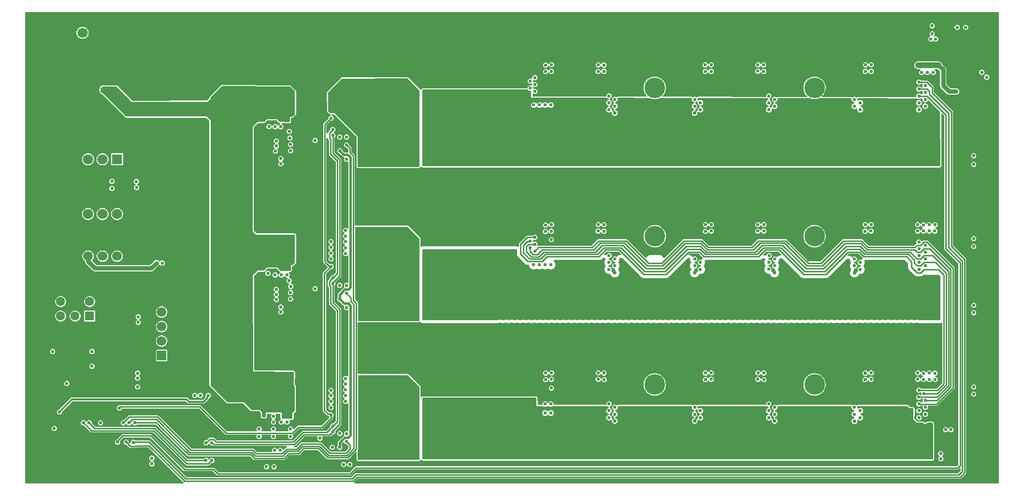
<source format=gbr>
%TF.GenerationSoftware,KiCad,Pcbnew,9.0.5*%
%TF.CreationDate,2025-10-28T20:55:23+05:00*%
%TF.ProjectId,LV08,4c563038-2e6b-4696-9361-645f70636258,rev?*%
%TF.SameCoordinates,Original*%
%TF.FileFunction,Copper,L5,Inr*%
%TF.FilePolarity,Positive*%
%FSLAX46Y46*%
G04 Gerber Fmt 4.6, Leading zero omitted, Abs format (unit mm)*
G04 Created by KiCad (PCBNEW 9.0.5) date 2025-10-28 20:55:23*
%MOMM*%
%LPD*%
G01*
G04 APERTURE LIST*
%TA.AperFunction,ComponentPad*%
%ADD10C,2.500000*%
%TD*%
%TA.AperFunction,ComponentPad*%
%ADD11R,1.700000X1.700000*%
%TD*%
%TA.AperFunction,ComponentPad*%
%ADD12C,1.700000*%
%TD*%
%TA.AperFunction,ComponentPad*%
%ADD13C,3.600000*%
%TD*%
%TA.AperFunction,ComponentPad*%
%ADD14R,1.800000X1.800000*%
%TD*%
%TA.AperFunction,ComponentPad*%
%ADD15C,1.800000*%
%TD*%
%TA.AperFunction,ComponentPad*%
%ADD16C,3.800000*%
%TD*%
%TA.AperFunction,ComponentPad*%
%ADD17C,2.000000*%
%TD*%
%TA.AperFunction,ComponentPad*%
%ADD18R,1.600000X1.600000*%
%TD*%
%TA.AperFunction,ComponentPad*%
%ADD19C,1.600000*%
%TD*%
%TA.AperFunction,ViaPad*%
%ADD20C,0.600000*%
%TD*%
%TA.AperFunction,Conductor*%
%ADD21C,0.400000*%
%TD*%
%TA.AperFunction,Conductor*%
%ADD22C,0.800000*%
%TD*%
%TA.AperFunction,Conductor*%
%ADD23C,0.508000*%
%TD*%
%TA.AperFunction,Conductor*%
%ADD24C,0.350000*%
%TD*%
%TA.AperFunction,Conductor*%
%ADD25C,1.000000*%
%TD*%
%TA.AperFunction,Conductor*%
%ADD26C,0.254000*%
%TD*%
G04 APERTURE END LIST*
D10*
%TO.N,GND*%
%TO.C,J10*%
X87597381Y-81508503D03*
%TO.N,VCC_12V0*%
X92597381Y-81508503D03*
%TD*%
%TO.N,GND*%
%TO.C,J2*%
X87600000Y-58500000D03*
%TO.N,VCC_12V0*%
X92600000Y-58500000D03*
%TD*%
D11*
%TO.N,Net-(D1-A)*%
%TO.C,J9*%
X81700000Y-89435008D03*
D12*
%TO.N,/ESP32/D-*%
X81700000Y-86895003D03*
%TO.N,/ESP32/D+*%
X81700000Y-84354997D03*
%TO.N,Net-(J9-Pad4)*%
X81700000Y-81814992D03*
%TD*%
D13*
%TO.N,unconnected-(M4-Pad1)*%
%TO.C,M4*%
X196100000Y-94525000D03*
%TD*%
D14*
%TO.N,GND*%
%TO.C,J6*%
X66285547Y-64642819D03*
D15*
%TO.N,VCC_12V0*%
X68825552Y-64642819D03*
%TO.N,/Sensors_Modules/FAN1_TACH*%
X71365558Y-64642819D03*
%TO.N,/Sensors_Modules/FAN1_PWM*%
X73905563Y-64642819D03*
%TD*%
D11*
%TO.N,GND*%
%TO.C,J4*%
X66275000Y-72025000D03*
D12*
%TO.N,VCC_3V3*%
X68815005Y-72025000D03*
%TO.N,/Buck_Converters_TPS546D24ARVFR/SCL*%
X71355011Y-72025000D03*
%TO.N,/Buck_Converters_TPS546D24ARVFR/SDA*%
X73895016Y-72025000D03*
%TD*%
D13*
%TO.N,N/C*%
%TO.C,M6*%
X196100000Y-42500000D03*
%TD*%
D16*
%TO.N,GND*%
%TO.C,H4*%
X86600000Y-101525000D03*
%TD*%
D13*
%TO.N,unconnected-(M3-Pad1)*%
%TO.C,M3*%
X168100000Y-94525000D03*
%TD*%
D14*
%TO.N,/Sensors_Modules/FAN2_PWM*%
%TO.C,J7*%
X73900364Y-55036661D03*
D15*
%TO.N,/Sensors_Modules/FAN2_TACH*%
X71360359Y-55036661D03*
%TO.N,VCC_12V0*%
X68820353Y-55036661D03*
%TO.N,GND*%
X66280348Y-55036661D03*
%TD*%
D16*
%TO.N,GND*%
%TO.C,H2*%
X86587280Y-34523680D03*
%TD*%
D13*
%TO.N,unconnected-(M1-Pad1)*%
%TO.C,M1*%
X168125000Y-68525000D03*
%TD*%
D16*
%TO.N,GND*%
%TO.C,H3*%
X133106067Y-34528451D03*
%TD*%
D15*
%TO.N,GND*%
%TO.C,K1*%
X72350445Y-32879997D03*
%TO.N,/ESP32/EN*%
X67849555Y-32879997D03*
D17*
%TO.N,GND*%
X66500813Y-35420003D03*
X73699187Y-35420003D03*
%TD*%
D13*
%TO.N,unconnected-(M2-Pad1)*%
%TO.C,M2*%
X196100000Y-68525000D03*
%TD*%
%TO.N,N/C*%
%TO.C,M5*%
X168100000Y-42500000D03*
%TD*%
D18*
%TO.N,/ESP32/EN*%
%TO.C,J3*%
X69096049Y-82526284D03*
D19*
%TO.N,VCC_3V3*%
X69096049Y-79986278D03*
%TO.N,/ESP32/P_TX*%
X66556044Y-82526284D03*
%TO.N,GND*%
X66556044Y-79986278D03*
%TO.N,/ESP32/P_RX*%
X64016039Y-82526284D03*
%TO.N,/ESP32/IO0*%
X64016039Y-79986278D03*
%TD*%
D20*
%TO.N,GND*%
X169890000Y-60760000D03*
X159890000Y-57760000D03*
X181050000Y-86960000D03*
X190800000Y-29900000D03*
X147050000Y-87960000D03*
X178050000Y-86960000D03*
X105880000Y-62380000D03*
X81250000Y-35240000D03*
X189100000Y-100925000D03*
X154050000Y-85960000D03*
X116700000Y-36970000D03*
X177800000Y-32900000D03*
X180800000Y-29900000D03*
X93700000Y-34970000D03*
X227500000Y-95490000D03*
X159050000Y-83960000D03*
X175890000Y-61760000D03*
X226500000Y-80490000D03*
X171890000Y-61760000D03*
X62370000Y-65430000D03*
X147890000Y-62760000D03*
X166890000Y-59760000D03*
X107880000Y-58380000D03*
X202050000Y-83960000D03*
X183050000Y-84960000D03*
X200050000Y-86960000D03*
X194050000Y-84960000D03*
X201050000Y-88960000D03*
X198050000Y-88960000D03*
X122700000Y-32970000D03*
X163050000Y-84960000D03*
X177800000Y-29900000D03*
X204050000Y-85960000D03*
X174800000Y-32900000D03*
X99790000Y-86720000D03*
X168890000Y-62760000D03*
X214050000Y-85960000D03*
X178800000Y-29900000D03*
X102880000Y-61380000D03*
X161890000Y-59760000D03*
X142890000Y-61760000D03*
X168800000Y-32900000D03*
X62370000Y-49430000D03*
X225500000Y-87500000D03*
X63370000Y-47430000D03*
X175890000Y-58760000D03*
X204800000Y-29900000D03*
X148890000Y-58760000D03*
X85250000Y-89000000D03*
X79690000Y-51870000D03*
X169890000Y-58760000D03*
X188050000Y-84960000D03*
X155890000Y-58760000D03*
X106790000Y-84720000D03*
X208890000Y-61760000D03*
X189050000Y-88960000D03*
X96700000Y-33970000D03*
X205890000Y-59760000D03*
X225500000Y-86500000D03*
X149890000Y-60760000D03*
X176800000Y-33900000D03*
X163050000Y-83960000D03*
X142890000Y-57750000D03*
X164890000Y-57760000D03*
X107700000Y-35970000D03*
X123700000Y-34970000D03*
X114700000Y-34970000D03*
X213050000Y-88960000D03*
X59370000Y-39430000D03*
X107880000Y-63380000D03*
X189800000Y-29900000D03*
X77250000Y-39250000D03*
X170800000Y-31900000D03*
X157050000Y-86960000D03*
X62370000Y-56430000D03*
X58370000Y-38430000D03*
X127700000Y-36970000D03*
X68000000Y-37250000D03*
X185800000Y-33900000D03*
X116700000Y-33970000D03*
X183050000Y-88960000D03*
X63370000Y-62430000D03*
X143890000Y-62760000D03*
X196890000Y-60760000D03*
X165050000Y-87960000D03*
X121700000Y-34970000D03*
X141050000Y-84960000D03*
X186890000Y-62760000D03*
X165050000Y-84960000D03*
X208800000Y-33900000D03*
X147890000Y-61760000D03*
X103880000Y-62380000D03*
X177050000Y-88960000D03*
X225500000Y-76490000D03*
X202800000Y-30900000D03*
X185800000Y-29900000D03*
X99790000Y-87720000D03*
X164050000Y-83960000D03*
X183050000Y-85960000D03*
X59370000Y-64430000D03*
X142890000Y-59760000D03*
X92700000Y-31970000D03*
X105700000Y-31970000D03*
X154890000Y-57760000D03*
X82690000Y-50870000D03*
X185050000Y-83960000D03*
X63370000Y-60430000D03*
X211050000Y-88960000D03*
X117700000Y-36970000D03*
X143890000Y-57750000D03*
X62370000Y-73430000D03*
X186050000Y-86960000D03*
X84250000Y-89000000D03*
X205890000Y-57760000D03*
X201800000Y-30900000D03*
X118700000Y-33970000D03*
X103790000Y-88720000D03*
X225500000Y-82490000D03*
X197890000Y-57760000D03*
X103880000Y-61380000D03*
X159800000Y-34900000D03*
X165890000Y-58760000D03*
X62370000Y-60430000D03*
X85000000Y-78500000D03*
X59370000Y-68430000D03*
X227500000Y-90480000D03*
X169050000Y-84960000D03*
X139890000Y-61760000D03*
X102790000Y-85720000D03*
X191050000Y-86960000D03*
X107790000Y-83720000D03*
X209800000Y-31900000D03*
X151890000Y-62760000D03*
X102700000Y-34970000D03*
X86250000Y-104000000D03*
X195890000Y-61760000D03*
X225500000Y-59500000D03*
X143800000Y-32900000D03*
X147800000Y-29900000D03*
X141050000Y-86960000D03*
X188890000Y-60760000D03*
X210890000Y-61760000D03*
X61370000Y-61430000D03*
X164890000Y-60760000D03*
X61370000Y-37430000D03*
X161050000Y-88960000D03*
X226500000Y-76490000D03*
X143050000Y-84960000D03*
X202890000Y-59760000D03*
X170050000Y-83960000D03*
X187890000Y-61760000D03*
X139800000Y-34900000D03*
X209890000Y-60760000D03*
X168800000Y-34900000D03*
X203098400Y-74955400D03*
X159050000Y-84960000D03*
X170890000Y-60760000D03*
X102790000Y-83710000D03*
X203800000Y-34900000D03*
X160890000Y-62760000D03*
X101700000Y-31970000D03*
X161050000Y-87960000D03*
X172800000Y-30900000D03*
X145800000Y-33900000D03*
X120700000Y-35970000D03*
X78690000Y-52870000D03*
X100880000Y-60380000D03*
X158890000Y-61760000D03*
X85000000Y-77500000D03*
X204050000Y-86960000D03*
X160800000Y-33900000D03*
X162050000Y-85960000D03*
X155800000Y-29900000D03*
X102790000Y-84720000D03*
X158800000Y-33900000D03*
X140800000Y-30900000D03*
X206890000Y-62760000D03*
X163800000Y-32900000D03*
X184800000Y-34900000D03*
X84250000Y-84990000D03*
X152800000Y-31900000D03*
X176890000Y-60760000D03*
X140890000Y-59760000D03*
X59370000Y-47430000D03*
X190050000Y-87960000D03*
X170890000Y-57760000D03*
X148800000Y-31900000D03*
X208800000Y-31900000D03*
X159800000Y-33900000D03*
X160050000Y-86960000D03*
X227500000Y-88500000D03*
X79690000Y-48860000D03*
X58360000Y-72430000D03*
X195800000Y-31900000D03*
X58370000Y-49430000D03*
X181890000Y-62760000D03*
X194800000Y-33900000D03*
X173800000Y-32900000D03*
X92700000Y-32970000D03*
X84000000Y-77500000D03*
X62370000Y-70430000D03*
X158800000Y-30900000D03*
X167050000Y-88960000D03*
X62370000Y-41430000D03*
X185050000Y-86960000D03*
X88250000Y-89000000D03*
X124700000Y-34970000D03*
X169050000Y-85960000D03*
X191800000Y-31900000D03*
X193890000Y-62760000D03*
X63370000Y-57430000D03*
X169800000Y-34900000D03*
X195800000Y-34900000D03*
X162890000Y-57760000D03*
X148890000Y-59760000D03*
X184050000Y-88960000D03*
X62370000Y-54430000D03*
X142800000Y-32900000D03*
X205800000Y-34900000D03*
X184050000Y-84960000D03*
X101700000Y-36970000D03*
X99700000Y-32970000D03*
X63370000Y-53430000D03*
X209890000Y-62760000D03*
X102880000Y-60380000D03*
X158800000Y-29900000D03*
X191890000Y-58760000D03*
X208050000Y-86960000D03*
X192050000Y-87960000D03*
X60370000Y-37430000D03*
X175050000Y-83950000D03*
X110700000Y-33970000D03*
X77690000Y-52870000D03*
X212890000Y-57760000D03*
X155800000Y-33900000D03*
X208800000Y-29900000D03*
X61370000Y-45430000D03*
X227500000Y-62500000D03*
X59370000Y-65430000D03*
X61370000Y-56430000D03*
X70000000Y-40250000D03*
X206800000Y-34900000D03*
X191050000Y-83960000D03*
X78690000Y-49870000D03*
X198050000Y-87960000D03*
X105790000Y-85720000D03*
X165800000Y-31900000D03*
X102880000Y-58370000D03*
X100700000Y-34970000D03*
X150800000Y-32900000D03*
X206050000Y-83960000D03*
X180890000Y-62760000D03*
X88000000Y-74500000D03*
X60370000Y-65430000D03*
X225500000Y-85500000D03*
X173050000Y-84960000D03*
X198890000Y-61760000D03*
X143050000Y-88960000D03*
X201050000Y-83960000D03*
X186890000Y-59760000D03*
X205800000Y-32900000D03*
X152050000Y-87960000D03*
X105880000Y-63380000D03*
X80250000Y-40250000D03*
X92700000Y-33970000D03*
X212890000Y-60760000D03*
X85000000Y-74500000D03*
X157050000Y-84960000D03*
X226500000Y-58500000D03*
X202890000Y-60760000D03*
X226500000Y-97490000D03*
X197800000Y-33900000D03*
X88000000Y-75500000D03*
X146890000Y-57760000D03*
X82690000Y-52870000D03*
X185890000Y-59760000D03*
X60370000Y-44430000D03*
X164890000Y-61760000D03*
X205890000Y-61760000D03*
X209050000Y-86960000D03*
X176050000Y-86960000D03*
X84690000Y-49870000D03*
X183890000Y-57760000D03*
X119700000Y-35970000D03*
X226500000Y-56500000D03*
X170800000Y-34900000D03*
X85000000Y-76500000D03*
X108700000Y-32970000D03*
X150050000Y-84960000D03*
X227500000Y-60490000D03*
X105700000Y-33970000D03*
X60370000Y-67430000D03*
X226500000Y-83490000D03*
X212050000Y-83960000D03*
X98700000Y-31970000D03*
X58370000Y-52430000D03*
X168050000Y-85960000D03*
X84690000Y-48870000D03*
X180050000Y-87960000D03*
X157050000Y-83960000D03*
X58370000Y-51430000D03*
X153050000Y-86960000D03*
X192050000Y-83960000D03*
X123700000Y-33970000D03*
X144890000Y-61760000D03*
X158050000Y-83960000D03*
X100880000Y-59380000D03*
X59370000Y-66430000D03*
X167050000Y-86960000D03*
X209890000Y-57760000D03*
X147800000Y-34900000D03*
X179800000Y-34900000D03*
X121700000Y-36970000D03*
X157800000Y-33900000D03*
X84250000Y-87000000D03*
X227500000Y-104500000D03*
X163800000Y-30900000D03*
X208890000Y-57760000D03*
X175050000Y-84960000D03*
X197890000Y-59760000D03*
X182050000Y-87960000D03*
X90700000Y-32970000D03*
X153050000Y-84960000D03*
X101790000Y-85720000D03*
X207800000Y-30900000D03*
X90700000Y-31960000D03*
X185890000Y-60760000D03*
X126700000Y-31970000D03*
X107700000Y-36970000D03*
X84250000Y-86000000D03*
X143050000Y-86960000D03*
X209890000Y-58760000D03*
X208890000Y-62760000D03*
X90700000Y-35970000D03*
X155050000Y-86960000D03*
X183800000Y-31900000D03*
X148050000Y-84960000D03*
X149050000Y-85960000D03*
X88500000Y-103250000D03*
X212050000Y-88960000D03*
X211890000Y-61760000D03*
X152800000Y-32900000D03*
X144050000Y-88960000D03*
X81690000Y-51870000D03*
X227500000Y-86500000D03*
X164890000Y-58760000D03*
X225500000Y-70510000D03*
X203890000Y-57760000D03*
X127700000Y-34970000D03*
X178800000Y-34900000D03*
X148050000Y-85960000D03*
X147890000Y-60760000D03*
X180890000Y-57760000D03*
X101700000Y-33970000D03*
X178890000Y-61760000D03*
X58370000Y-54430000D03*
X119700000Y-33970000D03*
X114700000Y-36970000D03*
X103880000Y-60380000D03*
X182800000Y-31900000D03*
X147050000Y-84960000D03*
X149800000Y-31900000D03*
X77690000Y-48860000D03*
X84690000Y-50870000D03*
X199800000Y-33900000D03*
X146800000Y-30900000D03*
X101700000Y-32970000D03*
X59370000Y-42430000D03*
X152050000Y-85960000D03*
X143800000Y-30900000D03*
X141800000Y-33900000D03*
X105880000Y-61380000D03*
X225500000Y-103500000D03*
X77690000Y-53870000D03*
X99880000Y-60380000D03*
X87000000Y-74500000D03*
X101880000Y-63380000D03*
X177050000Y-86960000D03*
X169890000Y-62760000D03*
X103700000Y-36970000D03*
X172800000Y-33900000D03*
X166800000Y-33900000D03*
X85250000Y-84990000D03*
X99700000Y-35970000D03*
X209800000Y-30900000D03*
X191800000Y-34900000D03*
X150800000Y-33900000D03*
X87250000Y-88000000D03*
X193050000Y-84960000D03*
X200050000Y-84960000D03*
X107790000Y-88720000D03*
X63370000Y-54430000D03*
X194890000Y-61760000D03*
X178800000Y-32900000D03*
X163050000Y-86960000D03*
X155050000Y-87960000D03*
X166890000Y-58760000D03*
X187800000Y-31900000D03*
X180050000Y-84960000D03*
X188890000Y-61760000D03*
X176890000Y-57750000D03*
X201890000Y-62760000D03*
X227500000Y-78480000D03*
X210050000Y-88960000D03*
X197800000Y-30900000D03*
X227500000Y-107500000D03*
X61370000Y-59430000D03*
X60370000Y-57430000D03*
X62370000Y-68430000D03*
X160890000Y-59760000D03*
X207050000Y-83960000D03*
X227500000Y-89500000D03*
X193800000Y-33900000D03*
X62370000Y-47430000D03*
X146050000Y-88960000D03*
X178050000Y-83950000D03*
X62370000Y-46430000D03*
X159890000Y-59760000D03*
X127700000Y-31970000D03*
X155050000Y-85960000D03*
X177050000Y-83950000D03*
X177050000Y-87960000D03*
X115700000Y-35970000D03*
X144800000Y-30900000D03*
X60370000Y-40430000D03*
X180890000Y-59760000D03*
X193890000Y-59760000D03*
X87250000Y-84990000D03*
X152050000Y-88960000D03*
X187800000Y-30900000D03*
X121700000Y-31970000D03*
X206890000Y-57760000D03*
X62370000Y-63430000D03*
X152800000Y-30900000D03*
X157800000Y-32900000D03*
X204890000Y-61760000D03*
X152800000Y-34900000D03*
X225500000Y-57500000D03*
X171800000Y-30900000D03*
X211800000Y-32900000D03*
X205050000Y-88960000D03*
X175100000Y-74925000D03*
X156800000Y-33900000D03*
X84690000Y-51870000D03*
X210890000Y-62760000D03*
X69000000Y-37250000D03*
X174890000Y-58760000D03*
X63370000Y-58430000D03*
X159800000Y-32900000D03*
X105700000Y-35970000D03*
X154800000Y-31900000D03*
X168050000Y-87960000D03*
X60370000Y-54430000D03*
X178050000Y-84960000D03*
X140800000Y-34900000D03*
X225500000Y-100490000D03*
X63370000Y-42430000D03*
X157800000Y-29900000D03*
X186050000Y-83960000D03*
X139890000Y-60760000D03*
X197890000Y-58760000D03*
X59370000Y-57430000D03*
X59370000Y-44430000D03*
X186800000Y-34900000D03*
X160050000Y-85960000D03*
X203890000Y-61760000D03*
X181890000Y-58760000D03*
X226500000Y-63500000D03*
X211800000Y-31900000D03*
X200890000Y-59760000D03*
X166890000Y-57760000D03*
X61370000Y-48430000D03*
X206050000Y-88960000D03*
X202890000Y-58760000D03*
X210890000Y-60760000D03*
X156890000Y-62760000D03*
X215500000Y-100925000D03*
X139800000Y-29890000D03*
X79250000Y-37250000D03*
X150050000Y-88960000D03*
X149050000Y-86960000D03*
X190890000Y-61760000D03*
X207800000Y-33900000D03*
X154050000Y-83960000D03*
X225500000Y-78480000D03*
X180800000Y-32900000D03*
X158890000Y-60760000D03*
X226500000Y-69510000D03*
X58370000Y-61430000D03*
X95700000Y-31970000D03*
X167890000Y-62760000D03*
X147050000Y-85960000D03*
X167890000Y-57760000D03*
X188890000Y-59760000D03*
X204050000Y-83960000D03*
X185890000Y-61760000D03*
X59370000Y-60430000D03*
X153800000Y-33900000D03*
X202050000Y-88960000D03*
X86250000Y-84990000D03*
X77250000Y-37250000D03*
X167890000Y-59760000D03*
X170800000Y-30900000D03*
X149050000Y-88960000D03*
X88000000Y-78500000D03*
X147890000Y-59760000D03*
X187890000Y-58760000D03*
X162890000Y-60760000D03*
X62370000Y-67430000D03*
X157050000Y-87960000D03*
X204800000Y-34900000D03*
X160800000Y-32900000D03*
X59370000Y-61430000D03*
X226500000Y-78480000D03*
X184800000Y-32900000D03*
X195890000Y-57760000D03*
X227500000Y-93490000D03*
X196890000Y-61760000D03*
X226500000Y-65500000D03*
X155050000Y-83960000D03*
X174050000Y-88960000D03*
X90700000Y-36970000D03*
X60370000Y-68430000D03*
X227500000Y-55500000D03*
X192890000Y-62760000D03*
X83690000Y-53870000D03*
X194800000Y-29900000D03*
X211050000Y-85960000D03*
X164050000Y-86960000D03*
X83690000Y-50870000D03*
X227500000Y-77490000D03*
X104700000Y-36970000D03*
X191050000Y-85960000D03*
X173800000Y-34900000D03*
X197890000Y-62760000D03*
X172890000Y-57750000D03*
X202800000Y-33900000D03*
X201050000Y-84960000D03*
X188800000Y-32900000D03*
X157800000Y-30900000D03*
X175890000Y-57750000D03*
X190800000Y-31900000D03*
X99700000Y-33970000D03*
X83690000Y-52870000D03*
X111700000Y-34970000D03*
X105880000Y-59380000D03*
X180890000Y-61760000D03*
X58370000Y-55430000D03*
X168050000Y-86960000D03*
X174050000Y-83950000D03*
X78250000Y-35240000D03*
X141050000Y-85960000D03*
X111700000Y-35970000D03*
X171050000Y-83960000D03*
X207050000Y-85960000D03*
X151050000Y-88960000D03*
X60370000Y-71430000D03*
X172890000Y-61760000D03*
X59370000Y-38430000D03*
X144890000Y-57750000D03*
X168050000Y-88960000D03*
X106880000Y-61380000D03*
X104790000Y-88720000D03*
X204890000Y-60760000D03*
X88500000Y-104250000D03*
X59370000Y-62430000D03*
X153050000Y-83960000D03*
X196800000Y-33900000D03*
X148050000Y-87960000D03*
X203890000Y-59760000D03*
X96700000Y-36970000D03*
X182890000Y-61760000D03*
X160050000Y-84960000D03*
X140890000Y-60760000D03*
X188050000Y-85960000D03*
X162050000Y-83960000D03*
X207050000Y-86960000D03*
X58370000Y-63430000D03*
X118700000Y-35970000D03*
X97700000Y-34970000D03*
X63370000Y-43430000D03*
X168050000Y-84960000D03*
X203050000Y-88960000D03*
X60370000Y-53430000D03*
X163890000Y-59760000D03*
X143890000Y-60760000D03*
X165050000Y-85960000D03*
X79690000Y-52870000D03*
X115700000Y-36970000D03*
X151050000Y-86960000D03*
X180800000Y-33900000D03*
X192050000Y-84960000D03*
X60370000Y-50430000D03*
X180050000Y-83960000D03*
X149800000Y-33900000D03*
X142050000Y-88960000D03*
X198890000Y-57760000D03*
X187800000Y-29900000D03*
X62370000Y-48430000D03*
X101880000Y-58370000D03*
X59370000Y-54430000D03*
X58370000Y-45430000D03*
X186050000Y-88960000D03*
X162800000Y-32900000D03*
X84000000Y-78500000D03*
X112700000Y-32970000D03*
X169050000Y-88960000D03*
X176800000Y-29900000D03*
X202050000Y-84960000D03*
X159050000Y-85960000D03*
X105790000Y-87720000D03*
X176890000Y-58760000D03*
X178890000Y-59760000D03*
X184890000Y-57760000D03*
X58370000Y-65430000D03*
X156050000Y-88960000D03*
X177890000Y-60760000D03*
X106700000Y-34970000D03*
X225500000Y-88500000D03*
X208890000Y-58760000D03*
X206050000Y-84960000D03*
X161800000Y-29900000D03*
X198800000Y-32900000D03*
X173800000Y-33900000D03*
X210800000Y-34900000D03*
X58370000Y-53430000D03*
X154800000Y-34900000D03*
X60370000Y-39430000D03*
X226500000Y-73490000D03*
X86000000Y-74500000D03*
X58360000Y-73430000D03*
X172050000Y-87960000D03*
X120700000Y-34970000D03*
X165800000Y-29900000D03*
X206050000Y-87960000D03*
X199050000Y-88960000D03*
X82690000Y-49870000D03*
X202050000Y-86960000D03*
X209050000Y-88960000D03*
X95700000Y-34970000D03*
X173800000Y-30900000D03*
X62370000Y-39430000D03*
X58370000Y-36430000D03*
X207890000Y-60760000D03*
X123700000Y-36970000D03*
X70000000Y-37250000D03*
X226500000Y-98490000D03*
X188890000Y-57760000D03*
X182800000Y-33900000D03*
X58370000Y-68430000D03*
X192800000Y-30900000D03*
X196050000Y-86960000D03*
X190890000Y-59760000D03*
X201050000Y-85960000D03*
X213050000Y-83960000D03*
X202800000Y-29900000D03*
X139800000Y-33900000D03*
X81690000Y-48860000D03*
X153800000Y-32900000D03*
X177800000Y-31900000D03*
X63370000Y-72430000D03*
X58370000Y-70430000D03*
X99880000Y-61380000D03*
X190050000Y-83960000D03*
X85000000Y-73490000D03*
X175890000Y-62760000D03*
X72000000Y-37250000D03*
X101790000Y-84720000D03*
X195050000Y-84960000D03*
X227500000Y-84490000D03*
X105790000Y-84720000D03*
X192050000Y-85960000D03*
X181800000Y-30900000D03*
X184050000Y-86960000D03*
X118700000Y-32970000D03*
X78690000Y-48860000D03*
X148050000Y-86960000D03*
X62370000Y-57430000D03*
X175800000Y-30900000D03*
X197050000Y-86960000D03*
X227500000Y-68510000D03*
X60370000Y-43430000D03*
X138800000Y-30900000D03*
X207890000Y-62760000D03*
X60370000Y-36430000D03*
X205050000Y-87960000D03*
X192890000Y-57760000D03*
X187800000Y-34900000D03*
X169800000Y-29900000D03*
X62370000Y-62430000D03*
X163890000Y-61760000D03*
X177800000Y-34900000D03*
X193050000Y-86960000D03*
X184800000Y-33900000D03*
X194890000Y-57760000D03*
X171890000Y-59760000D03*
X106790000Y-87720000D03*
X100000000Y-105750000D03*
X206890000Y-58760000D03*
X201890000Y-59760000D03*
X102700000Y-35970000D03*
X196890000Y-59760000D03*
X106880000Y-62380000D03*
X97700000Y-32970000D03*
X164800000Y-29900000D03*
X105700000Y-32970000D03*
X71000000Y-37250000D03*
X151800000Y-30900000D03*
X181050000Y-85960000D03*
X169050000Y-83960000D03*
X85690000Y-48870000D03*
X87250000Y-87000000D03*
X81250000Y-39250000D03*
X162050000Y-88960000D03*
X212050000Y-86960000D03*
X212890000Y-62760000D03*
X207800000Y-31900000D03*
X62370000Y-58430000D03*
X201890000Y-61760000D03*
X203800000Y-29900000D03*
X161100000Y-46925000D03*
X194050000Y-83960000D03*
X155890000Y-60760000D03*
X121700000Y-35970000D03*
X178890000Y-62760000D03*
X206800000Y-32900000D03*
X144890000Y-58760000D03*
X104790000Y-83710000D03*
X144800000Y-33900000D03*
X80690000Y-50870000D03*
X207050000Y-87960000D03*
X150890000Y-57760000D03*
X186890000Y-58760000D03*
X174800000Y-30900000D03*
X101880000Y-59380000D03*
X178800000Y-30900000D03*
X111700000Y-36970000D03*
X174050000Y-84960000D03*
X226500000Y-61500000D03*
X177890000Y-61760000D03*
X177050000Y-84960000D03*
X62370000Y-45430000D03*
X122700000Y-34970000D03*
X183890000Y-62760000D03*
X171890000Y-60760000D03*
X163890000Y-57760000D03*
X114700000Y-35970000D03*
X161890000Y-60760000D03*
X109700000Y-36970000D03*
X189050000Y-83960000D03*
X190050000Y-84960000D03*
X195800000Y-29900000D03*
X164050000Y-85960000D03*
X141800000Y-29890000D03*
X175800000Y-31900000D03*
X91700000Y-36970000D03*
X203800000Y-33900000D03*
X146050000Y-86960000D03*
X211800000Y-29900000D03*
X104700000Y-35970000D03*
X151890000Y-61760000D03*
X207890000Y-61760000D03*
X199800000Y-34900000D03*
X151890000Y-57760000D03*
X206890000Y-60760000D03*
X210800000Y-31900000D03*
X61370000Y-73430000D03*
X225500000Y-93490000D03*
X149050000Y-87960000D03*
X166800000Y-32900000D03*
X184890000Y-58760000D03*
X150890000Y-60760000D03*
X111700000Y-31970000D03*
X174800000Y-33900000D03*
X95700000Y-35970000D03*
X211890000Y-59760000D03*
X99880000Y-62380000D03*
X189890000Y-62760000D03*
X59370000Y-72430000D03*
X163890000Y-62760000D03*
X180890000Y-60760000D03*
X226500000Y-72480000D03*
X63370000Y-69430000D03*
X122700000Y-31970000D03*
X157800000Y-31900000D03*
X146800000Y-32900000D03*
X226500000Y-71510000D03*
X104880000Y-60380000D03*
X88000000Y-77500000D03*
X191050000Y-84960000D03*
X227500000Y-76490000D03*
X102790000Y-88720000D03*
X204800000Y-30900000D03*
X60370000Y-46430000D03*
X179050000Y-84960000D03*
X70000000Y-39250000D03*
X151890000Y-59760000D03*
X174800000Y-29890000D03*
X166050000Y-85960000D03*
X116700000Y-32970000D03*
X225500000Y-67510000D03*
X156050000Y-85960000D03*
X145800000Y-31900000D03*
X189890000Y-61760000D03*
X151890000Y-60760000D03*
X61370000Y-57430000D03*
X181890000Y-61760000D03*
X227500000Y-59500000D03*
X169890000Y-61760000D03*
X99790000Y-84720000D03*
X146800000Y-34900000D03*
X180050000Y-88960000D03*
X96700000Y-32970000D03*
X205050000Y-83960000D03*
X58370000Y-42430000D03*
X63370000Y-38430000D03*
X166050000Y-84960000D03*
X154050000Y-88960000D03*
X81690000Y-50870000D03*
X104700000Y-33970000D03*
X154050000Y-84960000D03*
X202890000Y-61760000D03*
X226500000Y-55500000D03*
X164800000Y-33900000D03*
X99880000Y-59380000D03*
X70000000Y-35240000D03*
X156050000Y-84960000D03*
X201800000Y-31900000D03*
X189800000Y-30900000D03*
X176050000Y-84960000D03*
X175800000Y-32900000D03*
X176800000Y-32900000D03*
X120700000Y-31970000D03*
X186890000Y-57760000D03*
X170050000Y-85960000D03*
X145890000Y-60760000D03*
X84690000Y-53870000D03*
X194050000Y-85960000D03*
X178890000Y-57760000D03*
X163890000Y-58760000D03*
X200050000Y-87960000D03*
X161890000Y-57760000D03*
X104790000Y-86720000D03*
X166800000Y-30900000D03*
X60370000Y-47430000D03*
X182800000Y-30900000D03*
X102700000Y-31970000D03*
X198800000Y-33900000D03*
X80250000Y-39250000D03*
X226500000Y-106500000D03*
X204800000Y-31900000D03*
X106700000Y-32970000D03*
X207050000Y-88960000D03*
X199050000Y-83960000D03*
X125700000Y-35970000D03*
X100790000Y-88720000D03*
X200050000Y-85960000D03*
X213050000Y-86960000D03*
X171050000Y-84960000D03*
X186800000Y-33900000D03*
X100790000Y-86720000D03*
X198800000Y-29900000D03*
X210890000Y-57760000D03*
X109700000Y-31970000D03*
X227500000Y-105500000D03*
X226500000Y-59500000D03*
X103880000Y-63380000D03*
X225500000Y-58500000D03*
X159800000Y-30900000D03*
X184800000Y-29900000D03*
X171800000Y-29890000D03*
X211800000Y-30900000D03*
X179050000Y-86960000D03*
X146890000Y-60760000D03*
X94700000Y-34970000D03*
X225500000Y-95490000D03*
X100880000Y-63380000D03*
X142800000Y-31900000D03*
X104880000Y-58370000D03*
X153890000Y-61760000D03*
X113700000Y-31970000D03*
X166800000Y-34900000D03*
X63370000Y-48430000D03*
X144050000Y-86960000D03*
X225500000Y-96480000D03*
X195890000Y-62760000D03*
X225500000Y-102490000D03*
X140800000Y-33900000D03*
X200800000Y-33900000D03*
X118700000Y-36970000D03*
X183050000Y-83960000D03*
X227500000Y-73490000D03*
X226500000Y-94490000D03*
X103790000Y-85720000D03*
X190800000Y-30900000D03*
X153800000Y-34900000D03*
X60370000Y-70430000D03*
X72000000Y-40250000D03*
X226500000Y-95490000D03*
X146890000Y-62760000D03*
X226500000Y-75490000D03*
X199890000Y-61760000D03*
X225500000Y-106500000D03*
X102880000Y-63380000D03*
X61370000Y-39430000D03*
X113700000Y-35970000D03*
X140800000Y-32900000D03*
X59370000Y-73430000D03*
X80250000Y-37250000D03*
X62370000Y-37430000D03*
X227500000Y-92490000D03*
X107700000Y-33970000D03*
X200890000Y-61760000D03*
X166050000Y-83960000D03*
X194050000Y-87960000D03*
X160050000Y-87960000D03*
X176800000Y-30900000D03*
X170890000Y-58760000D03*
X179800000Y-31900000D03*
X147800000Y-32900000D03*
X192890000Y-60760000D03*
X186800000Y-31900000D03*
X174800000Y-34900000D03*
X165890000Y-60760000D03*
X166050000Y-86960000D03*
X183800000Y-32900000D03*
X154890000Y-59760000D03*
X188800000Y-34900000D03*
X144800000Y-34900000D03*
X206050000Y-86960000D03*
X205050000Y-84960000D03*
X226500000Y-70510000D03*
X152890000Y-59760000D03*
X225500000Y-94490000D03*
X174800000Y-31900000D03*
X226500000Y-90480000D03*
X203100000Y-100950000D03*
X152890000Y-61760000D03*
X161050000Y-86960000D03*
X63370000Y-64430000D03*
X227500000Y-98490000D03*
X108700000Y-36970000D03*
X91700000Y-31960000D03*
X175800000Y-29890000D03*
X60370000Y-41430000D03*
X77250000Y-40250000D03*
X145800000Y-32900000D03*
X161890000Y-62760000D03*
X170800000Y-32900000D03*
X150890000Y-58760000D03*
X166890000Y-61760000D03*
X107700000Y-32970000D03*
X110700000Y-36970000D03*
X197800000Y-34900000D03*
X150050000Y-86960000D03*
X196800000Y-31900000D03*
X194050000Y-86960000D03*
X145050000Y-84960000D03*
X63370000Y-56430000D03*
X63370000Y-73430000D03*
X85690000Y-50870000D03*
X208050000Y-85960000D03*
X167800000Y-31900000D03*
X69000000Y-39250000D03*
X62370000Y-61430000D03*
X61370000Y-63430000D03*
X61370000Y-44430000D03*
X140890000Y-58760000D03*
X80690000Y-51870000D03*
X147890000Y-57760000D03*
X92700000Y-34970000D03*
X178050000Y-88960000D03*
X99700000Y-34970000D03*
X191800000Y-30900000D03*
X161100000Y-100925000D03*
X173800000Y-29890000D03*
X211800000Y-33900000D03*
X100700000Y-35970000D03*
X227500000Y-57500000D03*
X204890000Y-59760000D03*
X185800000Y-31900000D03*
X172050000Y-85960000D03*
X59370000Y-45430000D03*
X183800000Y-34900000D03*
X176050000Y-87960000D03*
X58370000Y-56430000D03*
X204050000Y-84960000D03*
X147800000Y-30900000D03*
X197050000Y-85960000D03*
X193800000Y-30900000D03*
X208050000Y-84960000D03*
X118700000Y-34970000D03*
X214050000Y-84960000D03*
X171050000Y-86960000D03*
X148890000Y-57760000D03*
X183890000Y-59760000D03*
X98700000Y-33970000D03*
X86250000Y-90000000D03*
X195050000Y-87960000D03*
X190800000Y-33900000D03*
X225500000Y-65500000D03*
X190890000Y-62760000D03*
X167800000Y-29900000D03*
X146890000Y-59760000D03*
X124700000Y-33970000D03*
X185050000Y-85960000D03*
X174890000Y-62760000D03*
X171800000Y-33900000D03*
X81250000Y-36250000D03*
X106700000Y-33970000D03*
X61370000Y-69430000D03*
X212050000Y-87960000D03*
X180050000Y-86960000D03*
X173890000Y-62760000D03*
X117700000Y-31970000D03*
X159050000Y-88960000D03*
X72000000Y-35240000D03*
X168890000Y-59760000D03*
X148890000Y-60760000D03*
X227500000Y-56500000D03*
X60370000Y-64430000D03*
X185890000Y-62760000D03*
X227500000Y-72480000D03*
X141890000Y-57750000D03*
X190800000Y-34900000D03*
X201890000Y-57760000D03*
X183890000Y-58760000D03*
X181050000Y-84960000D03*
X157890000Y-62760000D03*
X175050000Y-87960000D03*
X97700000Y-31970000D03*
X151050000Y-84960000D03*
X96700000Y-31970000D03*
X173890000Y-59760000D03*
X175100000Y-100925000D03*
X179800000Y-30900000D03*
X165800000Y-30900000D03*
X226500000Y-91490000D03*
X181050000Y-88960000D03*
X110700000Y-35970000D03*
X61370000Y-66430000D03*
X203890000Y-62760000D03*
X199800000Y-32900000D03*
X213050000Y-85960000D03*
X225500000Y-72480000D03*
X225500000Y-63500000D03*
X80250000Y-35240000D03*
X101880000Y-61380000D03*
X225500000Y-60490000D03*
X60370000Y-55430000D03*
X227500000Y-79490000D03*
X159890000Y-60760000D03*
X203050000Y-83960000D03*
X193050000Y-87960000D03*
X173050000Y-85960000D03*
X199800000Y-30900000D03*
X104790000Y-84720000D03*
X68000000Y-38250000D03*
X227500000Y-94490000D03*
X225500000Y-80490000D03*
X100700000Y-31970000D03*
X107880000Y-62380000D03*
X189800000Y-32900000D03*
X101790000Y-87720000D03*
X84000000Y-100500000D03*
X205050000Y-85960000D03*
X140890000Y-62760000D03*
X167890000Y-61760000D03*
X226500000Y-88500000D03*
X201050000Y-87960000D03*
X191890000Y-59760000D03*
X172800000Y-29890000D03*
X84000000Y-73490000D03*
X63370000Y-59430000D03*
X176890000Y-59760000D03*
X155050000Y-88960000D03*
X172050000Y-84960000D03*
X123700000Y-35970000D03*
X211890000Y-62760000D03*
X101700000Y-35970000D03*
X107880000Y-59380000D03*
X153050000Y-88960000D03*
X101880000Y-62380000D03*
X181800000Y-31900000D03*
X200890000Y-62760000D03*
X60370000Y-66430000D03*
X187050000Y-84960000D03*
X179050000Y-83960000D03*
X78250000Y-37250000D03*
X225500000Y-98490000D03*
X140800000Y-31900000D03*
X192800000Y-33900000D03*
X225500000Y-55500000D03*
X179800000Y-33900000D03*
X152050000Y-84960000D03*
X116700000Y-35970000D03*
X161890000Y-58760000D03*
X226500000Y-102490000D03*
X85690000Y-49870000D03*
X163800000Y-31900000D03*
X108700000Y-34970000D03*
X143890000Y-59760000D03*
X179890000Y-62760000D03*
X146800000Y-33900000D03*
X183050000Y-86960000D03*
X92700000Y-35970000D03*
X185800000Y-32900000D03*
X197800000Y-29900000D03*
X170800000Y-33900000D03*
X205800000Y-31900000D03*
X184800000Y-30900000D03*
X171800000Y-32900000D03*
X153890000Y-62760000D03*
X114700000Y-32970000D03*
X142890000Y-58760000D03*
X182800000Y-32900000D03*
X99880000Y-63380000D03*
X77250000Y-36250000D03*
X172890000Y-60760000D03*
X78690000Y-51870000D03*
X59370000Y-56430000D03*
X158800000Y-32900000D03*
X189890000Y-59760000D03*
X86000000Y-73490000D03*
X59370000Y-40430000D03*
X61370000Y-65430000D03*
X85000000Y-75500000D03*
X63370000Y-52430000D03*
X103700000Y-31970000D03*
X122700000Y-36970000D03*
X125700000Y-34970000D03*
X94700000Y-32970000D03*
X169050000Y-86960000D03*
X58370000Y-39430000D03*
X81250000Y-40250000D03*
X162890000Y-59760000D03*
X151050000Y-87960000D03*
X108700000Y-35970000D03*
X160800000Y-29900000D03*
X155800000Y-30900000D03*
X120700000Y-33970000D03*
X109700000Y-32970000D03*
X164890000Y-62760000D03*
X104880000Y-63380000D03*
X227500000Y-91490000D03*
X59370000Y-36430000D03*
X59370000Y-46430000D03*
X59370000Y-67430000D03*
X141890000Y-59760000D03*
X77690000Y-49870000D03*
X103700000Y-32970000D03*
X103790000Y-84720000D03*
X151050000Y-83960000D03*
X227500000Y-54490000D03*
X227500000Y-83490000D03*
X154890000Y-58760000D03*
X163800000Y-33900000D03*
X148890000Y-61760000D03*
X83690000Y-48870000D03*
X192800000Y-32900000D03*
X59370000Y-49430000D03*
X159800000Y-31900000D03*
X226500000Y-81490000D03*
X193890000Y-61760000D03*
X206800000Y-33900000D03*
X225500000Y-84490000D03*
X146050000Y-85960000D03*
X108700000Y-31970000D03*
X161800000Y-34900000D03*
X145890000Y-59760000D03*
X166800000Y-31900000D03*
X226500000Y-54490000D03*
X189800000Y-31900000D03*
X126700000Y-32970000D03*
X176050000Y-88960000D03*
X122700000Y-35970000D03*
X183050000Y-87960000D03*
X91700000Y-32970000D03*
X192800000Y-31900000D03*
X204050000Y-87960000D03*
X206800000Y-29900000D03*
X198050000Y-85960000D03*
X157890000Y-57760000D03*
X102700000Y-32970000D03*
X173050000Y-87960000D03*
X91700000Y-33970000D03*
X205800000Y-30900000D03*
X151050000Y-85960000D03*
X174890000Y-61760000D03*
X227500000Y-96480000D03*
X58370000Y-67430000D03*
X152890000Y-62760000D03*
X191800000Y-33900000D03*
X227500000Y-101490000D03*
X63370000Y-65430000D03*
X205800000Y-29900000D03*
X126700000Y-36970000D03*
X98700000Y-32970000D03*
X151800000Y-32900000D03*
X150050000Y-83960000D03*
X98500000Y-105750000D03*
X181050000Y-87960000D03*
X144050000Y-85960000D03*
X149800000Y-34900000D03*
X60370000Y-72430000D03*
X212890000Y-61760000D03*
X63370000Y-71430000D03*
X62370000Y-53430000D03*
X157050000Y-88960000D03*
X87500000Y-105250000D03*
X162050000Y-84960000D03*
X200050000Y-83960000D03*
X112700000Y-36970000D03*
X96000000Y-99000000D03*
X85690000Y-52870000D03*
X151800000Y-33900000D03*
X149890000Y-59760000D03*
X205050000Y-86960000D03*
X196890000Y-62760000D03*
X189050000Y-85960000D03*
X187050000Y-86960000D03*
X80250000Y-38250000D03*
X168800000Y-31900000D03*
X182890000Y-57760000D03*
X162800000Y-34900000D03*
X168890000Y-57760000D03*
X58370000Y-46430000D03*
X182800000Y-34900000D03*
X123700000Y-32970000D03*
X81250000Y-38250000D03*
X60370000Y-58430000D03*
X169050000Y-87960000D03*
X182050000Y-83960000D03*
X185050000Y-87960000D03*
X208050000Y-83960000D03*
X124700000Y-32970000D03*
X144890000Y-60760000D03*
X61370000Y-52430000D03*
X62370000Y-64430000D03*
X102790000Y-87720000D03*
X107790000Y-84720000D03*
X141050000Y-87960000D03*
X172890000Y-59760000D03*
X189100000Y-74925000D03*
X80690000Y-49870000D03*
X195050000Y-86960000D03*
X164800000Y-30900000D03*
X97700000Y-33970000D03*
X204050000Y-88960000D03*
X147050000Y-88960000D03*
X210050000Y-86960000D03*
X86250000Y-88000000D03*
X77250000Y-38250000D03*
X197050000Y-87960000D03*
X97700000Y-35970000D03*
X109700000Y-35970000D03*
X153050000Y-87960000D03*
X58370000Y-62430000D03*
X190800000Y-32900000D03*
X102880000Y-62380000D03*
X141800000Y-31900000D03*
X156890000Y-58760000D03*
X149050000Y-84960000D03*
X175050000Y-86960000D03*
X60370000Y-73430000D03*
X113700000Y-33970000D03*
X226500000Y-68510000D03*
X154800000Y-30900000D03*
X150890000Y-59760000D03*
X198800000Y-30900000D03*
X84250000Y-88000000D03*
X190050000Y-88960000D03*
X126700000Y-34970000D03*
X100880000Y-61380000D03*
X225500000Y-107500000D03*
X173890000Y-61760000D03*
X85690000Y-53870000D03*
X93700000Y-32970000D03*
X61370000Y-58430000D03*
X162050000Y-87960000D03*
X118700000Y-31970000D03*
X148800000Y-34900000D03*
X163050000Y-88960000D03*
X153890000Y-58760000D03*
X188050000Y-83960000D03*
X107790000Y-86720000D03*
X211050000Y-87960000D03*
X69000000Y-35240000D03*
X176050000Y-83950000D03*
X149800000Y-30900000D03*
X227500000Y-74490000D03*
X184050000Y-85960000D03*
X148050000Y-83960000D03*
X63370000Y-40430000D03*
X149890000Y-61760000D03*
X225500000Y-62500000D03*
X172890000Y-62760000D03*
X161050000Y-83960000D03*
X59370000Y-59430000D03*
X110700000Y-34970000D03*
X169890000Y-59760000D03*
X154050000Y-87960000D03*
X84690000Y-52870000D03*
X63370000Y-55430000D03*
X179890000Y-60760000D03*
X79690000Y-53870000D03*
X79250000Y-36250000D03*
X145050000Y-88960000D03*
X107700000Y-31970000D03*
X62370000Y-66430000D03*
X59370000Y-37430000D03*
X150800000Y-29900000D03*
X184890000Y-62760000D03*
X201800000Y-33900000D03*
X58370000Y-47430000D03*
X159050000Y-86960000D03*
X115700000Y-33970000D03*
X115700000Y-34970000D03*
X158050000Y-85960000D03*
X63370000Y-39430000D03*
X155050000Y-84960000D03*
X213050000Y-87960000D03*
X160050000Y-88960000D03*
X141890000Y-61760000D03*
X226500000Y-85500000D03*
X227500000Y-61500000D03*
X124700000Y-35970000D03*
X226500000Y-62500000D03*
X156050000Y-87960000D03*
X165890000Y-59760000D03*
X160890000Y-57760000D03*
X60370000Y-56430000D03*
X152890000Y-60760000D03*
X140890000Y-57750000D03*
X198050000Y-83960000D03*
X59370000Y-71430000D03*
X59370000Y-53430000D03*
X155800000Y-34900000D03*
X145050000Y-83950000D03*
X81690000Y-53870000D03*
X160890000Y-58760000D03*
X84000000Y-75500000D03*
X209890000Y-61760000D03*
X179050000Y-87960000D03*
X61370000Y-43430000D03*
X200800000Y-32900000D03*
X99790000Y-83710000D03*
X190890000Y-58760000D03*
X203800000Y-30900000D03*
X200050000Y-88960000D03*
X180050000Y-85960000D03*
X105880000Y-58380000D03*
X172050000Y-83960000D03*
X95000000Y-100000000D03*
X113700000Y-32970000D03*
X160890000Y-60760000D03*
X62370000Y-51430000D03*
X78690000Y-53870000D03*
X85250000Y-90000000D03*
X193800000Y-34900000D03*
X69000000Y-36250000D03*
X200890000Y-57760000D03*
X82750000Y-99500000D03*
X127700000Y-35970000D03*
X205890000Y-62760000D03*
X173890000Y-58760000D03*
X206890000Y-61760000D03*
X87500000Y-104250000D03*
X58370000Y-57430000D03*
X227500000Y-67510000D03*
X185890000Y-58760000D03*
X197050000Y-83960000D03*
X88250000Y-84990000D03*
X166050000Y-87960000D03*
X78200000Y-43300000D03*
X208800000Y-32900000D03*
X79250000Y-40250000D03*
X59370000Y-70430000D03*
X153800000Y-29900000D03*
X225500000Y-105500000D03*
X116700000Y-34970000D03*
X172800000Y-34900000D03*
X193890000Y-57760000D03*
X77690000Y-50870000D03*
X225500000Y-92490000D03*
X60370000Y-69430000D03*
X197800000Y-32900000D03*
X190890000Y-57760000D03*
X149890000Y-62760000D03*
X169800000Y-33900000D03*
X88250000Y-86000000D03*
X163050000Y-85960000D03*
X106700000Y-36970000D03*
X144050000Y-84960000D03*
X89500000Y-101250000D03*
X174050000Y-85960000D03*
X94700000Y-33970000D03*
X59370000Y-69430000D03*
X225500000Y-83490000D03*
X62370000Y-50430000D03*
X186800000Y-30900000D03*
X160050000Y-83960000D03*
X195050000Y-88960000D03*
X58370000Y-59430000D03*
X179890000Y-57760000D03*
X61370000Y-40430000D03*
X146800000Y-31900000D03*
X171800000Y-31900000D03*
X62370000Y-43430000D03*
X205800000Y-33900000D03*
X201050000Y-86960000D03*
X95700000Y-32970000D03*
X104700000Y-34970000D03*
X199800000Y-29900000D03*
X86250000Y-87000000D03*
X209800000Y-34900000D03*
X184800000Y-31900000D03*
X60370000Y-63430000D03*
X175890000Y-60760000D03*
X227500000Y-85500000D03*
X226500000Y-74490000D03*
X58370000Y-69430000D03*
X226500000Y-82490000D03*
X150800000Y-30900000D03*
X145050000Y-86960000D03*
X60370000Y-45430000D03*
X156050000Y-83960000D03*
X142890000Y-62760000D03*
X91700000Y-34970000D03*
X169800000Y-31900000D03*
X120700000Y-36970000D03*
X58370000Y-40430000D03*
X166890000Y-60760000D03*
X198890000Y-62760000D03*
X124700000Y-31970000D03*
X188050000Y-87960000D03*
X165800000Y-32900000D03*
X200800000Y-34900000D03*
X149890000Y-57760000D03*
X187890000Y-60760000D03*
X141890000Y-62760000D03*
X102790000Y-86720000D03*
X171800000Y-34900000D03*
X60370000Y-59430000D03*
X204890000Y-62760000D03*
X182050000Y-84960000D03*
X58370000Y-41430000D03*
X193050000Y-85960000D03*
X81690000Y-52870000D03*
X227500000Y-69510000D03*
X78250000Y-40250000D03*
X186800000Y-29900000D03*
X161800000Y-33900000D03*
X83690000Y-49870000D03*
X145800000Y-34900000D03*
X77250000Y-35240000D03*
X152050000Y-83960000D03*
X173050000Y-83950000D03*
X71000000Y-39250000D03*
X209050000Y-87960000D03*
X179890000Y-59760000D03*
X69000000Y-38250000D03*
X110700000Y-31970000D03*
X174890000Y-59760000D03*
X226500000Y-89500000D03*
X141050000Y-88960000D03*
X188050000Y-86960000D03*
X68000000Y-35240000D03*
X209050000Y-83960000D03*
X187050000Y-87960000D03*
X93700000Y-31970000D03*
X179890000Y-58760000D03*
X227500000Y-82490000D03*
X145800000Y-30900000D03*
X139890000Y-58760000D03*
X81690000Y-49870000D03*
X209800000Y-33900000D03*
X172800000Y-32900000D03*
X139800000Y-31900000D03*
X153800000Y-31900000D03*
X147050000Y-86960000D03*
X103790000Y-87720000D03*
X208050000Y-87960000D03*
X106790000Y-86720000D03*
X99790000Y-88720000D03*
X177890000Y-59760000D03*
X206800000Y-31900000D03*
X139890000Y-62760000D03*
X186800000Y-32900000D03*
X203890000Y-58760000D03*
X225500000Y-75490000D03*
X103790000Y-86720000D03*
X86000000Y-76500000D03*
X68000000Y-40250000D03*
X198800000Y-34900000D03*
X84000000Y-101500000D03*
X175890000Y-59760000D03*
X170890000Y-62760000D03*
X157890000Y-58760000D03*
X172050000Y-88960000D03*
X85250000Y-88000000D03*
X198050000Y-84960000D03*
X146890000Y-61760000D03*
X110700000Y-32970000D03*
X185050000Y-84960000D03*
X225500000Y-81490000D03*
X112700000Y-33970000D03*
X96700000Y-34970000D03*
X199050000Y-86960000D03*
X156800000Y-32900000D03*
X87000000Y-76500000D03*
X100700000Y-36970000D03*
X208800000Y-34900000D03*
X58370000Y-43430000D03*
X172800000Y-31900000D03*
X144800000Y-32900000D03*
X87000000Y-77500000D03*
X162800000Y-31900000D03*
X167800000Y-30900000D03*
X198050000Y-86960000D03*
X149800000Y-32900000D03*
X106880000Y-59380000D03*
X211890000Y-60760000D03*
X69880000Y-104370000D03*
X95700000Y-36970000D03*
X89500000Y-103250000D03*
X82690000Y-53870000D03*
X226500000Y-104500000D03*
X105790000Y-88720000D03*
X159050000Y-87960000D03*
X178890000Y-60760000D03*
X201800000Y-32900000D03*
X153890000Y-57760000D03*
X88000000Y-73490000D03*
X119700000Y-31970000D03*
X78250000Y-36250000D03*
X226500000Y-77490000D03*
X94700000Y-31970000D03*
X197050000Y-88960000D03*
X143890000Y-58760000D03*
X225500000Y-61500000D03*
X193800000Y-29900000D03*
X106880000Y-63380000D03*
X200800000Y-30900000D03*
X91700000Y-35970000D03*
X156800000Y-34900000D03*
X175050000Y-85960000D03*
X151800000Y-34900000D03*
X61370000Y-62430000D03*
X168800000Y-30900000D03*
X93700000Y-35970000D03*
X116700000Y-31970000D03*
X158050000Y-84960000D03*
X143050000Y-85960000D03*
X59370000Y-50430000D03*
X168890000Y-58760000D03*
X164800000Y-34900000D03*
X210800000Y-29900000D03*
X147890000Y-58760000D03*
X68000000Y-39250000D03*
X177890000Y-58760000D03*
X203890000Y-60760000D03*
X61370000Y-72430000D03*
X59370000Y-43430000D03*
X63370000Y-49430000D03*
X142800000Y-29890000D03*
X181890000Y-57760000D03*
X58370000Y-48430000D03*
X226500000Y-93490000D03*
X207890000Y-59760000D03*
X187050000Y-83960000D03*
X193800000Y-32900000D03*
X80250000Y-36250000D03*
X97250000Y-103750000D03*
X88500000Y-105250000D03*
X143050000Y-83950000D03*
X171050000Y-85960000D03*
X158050000Y-86960000D03*
X138800000Y-33900000D03*
X111700000Y-33970000D03*
X204890000Y-58760000D03*
X103700000Y-35970000D03*
X158890000Y-57760000D03*
X155890000Y-59760000D03*
X202890000Y-57760000D03*
X142800000Y-34900000D03*
X139800000Y-32900000D03*
X160800000Y-31900000D03*
X192800000Y-29900000D03*
X71000000Y-35240000D03*
X212050000Y-84960000D03*
X189050000Y-87960000D03*
X63370000Y-70430000D03*
X163800000Y-34900000D03*
X78250000Y-38250000D03*
X155890000Y-57760000D03*
X100880000Y-58370000D03*
X188050000Y-88960000D03*
X173050000Y-86960000D03*
X88250000Y-90000000D03*
X194890000Y-58760000D03*
X203800000Y-32900000D03*
X63370000Y-50430000D03*
X227500000Y-81490000D03*
X211800000Y-34900000D03*
X140800000Y-29890000D03*
X117700000Y-33970000D03*
X171890000Y-62760000D03*
X157050000Y-85960000D03*
X226500000Y-107500000D03*
X58370000Y-60430000D03*
X119700000Y-34970000D03*
X103700000Y-34970000D03*
X61370000Y-49430000D03*
X60370000Y-49430000D03*
X105700000Y-36970000D03*
X63370000Y-63430000D03*
X200890000Y-58760000D03*
X138800000Y-29890000D03*
X106880000Y-60380000D03*
X84000000Y-99500000D03*
X144890000Y-62760000D03*
X191890000Y-61760000D03*
X171890000Y-58760000D03*
X59370000Y-63430000D03*
X199050000Y-87960000D03*
X101790000Y-83710000D03*
X93700000Y-36970000D03*
X227500000Y-99490000D03*
X161050000Y-84960000D03*
X153890000Y-60760000D03*
X212890000Y-58760000D03*
X143800000Y-34900000D03*
X114700000Y-33970000D03*
X195800000Y-32900000D03*
X187890000Y-57760000D03*
X183890000Y-61760000D03*
X105790000Y-86720000D03*
X181800000Y-32900000D03*
X79690000Y-49870000D03*
X148050000Y-88960000D03*
X98700000Y-35970000D03*
X227500000Y-80490000D03*
X171050000Y-88960000D03*
X158800000Y-34900000D03*
X201890000Y-60760000D03*
X182890000Y-58760000D03*
X106700000Y-35970000D03*
X63370000Y-45430000D03*
X103790000Y-83710000D03*
X121700000Y-32970000D03*
X59370000Y-48430000D03*
X117700000Y-34970000D03*
X164800000Y-32900000D03*
X85690000Y-51870000D03*
X193890000Y-58760000D03*
X225500000Y-68510000D03*
X202800000Y-34900000D03*
X102700000Y-33970000D03*
X208050000Y-88960000D03*
X209800000Y-29900000D03*
X99700000Y-31970000D03*
X213050000Y-84960000D03*
X181800000Y-29900000D03*
X58370000Y-71430000D03*
X120700000Y-32970000D03*
X113700000Y-36970000D03*
X62370000Y-59430000D03*
X225500000Y-66500000D03*
X167050000Y-84960000D03*
X152050000Y-86960000D03*
X151890000Y-58760000D03*
X227500000Y-102490000D03*
X186890000Y-61760000D03*
X146890000Y-58760000D03*
X184050000Y-87960000D03*
X159890000Y-58760000D03*
X62370000Y-69430000D03*
X99700000Y-36970000D03*
X139890000Y-57750000D03*
X100880000Y-62380000D03*
X163050000Y-87960000D03*
X196050000Y-88960000D03*
X152800000Y-33900000D03*
X88000000Y-76500000D03*
X203050000Y-84960000D03*
X226500000Y-66500000D03*
X225500000Y-69510000D03*
X162890000Y-61760000D03*
X194800000Y-30900000D03*
X60370000Y-38430000D03*
X77690000Y-51870000D03*
X203050000Y-87960000D03*
X188890000Y-58760000D03*
X180800000Y-31900000D03*
X190890000Y-60760000D03*
X210050000Y-87960000D03*
X58370000Y-44430000D03*
X170890000Y-61760000D03*
X105880000Y-60380000D03*
X193050000Y-88960000D03*
X227500000Y-65500000D03*
X61370000Y-68430000D03*
X61370000Y-71430000D03*
X168890000Y-60760000D03*
X195800000Y-30900000D03*
X191800000Y-32900000D03*
X142800000Y-30900000D03*
X96000000Y-100000000D03*
X143050000Y-87960000D03*
X227500000Y-63500000D03*
X183800000Y-33900000D03*
X103700000Y-33970000D03*
X181890000Y-60760000D03*
X87250000Y-89000000D03*
X106700000Y-31970000D03*
X160890000Y-61760000D03*
X119700000Y-36970000D03*
X124700000Y-36970000D03*
X60370000Y-61430000D03*
X204800000Y-33900000D03*
X156890000Y-60760000D03*
X206890000Y-59760000D03*
X196050000Y-83960000D03*
X146050000Y-83950000D03*
X142050000Y-86960000D03*
X141890000Y-60760000D03*
X170050000Y-84960000D03*
X179800000Y-29900000D03*
X226500000Y-84490000D03*
X191050000Y-88960000D03*
X225500000Y-74490000D03*
X202800000Y-31900000D03*
X106790000Y-83720000D03*
X157890000Y-59760000D03*
X163800000Y-29900000D03*
X182050000Y-85960000D03*
X155800000Y-32900000D03*
X78690000Y-50870000D03*
X227500000Y-103500000D03*
X162800000Y-33900000D03*
X156050000Y-86960000D03*
X169800000Y-32900000D03*
X193800000Y-31900000D03*
X107790000Y-87720000D03*
X195890000Y-58760000D03*
X195890000Y-60760000D03*
X207800000Y-34900000D03*
X125700000Y-32970000D03*
X170050000Y-88960000D03*
X209050000Y-84960000D03*
X194800000Y-32900000D03*
X146050000Y-87960000D03*
X184890000Y-61760000D03*
X85250000Y-87000000D03*
X138800000Y-32900000D03*
X186050000Y-85960000D03*
X161800000Y-30900000D03*
X182050000Y-86960000D03*
X195050000Y-85960000D03*
X156800000Y-31900000D03*
X182800000Y-29900000D03*
X188800000Y-33900000D03*
X60370000Y-42430000D03*
X86250000Y-89000000D03*
X176890000Y-62760000D03*
X186050000Y-84960000D03*
X159890000Y-62760000D03*
X227500000Y-106500000D03*
X144800000Y-31900000D03*
X176890000Y-61760000D03*
X106790000Y-88720000D03*
X184890000Y-59760000D03*
X141800000Y-34900000D03*
X60370000Y-60430000D03*
X61370000Y-50430000D03*
X164050000Y-87960000D03*
X226500000Y-103500000D03*
X162890000Y-62760000D03*
X104880000Y-62380000D03*
X80690000Y-52870000D03*
X108700000Y-33970000D03*
X209890000Y-59760000D03*
X88250000Y-87000000D03*
X199050000Y-85960000D03*
X63370000Y-51430000D03*
X199890000Y-62760000D03*
X60370000Y-51430000D03*
X80690000Y-53870000D03*
X142050000Y-84960000D03*
X59370000Y-58430000D03*
X201800000Y-29900000D03*
X145890000Y-62760000D03*
X142050000Y-87960000D03*
X145890000Y-58760000D03*
X170050000Y-87960000D03*
X194890000Y-60760000D03*
X185890000Y-57760000D03*
X196050000Y-87960000D03*
X158890000Y-59760000D03*
X194890000Y-62760000D03*
X89500000Y-102250000D03*
X58370000Y-66430000D03*
X208890000Y-59760000D03*
X192890000Y-61760000D03*
X210050000Y-85960000D03*
X203800000Y-31900000D03*
X165050000Y-88960000D03*
X196050000Y-84960000D03*
X186890000Y-60760000D03*
X156890000Y-61760000D03*
X109700000Y-33970000D03*
X126700000Y-33970000D03*
X101700000Y-34970000D03*
X202800000Y-32900000D03*
X150800000Y-31900000D03*
X61370000Y-36430000D03*
X100790000Y-84720000D03*
X141890000Y-58760000D03*
X160800000Y-30900000D03*
X121700000Y-33970000D03*
X209050000Y-85960000D03*
X79250000Y-38250000D03*
X62370000Y-42430000D03*
X142050000Y-83950000D03*
X161890000Y-61760000D03*
X78250000Y-39250000D03*
X214050000Y-88960000D03*
X157890000Y-61760000D03*
X60370000Y-52430000D03*
X225500000Y-54490000D03*
X100790000Y-87720000D03*
X87250000Y-90000000D03*
X225500000Y-79490000D03*
X197890000Y-60760000D03*
X142890000Y-60760000D03*
X212050000Y-85960000D03*
X61370000Y-54430000D03*
X112700000Y-31970000D03*
X175800000Y-33900000D03*
X94700000Y-35970000D03*
X188800000Y-30900000D03*
X203050000Y-86960000D03*
X211050000Y-83960000D03*
X82690000Y-48860000D03*
X92700000Y-36970000D03*
X150890000Y-61760000D03*
X167800000Y-34900000D03*
X102880000Y-59380000D03*
X147050000Y-83960000D03*
X88250000Y-88000000D03*
X63370000Y-36430000D03*
X168800000Y-29900000D03*
X205890000Y-58760000D03*
X84000000Y-76500000D03*
X202050000Y-85960000D03*
X62370000Y-72430000D03*
X225500000Y-104500000D03*
X148800000Y-32900000D03*
X227500000Y-75490000D03*
X227500000Y-64500000D03*
X201800000Y-34900000D03*
X157890000Y-60760000D03*
X143800000Y-29890000D03*
X172890000Y-58760000D03*
X226500000Y-92490000D03*
X158050000Y-87960000D03*
X189050000Y-84960000D03*
X178800000Y-33900000D03*
X210800000Y-33900000D03*
X154800000Y-32900000D03*
X94700000Y-36970000D03*
X200890000Y-60760000D03*
X192050000Y-88960000D03*
X191890000Y-57760000D03*
X61370000Y-42430000D03*
X212890000Y-59760000D03*
X148890000Y-62760000D03*
X192050000Y-86960000D03*
X227500000Y-87500000D03*
X104790000Y-85720000D03*
X195800000Y-33900000D03*
X167050000Y-83960000D03*
X166890000Y-62760000D03*
X191800000Y-29900000D03*
X165890000Y-62760000D03*
X226500000Y-79490000D03*
X202890000Y-62760000D03*
X126700000Y-35970000D03*
X178800000Y-31900000D03*
X145050000Y-87960000D03*
X71000000Y-38250000D03*
X70000000Y-38250000D03*
X163890000Y-60760000D03*
X199890000Y-59760000D03*
X227500000Y-97490000D03*
X148800000Y-30900000D03*
X61370000Y-70430000D03*
X58370000Y-58430000D03*
X145800000Y-29900000D03*
X107880000Y-60380000D03*
X112700000Y-35970000D03*
X210890000Y-58760000D03*
X100700000Y-33970000D03*
X189800000Y-34900000D03*
X225500000Y-56500000D03*
X173800000Y-31900000D03*
X227500000Y-100490000D03*
X226500000Y-87500000D03*
X198890000Y-59760000D03*
X62370000Y-40430000D03*
X127700000Y-32970000D03*
X142050000Y-85960000D03*
X104880000Y-61380000D03*
X167050000Y-87960000D03*
X202050000Y-87960000D03*
X60370000Y-48430000D03*
X173050000Y-88960000D03*
X122700000Y-33970000D03*
X188800000Y-31900000D03*
X183800000Y-30900000D03*
X115700000Y-32970000D03*
X144800000Y-29900000D03*
X145890000Y-61760000D03*
X113700000Y-34970000D03*
X170800000Y-29890000D03*
X169890000Y-57760000D03*
X158890000Y-58760000D03*
X61370000Y-55430000D03*
X63370000Y-61430000D03*
X176800000Y-34900000D03*
X200800000Y-31900000D03*
X156890000Y-59760000D03*
X192800000Y-34900000D03*
X198890000Y-58760000D03*
X115700000Y-31970000D03*
X165890000Y-57760000D03*
X191890000Y-62760000D03*
X143800000Y-31900000D03*
X71000000Y-40250000D03*
X209800000Y-32900000D03*
X199050000Y-84960000D03*
X196800000Y-29900000D03*
X62370000Y-36430000D03*
X166050000Y-88960000D03*
X151800000Y-31900000D03*
X146050000Y-84960000D03*
X181890000Y-59760000D03*
X226500000Y-105500000D03*
X63370000Y-41430000D03*
X158800000Y-31900000D03*
X181050000Y-83960000D03*
X203050000Y-85960000D03*
X194890000Y-59760000D03*
X187890000Y-62760000D03*
X194050000Y-88960000D03*
X177890000Y-62760000D03*
X195050000Y-83960000D03*
X178050000Y-87960000D03*
X62370000Y-52430000D03*
X105790000Y-83720000D03*
X180890000Y-58760000D03*
X155800000Y-31900000D03*
X207890000Y-58760000D03*
X211050000Y-86960000D03*
X59370000Y-52430000D03*
X168890000Y-61760000D03*
X107700000Y-34970000D03*
X177890000Y-57760000D03*
X117700000Y-35970000D03*
X156890000Y-57760000D03*
X101790000Y-86720000D03*
X97000000Y-100000000D03*
X72000000Y-36250000D03*
X196050000Y-85960000D03*
X170890000Y-59760000D03*
X179050000Y-88960000D03*
X114700000Y-31970000D03*
X186050000Y-87960000D03*
X104700000Y-32970000D03*
X194800000Y-31900000D03*
X177800000Y-33900000D03*
X150050000Y-87960000D03*
X214050000Y-87960000D03*
X182890000Y-62760000D03*
X183800000Y-29900000D03*
X179050000Y-85960000D03*
X176050000Y-85960000D03*
X183890000Y-60760000D03*
X190050000Y-85960000D03*
X170050000Y-86960000D03*
X185050000Y-88960000D03*
X59370000Y-51430000D03*
X100790000Y-85720000D03*
X111700000Y-32970000D03*
X210050000Y-83960000D03*
X167800000Y-33900000D03*
X204890000Y-57760000D03*
X158890000Y-62760000D03*
X214050000Y-86960000D03*
X210050000Y-84960000D03*
X98700000Y-36970000D03*
X226500000Y-99490000D03*
X226500000Y-67510000D03*
X161800000Y-31900000D03*
X149890000Y-58760000D03*
X162800000Y-29900000D03*
X99880000Y-58370000D03*
X225500000Y-90480000D03*
X185800000Y-30900000D03*
X148800000Y-29900000D03*
X90700000Y-33970000D03*
X62370000Y-71430000D03*
X87000000Y-78500000D03*
X180800000Y-30900000D03*
X193890000Y-60760000D03*
X154800000Y-33900000D03*
X164890000Y-59760000D03*
X154800000Y-29900000D03*
X226500000Y-100490000D03*
X151800000Y-29900000D03*
X206050000Y-85960000D03*
X196890000Y-57760000D03*
X175050000Y-88960000D03*
X141800000Y-30900000D03*
X187050000Y-88960000D03*
X182890000Y-60760000D03*
X102700000Y-36970000D03*
X95700000Y-33970000D03*
X167800000Y-32900000D03*
X158050000Y-88960000D03*
X225500000Y-89500000D03*
X84250000Y-90000000D03*
X197890000Y-61760000D03*
X61370000Y-51430000D03*
X141050000Y-83950000D03*
X164800000Y-31900000D03*
X156800000Y-30900000D03*
X196800000Y-32900000D03*
X207800000Y-29900000D03*
X112700000Y-34970000D03*
X191890000Y-60760000D03*
X98700000Y-34970000D03*
X60370000Y-62430000D03*
X199800000Y-31900000D03*
X197800000Y-31900000D03*
X190050000Y-86960000D03*
X165890000Y-61760000D03*
X171050000Y-87960000D03*
X61370000Y-60430000D03*
X188890000Y-62760000D03*
X149050000Y-83960000D03*
X59370000Y-41430000D03*
X154890000Y-62760000D03*
X99790000Y-85720000D03*
X165050000Y-86960000D03*
X143890000Y-61760000D03*
X168050000Y-83960000D03*
X139890000Y-59760000D03*
X61370000Y-53430000D03*
X175100000Y-46925000D03*
X207890000Y-57760000D03*
X58370000Y-50430000D03*
X200800000Y-29900000D03*
X145890000Y-57760000D03*
X207050000Y-84960000D03*
X138800000Y-31900000D03*
X176800000Y-31900000D03*
X194800000Y-34900000D03*
X180800000Y-34900000D03*
X62370000Y-44430000D03*
X208800000Y-30900000D03*
X149800000Y-29900000D03*
X225500000Y-73490000D03*
X226500000Y-86500000D03*
X142800000Y-33900000D03*
X85250000Y-86000000D03*
X187800000Y-33900000D03*
X152890000Y-57760000D03*
X145050000Y-85960000D03*
X153050000Y-85960000D03*
X100700000Y-32970000D03*
X155890000Y-61760000D03*
X196800000Y-34900000D03*
X182890000Y-59760000D03*
X152800000Y-29900000D03*
X106880000Y-58380000D03*
X155890000Y-62760000D03*
X105700000Y-34970000D03*
X125700000Y-36970000D03*
X154890000Y-61760000D03*
X181800000Y-34900000D03*
X81250000Y-37250000D03*
X146800000Y-29900000D03*
X207800000Y-32900000D03*
X159890000Y-61760000D03*
X103880000Y-58370000D03*
X160800000Y-34900000D03*
X195890000Y-59760000D03*
X227500000Y-58500000D03*
X227500000Y-66500000D03*
X227500000Y-71510000D03*
X143800000Y-33900000D03*
X144050000Y-87960000D03*
X201890000Y-58760000D03*
X198890000Y-60760000D03*
X193050000Y-83960000D03*
X63370000Y-67430000D03*
X103880000Y-59380000D03*
X169800000Y-30900000D03*
X147800000Y-33900000D03*
X104790000Y-87720000D03*
X97700000Y-36970000D03*
X174050000Y-87960000D03*
X127700000Y-33970000D03*
X211890000Y-57760000D03*
X167890000Y-58760000D03*
X185800000Y-34900000D03*
X174890000Y-57750000D03*
X197050000Y-84960000D03*
X150890000Y-62760000D03*
X61370000Y-67430000D03*
X61370000Y-38430000D03*
X226500000Y-96480000D03*
X172050000Y-86960000D03*
X150800000Y-34900000D03*
X117700000Y-32970000D03*
X171890000Y-57750000D03*
X192890000Y-59760000D03*
X144890000Y-59760000D03*
X86000000Y-78500000D03*
X162050000Y-86960000D03*
X179890000Y-61760000D03*
X63370000Y-68430000D03*
X79250000Y-39250000D03*
X138800000Y-34900000D03*
X69000000Y-40250000D03*
X174050000Y-86960000D03*
X178890000Y-58760000D03*
X173890000Y-60760000D03*
X177800000Y-30900000D03*
X86000000Y-75500000D03*
X199890000Y-60760000D03*
X225500000Y-71510000D03*
X162800000Y-30900000D03*
X191050000Y-87960000D03*
X141800000Y-32900000D03*
X225500000Y-64500000D03*
X211890000Y-58760000D03*
X227500000Y-70510000D03*
X164050000Y-88960000D03*
X225500000Y-101490000D03*
X187890000Y-59760000D03*
X80700000Y-43300000D03*
X87000000Y-73490000D03*
X70000000Y-36250000D03*
X107880000Y-61380000D03*
X86000000Y-77500000D03*
X225500000Y-99490000D03*
X177050000Y-85960000D03*
X199890000Y-58760000D03*
X63370000Y-46430000D03*
X204800000Y-32900000D03*
X174890000Y-60760000D03*
X225500000Y-97490000D03*
X226500000Y-64500000D03*
X184050000Y-83960000D03*
X147800000Y-31900000D03*
X225500000Y-91490000D03*
X68000000Y-36250000D03*
X80690000Y-48860000D03*
X153800000Y-30900000D03*
X87250000Y-86000000D03*
X156800000Y-29900000D03*
X199890000Y-57760000D03*
X196800000Y-30900000D03*
X72000000Y-39250000D03*
X226500000Y-101490000D03*
X152890000Y-58760000D03*
X96700000Y-35970000D03*
X187800000Y-32900000D03*
X214050000Y-83960000D03*
X86250000Y-86000000D03*
X184890000Y-60760000D03*
X210800000Y-30900000D03*
X150050000Y-85960000D03*
X106790000Y-85720000D03*
X173890000Y-57750000D03*
X123700000Y-31970000D03*
X161100000Y-74925000D03*
X178050000Y-85960000D03*
X188800000Y-29900000D03*
X109700000Y-34970000D03*
X58370000Y-37430000D03*
X192890000Y-58760000D03*
X165800000Y-34900000D03*
X125700000Y-31970000D03*
X189890000Y-58760000D03*
X210890000Y-59760000D03*
X211050000Y-84960000D03*
X154050000Y-86960000D03*
X205890000Y-60760000D03*
X63370000Y-44430000D03*
X189800000Y-33900000D03*
X187050000Y-85960000D03*
X125700000Y-33970000D03*
X59370000Y-55430000D03*
X198800000Y-31900000D03*
X165050000Y-83960000D03*
X101880000Y-60380000D03*
X84000000Y-74500000D03*
X87000000Y-75500000D03*
X167890000Y-60760000D03*
X157800000Y-34900000D03*
X179800000Y-32900000D03*
X63370000Y-37430000D03*
X61370000Y-41430000D03*
X101790000Y-88720000D03*
X161050000Y-85960000D03*
X159800000Y-29900000D03*
X189890000Y-57760000D03*
X189050000Y-86960000D03*
X62370000Y-55430000D03*
X182050000Y-88960000D03*
X175800000Y-34900000D03*
X154890000Y-60760000D03*
X153890000Y-59760000D03*
X72000000Y-38250000D03*
X168800000Y-33900000D03*
X63370000Y-66430000D03*
X208890000Y-60760000D03*
X196890000Y-58760000D03*
X189890000Y-60760000D03*
X140890000Y-61760000D03*
X164050000Y-84960000D03*
X71000000Y-36250000D03*
X83690000Y-51870000D03*
X226500000Y-60490000D03*
X61370000Y-46430000D03*
X82690000Y-51870000D03*
X210800000Y-32900000D03*
X181800000Y-33900000D03*
X144050000Y-83950000D03*
X104700000Y-31970000D03*
X162890000Y-58760000D03*
X69230000Y-104330000D03*
X61370000Y-64430000D03*
X82750000Y-100500000D03*
X167050000Y-85960000D03*
X166800000Y-29900000D03*
X161800000Y-32900000D03*
X104880000Y-59380000D03*
X61370000Y-47430000D03*
X225500000Y-77490000D03*
X90700000Y-34970000D03*
X58370000Y-64430000D03*
X119700000Y-32970000D03*
X226500000Y-57500000D03*
X79690000Y-50870000D03*
X148800000Y-33900000D03*
X165800000Y-33900000D03*
X79250000Y-35240000D03*
X139800000Y-30900000D03*
X100790000Y-83710000D03*
X62370000Y-38430000D03*
X107790000Y-85720000D03*
X93700000Y-33970000D03*
X206800000Y-30900000D03*
%TO.N,VCC_12V0*%
X94100000Y-51500000D03*
X96600000Y-69000000D03*
X96600000Y-74000000D03*
X102580000Y-96870000D03*
X94100000Y-61500000D03*
X96600000Y-84000000D03*
X100580000Y-96870000D03*
X96620000Y-44030000D03*
X102620000Y-46890000D03*
X94100000Y-94000000D03*
X100610000Y-44880000D03*
X96600000Y-81500000D03*
X99100000Y-96500000D03*
X91600000Y-86500000D03*
X94100000Y-49000000D03*
X102610000Y-70900000D03*
X94100000Y-86500000D03*
X94100000Y-96500000D03*
X104610000Y-72950000D03*
X100610000Y-70900000D03*
X91600000Y-66500000D03*
X96600000Y-71500000D03*
X73600000Y-42925000D03*
X96600000Y-91500000D03*
X91600000Y-94000000D03*
X96600000Y-46500000D03*
X103630000Y-69900000D03*
X94100000Y-84000000D03*
X96600000Y-66500000D03*
X94100000Y-56500000D03*
X96600000Y-56500000D03*
X104610000Y-46930000D03*
X91600000Y-61500000D03*
X103620000Y-45890000D03*
X94100000Y-74000000D03*
X94100000Y-89000000D03*
X91600000Y-54000000D03*
X100600000Y-46900000D03*
X96600000Y-64000000D03*
X91600000Y-74000000D03*
X103630000Y-43880000D03*
X94100000Y-44000000D03*
X103600000Y-95870000D03*
X101580000Y-97870000D03*
X104630000Y-44890000D03*
X104600000Y-96880000D03*
X104580000Y-98920000D03*
X101620000Y-69920000D03*
X102610000Y-44880000D03*
X98620000Y-73520000D03*
X91600000Y-64000000D03*
X94100000Y-79000000D03*
X96600000Y-89000000D03*
X103620000Y-71910000D03*
X102590000Y-98880000D03*
X96600000Y-79000000D03*
X91600000Y-89000000D03*
X101590000Y-95890000D03*
X91600000Y-56500000D03*
X91600000Y-79000000D03*
X96600000Y-96500000D03*
X94100000Y-69000000D03*
X96600000Y-94000000D03*
X94100000Y-66500000D03*
X94100000Y-76500000D03*
X101610000Y-45880000D03*
X102620000Y-72910000D03*
X98600000Y-71500000D03*
X98620000Y-46510000D03*
X99090000Y-98300000D03*
X96600000Y-51500000D03*
X96600000Y-59000000D03*
X94100000Y-54000000D03*
X104630000Y-70910000D03*
X103590000Y-97880000D03*
X100600000Y-72920000D03*
X94100000Y-64000000D03*
X91600000Y-69000000D03*
X96600000Y-86500000D03*
X91600000Y-84000000D03*
X96600000Y-61500000D03*
X91600000Y-49000000D03*
X71600000Y-42925000D03*
X96600000Y-54000000D03*
X91600000Y-51500000D03*
X96600000Y-76500000D03*
X96600000Y-49000000D03*
X98610000Y-44020000D03*
X91600000Y-44000000D03*
X101610000Y-71900000D03*
X101620000Y-43900000D03*
X100570000Y-98890000D03*
X91600000Y-76500000D03*
%TO.N,Net-(C11-Pad1)*%
X125000000Y-49000000D03*
X122000000Y-44000000D03*
X125000000Y-50000000D03*
X122000000Y-49000000D03*
X125000000Y-52000000D03*
X125000000Y-55000000D03*
X124000000Y-48000000D03*
X122000000Y-51000000D03*
X123000000Y-45000000D03*
X122000000Y-45000000D03*
X123000000Y-50000000D03*
X123000000Y-44000000D03*
X122000000Y-53000000D03*
X123000000Y-48000000D03*
X123000000Y-54000000D03*
X125000000Y-45000000D03*
X124000000Y-55000000D03*
X122000000Y-52000000D03*
X124000000Y-47000000D03*
X124000000Y-45000000D03*
X125000000Y-47000000D03*
X125000000Y-54000000D03*
X122000000Y-50000000D03*
X123000000Y-47000000D03*
X123000000Y-52000000D03*
X124000000Y-50000000D03*
X122000000Y-46000000D03*
X125000000Y-46000000D03*
X123000000Y-51000000D03*
X124000000Y-49000000D03*
X124000000Y-46000000D03*
X125000000Y-53000000D03*
X125000000Y-51000000D03*
X124000000Y-44000000D03*
X124000000Y-53000000D03*
X124000000Y-54000000D03*
X125000000Y-44000000D03*
X122000000Y-48000000D03*
X122000000Y-54000000D03*
X123000000Y-46000000D03*
X122000000Y-47000000D03*
X124000000Y-51000000D03*
X123000000Y-49000000D03*
X125000000Y-48000000D03*
X123000000Y-53000000D03*
X122000000Y-55000000D03*
X123000000Y-55000000D03*
X124000000Y-52000000D03*
%TO.N,/Buck_Converters_TPS546D24ARVFR/AGND0*%
X108600000Y-51725000D03*
X101800000Y-52725000D03*
X101800000Y-51825000D03*
X101650000Y-53625000D03*
%TO.N,Net-(U1-AVIN)*%
X100522500Y-49302500D03*
%TO.N,/BM1366_mode1_sheet_1/VDD_1*%
X177500000Y-49490000D03*
X209500000Y-50500000D03*
X153500000Y-52500000D03*
X129000000Y-47000000D03*
X203500000Y-52500000D03*
X168500000Y-50500000D03*
X167500000Y-49500000D03*
X184500000Y-50500000D03*
X146500000Y-54500000D03*
X182500000Y-52500000D03*
X211500000Y-54500000D03*
X183500000Y-54500000D03*
X163500000Y-51500000D03*
X158500000Y-49500000D03*
X142500000Y-53500000D03*
X214500000Y-50500000D03*
X132000000Y-45000000D03*
X208500000Y-54500000D03*
X207500000Y-51500000D03*
X174500000Y-49490000D03*
X131000000Y-47000000D03*
X142500000Y-50500000D03*
X201500000Y-51500000D03*
X208500000Y-53500000D03*
X206500000Y-52500000D03*
X149500000Y-51500000D03*
X198500000Y-54500000D03*
X203500000Y-54500000D03*
X172500000Y-53500000D03*
X156500000Y-51500000D03*
X184500000Y-52500000D03*
X148500000Y-53500000D03*
X169500000Y-53500000D03*
X212500000Y-50500000D03*
X203500000Y-51500000D03*
X168500000Y-51500000D03*
X194500000Y-49500000D03*
X155500000Y-53500000D03*
X206500000Y-54500000D03*
X154500000Y-50500000D03*
X181500000Y-52500000D03*
X143500000Y-52500000D03*
X179500000Y-50500000D03*
X201500000Y-49500000D03*
X188500000Y-49500000D03*
X179500000Y-51500000D03*
X164500000Y-52500000D03*
X178500000Y-54500000D03*
X172500000Y-51500000D03*
X151500000Y-53500000D03*
X158500000Y-53500000D03*
X180500000Y-52500000D03*
X158500000Y-52500000D03*
X204500000Y-52500000D03*
X174500000Y-54500000D03*
X183500000Y-50500000D03*
X185500000Y-51500000D03*
X203500000Y-50500000D03*
X193500000Y-54500000D03*
X129000000Y-49000000D03*
X186500000Y-51500000D03*
X175500000Y-51500000D03*
X181500000Y-54500000D03*
X157500000Y-50500000D03*
X189500000Y-49500000D03*
X196500000Y-54500000D03*
X155500000Y-51500000D03*
X165500000Y-52500000D03*
X179500000Y-52500000D03*
X130000000Y-49000000D03*
X211500000Y-53500000D03*
X145500000Y-52500000D03*
X207500000Y-52500000D03*
X157500000Y-54500000D03*
X166500000Y-52500000D03*
X165500000Y-49500000D03*
X178500000Y-51500000D03*
X131000000Y-45000000D03*
X155500000Y-49500000D03*
X141500000Y-54500000D03*
X150500000Y-52500000D03*
X199500000Y-53500000D03*
X184500000Y-53500000D03*
X192500000Y-54500000D03*
X189500000Y-52500000D03*
X167500000Y-50500000D03*
X146500000Y-51500000D03*
X200500000Y-52500000D03*
X163500000Y-54500000D03*
X195500000Y-50500000D03*
X173500000Y-52500000D03*
X197500000Y-51500000D03*
X206500000Y-50500000D03*
X157500000Y-53500000D03*
X151500000Y-54500000D03*
X160500000Y-49500000D03*
X187500000Y-49500000D03*
X175500000Y-49490000D03*
X166500000Y-53500000D03*
X170500000Y-50500000D03*
X202500000Y-51500000D03*
X132000000Y-48000000D03*
X194500000Y-51500000D03*
X213500000Y-54500000D03*
X183500000Y-52500000D03*
X130000000Y-47000000D03*
X169500000Y-50500000D03*
X165500000Y-51500000D03*
X196500000Y-51500000D03*
X145500000Y-49490000D03*
X143500000Y-53500000D03*
X202500000Y-50500000D03*
X198500000Y-53500000D03*
X132000000Y-46000000D03*
X208500000Y-51500000D03*
X129000000Y-44000000D03*
X156500000Y-53500000D03*
X207500000Y-54500000D03*
X145500000Y-53500000D03*
X131000000Y-44000000D03*
X149500000Y-52500000D03*
X180500000Y-50500000D03*
X153500000Y-53500000D03*
X159500000Y-53500000D03*
X176500000Y-49490000D03*
X154500000Y-51500000D03*
X197500000Y-52500000D03*
X159500000Y-49500000D03*
X177500000Y-51500000D03*
X174500000Y-51500000D03*
X153500000Y-49500000D03*
X191500000Y-54500000D03*
X180500000Y-49500000D03*
X169500000Y-51500000D03*
X150500000Y-54500000D03*
X186500000Y-52500000D03*
X168500000Y-54500000D03*
X162500000Y-53500000D03*
X171500000Y-51500000D03*
X191500000Y-50500000D03*
X128549400Y-55295800D03*
X160500000Y-54500000D03*
X161500000Y-53500000D03*
X190500000Y-53500000D03*
X156500000Y-54500000D03*
X195500000Y-53500000D03*
X170500000Y-54500000D03*
X186500000Y-53500000D03*
X159500000Y-52500000D03*
X204500000Y-51500000D03*
X156500000Y-50500000D03*
X182500000Y-50500000D03*
X181500000Y-51500000D03*
X170500000Y-52500000D03*
X206500000Y-53500000D03*
X200500000Y-54500000D03*
X189500000Y-50500000D03*
X159500000Y-50500000D03*
X205500000Y-50500000D03*
X129000000Y-46000000D03*
X177500000Y-54500000D03*
X141500000Y-52500000D03*
X145500000Y-54500000D03*
X191500000Y-49500000D03*
X176500000Y-51500000D03*
X153500000Y-50500000D03*
X143500000Y-49490000D03*
X149500000Y-54500000D03*
X193500000Y-50500000D03*
X169500000Y-49500000D03*
X163500000Y-49500000D03*
X171500000Y-52500000D03*
X182500000Y-49500000D03*
X142500000Y-51500000D03*
X195500000Y-51500000D03*
X210500000Y-49500000D03*
X191500000Y-51500000D03*
X130000000Y-46000000D03*
X201500000Y-52500000D03*
X129000000Y-54000000D03*
X130000000Y-48000000D03*
X169500000Y-52500000D03*
X211500000Y-52500000D03*
X198500000Y-49500000D03*
X143500000Y-54500000D03*
X183500000Y-49500000D03*
X152500000Y-53500000D03*
X196500000Y-49500000D03*
X196500000Y-52500000D03*
X176500000Y-52500000D03*
X208500000Y-50500000D03*
X157500000Y-52500000D03*
X162500000Y-49500000D03*
X159500000Y-51500000D03*
X192500000Y-49500000D03*
X179500000Y-54500000D03*
X205500000Y-49500000D03*
X177500000Y-50500000D03*
X196500000Y-53500000D03*
X197500000Y-54500000D03*
X174500000Y-53500000D03*
X177500000Y-53500000D03*
X162500000Y-51500000D03*
X130000000Y-54000000D03*
X142500000Y-49490000D03*
X132000000Y-52000000D03*
X172500000Y-54500000D03*
X210500000Y-52500000D03*
X130000000Y-44000000D03*
X171500000Y-49500000D03*
X191500000Y-52500000D03*
X194500000Y-52500000D03*
X130000000Y-50000000D03*
X144500000Y-52500000D03*
X185500000Y-53500000D03*
X148500000Y-49500000D03*
X204500000Y-49500000D03*
X170500000Y-53500000D03*
X132000000Y-54000000D03*
X186500000Y-50500000D03*
X131000000Y-52000000D03*
X146500000Y-53500000D03*
X190500000Y-50500000D03*
X183500000Y-51500000D03*
X211500000Y-50500000D03*
X189100000Y-46925000D03*
X194500000Y-53500000D03*
X191500000Y-53500000D03*
X170500000Y-49500000D03*
X180500000Y-51500000D03*
X207500000Y-50500000D03*
X152500000Y-54500000D03*
X187500000Y-50500000D03*
X131000000Y-49000000D03*
X141500000Y-49490000D03*
X212500000Y-54500000D03*
X129000000Y-51000000D03*
X182500000Y-54500000D03*
X189500000Y-54500000D03*
X147500000Y-53500000D03*
X196500000Y-50500000D03*
X198500000Y-51500000D03*
X175500000Y-50500000D03*
X152500000Y-52500000D03*
X199500000Y-54500000D03*
X201500000Y-53500000D03*
X154500000Y-54500000D03*
X150500000Y-49500000D03*
X144500000Y-53500000D03*
X131000000Y-54000000D03*
X188500000Y-54500000D03*
X189500000Y-51500000D03*
X200500000Y-49500000D03*
X185500000Y-52500000D03*
X141500000Y-51500000D03*
X168500000Y-49500000D03*
X195500000Y-54500000D03*
X167500000Y-52500000D03*
X163500000Y-52500000D03*
X203500000Y-53500000D03*
X210500000Y-51500000D03*
X141500000Y-53500000D03*
X171500000Y-50500000D03*
X211500000Y-51500000D03*
X187500000Y-53500000D03*
X131000000Y-48000000D03*
X132000000Y-50000000D03*
X189500000Y-53500000D03*
X150500000Y-53500000D03*
X202500000Y-49500000D03*
X148500000Y-51500000D03*
X129000000Y-53000000D03*
X166500000Y-51500000D03*
X165500000Y-53500000D03*
X197500000Y-53500000D03*
X193500000Y-49500000D03*
X199500000Y-52500000D03*
X129000000Y-50000000D03*
X163500000Y-53500000D03*
X143500000Y-50500000D03*
X130000000Y-52000000D03*
X209500000Y-54500000D03*
X151500000Y-50500000D03*
X212500000Y-53500000D03*
X188500000Y-53500000D03*
X148500000Y-50500000D03*
X204500000Y-54500000D03*
X175500000Y-53500000D03*
X143500000Y-51500000D03*
X211500000Y-49500000D03*
X210500000Y-54500000D03*
X193500000Y-53500000D03*
X171500000Y-53500000D03*
X173500000Y-49490000D03*
X166500000Y-49500000D03*
X131000000Y-50000000D03*
X129000000Y-45000000D03*
X160500000Y-52500000D03*
X210500000Y-50500000D03*
X131000000Y-51000000D03*
X201500000Y-54500000D03*
X183500000Y-53500000D03*
X199500000Y-51500000D03*
X147500000Y-52500000D03*
X151500000Y-49500000D03*
X184500000Y-51500000D03*
X129000000Y-48000000D03*
X200500000Y-50500000D03*
X178500000Y-50500000D03*
X146500000Y-49490000D03*
X200500000Y-51500000D03*
X168500000Y-52500000D03*
X207500000Y-53500000D03*
X164500000Y-51500000D03*
X212500000Y-49500000D03*
X132000000Y-49000000D03*
X186500000Y-54500000D03*
X164500000Y-49500000D03*
X213500000Y-51500000D03*
X147500000Y-54500000D03*
X187500000Y-54500000D03*
X180500000Y-53500000D03*
X190500000Y-52500000D03*
X129000000Y-52000000D03*
X209500000Y-51500000D03*
X178500000Y-49490000D03*
X214500000Y-54500000D03*
X130000000Y-51000000D03*
X195500000Y-52500000D03*
X175500000Y-52500000D03*
X160500000Y-51500000D03*
X188500000Y-51500000D03*
X186500000Y-49500000D03*
X156500000Y-49500000D03*
X206500000Y-49500000D03*
X190500000Y-54500000D03*
X131000000Y-53000000D03*
X185500000Y-54500000D03*
X202500000Y-54500000D03*
X172500000Y-49500000D03*
X172500000Y-52500000D03*
X192500000Y-51500000D03*
X144500000Y-54500000D03*
X165500000Y-50500000D03*
X132000000Y-53000000D03*
X150500000Y-50500000D03*
X206500000Y-51500000D03*
X185500000Y-49500000D03*
X144500000Y-50500000D03*
X132000000Y-51000000D03*
X192500000Y-53500000D03*
X157500000Y-49500000D03*
X158500000Y-51500000D03*
X162500000Y-52500000D03*
X182500000Y-53500000D03*
X198500000Y-50500000D03*
X131000000Y-46000000D03*
X209500000Y-53500000D03*
X184500000Y-54500000D03*
X179500000Y-53500000D03*
X169500000Y-54500000D03*
X192500000Y-50500000D03*
X146500000Y-50500000D03*
X159500000Y-54500000D03*
X163500000Y-50500000D03*
X176500000Y-54500000D03*
X204500000Y-50500000D03*
X197500000Y-49500000D03*
X167500000Y-51500000D03*
X200500000Y-53500000D03*
X144500000Y-49490000D03*
X208500000Y-52500000D03*
X153500000Y-51500000D03*
X158500000Y-54500000D03*
X164500000Y-53500000D03*
X208500000Y-49500000D03*
X145500000Y-50500000D03*
X170500000Y-51500000D03*
X154500000Y-49500000D03*
X203100000Y-46925000D03*
X213500000Y-52500000D03*
X194500000Y-54500000D03*
X176500000Y-53500000D03*
X132000000Y-47000000D03*
X147500000Y-50500000D03*
X212500000Y-52500000D03*
X193500000Y-51500000D03*
X205500000Y-53500000D03*
X187500000Y-51500000D03*
X197500000Y-50500000D03*
X187500000Y-52500000D03*
X167500000Y-54500000D03*
X181500000Y-49500000D03*
X152500000Y-51500000D03*
X203500000Y-49500000D03*
X161500000Y-54500000D03*
X205500000Y-52500000D03*
X142500000Y-54500000D03*
X151500000Y-51500000D03*
X195500000Y-49500000D03*
X174500000Y-50500000D03*
X199500000Y-50500000D03*
X188500000Y-52500000D03*
X161500000Y-50500000D03*
X202500000Y-52500000D03*
X149500000Y-53500000D03*
X152500000Y-50500000D03*
X173500000Y-54500000D03*
X147500000Y-49500000D03*
X194500000Y-50500000D03*
X175500000Y-54500000D03*
X155500000Y-54500000D03*
X190500000Y-49500000D03*
X205500000Y-51500000D03*
X174500000Y-52500000D03*
X214500000Y-49500000D03*
X210500000Y-53500000D03*
X144500000Y-51500000D03*
X148500000Y-54500000D03*
X148500000Y-52500000D03*
X213500000Y-50500000D03*
X179500000Y-49500000D03*
X146500000Y-52500000D03*
X160500000Y-50500000D03*
X178500000Y-53500000D03*
X185500000Y-50500000D03*
X132000000Y-44000000D03*
X173500000Y-51500000D03*
X193500000Y-52500000D03*
X168500000Y-53500000D03*
X172500000Y-50500000D03*
X158500000Y-50500000D03*
X162500000Y-54500000D03*
X147500000Y-51500000D03*
X152500000Y-49500000D03*
X161500000Y-52500000D03*
X181500000Y-50500000D03*
X190500000Y-51500000D03*
X173500000Y-50500000D03*
X213500000Y-53500000D03*
X214500000Y-51500000D03*
X173500000Y-53500000D03*
X130000000Y-45000000D03*
X162500000Y-50500000D03*
X182500000Y-51500000D03*
X202500000Y-53500000D03*
X198500000Y-52500000D03*
X155500000Y-50500000D03*
X130000000Y-53000000D03*
X161500000Y-49500000D03*
X114100000Y-55025000D03*
X157500000Y-51500000D03*
X149500000Y-49500000D03*
X166500000Y-50500000D03*
X149500000Y-50500000D03*
X142500000Y-52500000D03*
X180500000Y-54500000D03*
X192500000Y-52500000D03*
X201500000Y-50500000D03*
X178500000Y-52500000D03*
X176500000Y-50500000D03*
X150500000Y-51500000D03*
X145500000Y-51500000D03*
X164500000Y-54500000D03*
X209500000Y-49500000D03*
X171500000Y-54500000D03*
X160500000Y-53500000D03*
X177500000Y-52500000D03*
X214500000Y-53500000D03*
X181500000Y-53500000D03*
X213500000Y-49500000D03*
X207500000Y-49500000D03*
X161500000Y-51500000D03*
X209500000Y-52500000D03*
X164500000Y-50500000D03*
X166500000Y-54500000D03*
X205500000Y-54500000D03*
X154500000Y-52500000D03*
X151500000Y-52500000D03*
X155500000Y-52500000D03*
X154500000Y-53500000D03*
X165500000Y-54500000D03*
X199500000Y-49500000D03*
X188500000Y-50500000D03*
X184500000Y-49500000D03*
X167500000Y-53500000D03*
X141500000Y-50500000D03*
X204500000Y-53500000D03*
X212500000Y-51500000D03*
X214500000Y-52500000D03*
X153500000Y-54500000D03*
X156500000Y-52500000D03*
%TO.N,Net-(U1-VDD5)*%
X102590600Y-49326800D03*
%TO.N,Net-(U1-EN{slash}UVLO)*%
X101600000Y-49325000D03*
%TO.N,Net-(U1-BP1V5)*%
X102600000Y-54925000D03*
X102600000Y-55825000D03*
X112900000Y-51125000D03*
X114100000Y-51125000D03*
%TO.N,Net-(U2-AVIN)*%
X100342700Y-75044300D03*
%TO.N,/Buck_Converters_TPS546D24ARVFR/AGND1*%
X101800000Y-79625000D03*
X108600000Y-77725000D03*
X101800000Y-77825000D03*
X101800000Y-78725000D03*
%TO.N,Net-(U2-EN{slash}UVLO)*%
X101600000Y-75325000D03*
%TO.N,/BM1366_mode1_sheet_2/VDD_2*%
X198000000Y-77990000D03*
X193000000Y-81990000D03*
X186000000Y-80990000D03*
X201000000Y-76990000D03*
X187000000Y-77990000D03*
X200000000Y-76990000D03*
X144000000Y-80990000D03*
X158000000Y-77990000D03*
X197000000Y-76990000D03*
X168000000Y-77990000D03*
X145000000Y-80990000D03*
X169000000Y-76990000D03*
X199000000Y-77990000D03*
X206000000Y-81990000D03*
X177000000Y-78990000D03*
X129000000Y-73000000D03*
X146000000Y-80990000D03*
X202000000Y-78990000D03*
X185000000Y-81990000D03*
X168000000Y-81990000D03*
X155000000Y-79990000D03*
X212000000Y-77990000D03*
X142000000Y-77990000D03*
X209000000Y-77990000D03*
X160000000Y-78990000D03*
X187000000Y-80990000D03*
X184000000Y-77990000D03*
X152000000Y-79990000D03*
X154000000Y-78990000D03*
X197000000Y-78990000D03*
X160000000Y-81990000D03*
X141000000Y-79990000D03*
X178000000Y-80990000D03*
X165000000Y-81990000D03*
X130000000Y-72000000D03*
X145000000Y-78990000D03*
X197000000Y-77990000D03*
X184000000Y-79990000D03*
X170000000Y-78990000D03*
X210000000Y-80990000D03*
X187000000Y-79990000D03*
X150000000Y-80990000D03*
X174000000Y-77990000D03*
X210000000Y-82000000D03*
X204000000Y-77990000D03*
X167000000Y-76990000D03*
X129000000Y-80000000D03*
X152000000Y-80990000D03*
X184000000Y-76990000D03*
X199000000Y-78990000D03*
X188000000Y-77990000D03*
X197000000Y-79990000D03*
X162000000Y-80990000D03*
X196000000Y-77990000D03*
X165000000Y-77990000D03*
X144000000Y-81990000D03*
X159000000Y-76990000D03*
X172000000Y-81990000D03*
X146000000Y-78990000D03*
X166000000Y-79990000D03*
X169000000Y-78990000D03*
X203000000Y-80990000D03*
X190000000Y-79990000D03*
X187000000Y-81990000D03*
X172000000Y-77990000D03*
X145000000Y-77990000D03*
X201000000Y-81990000D03*
X161000000Y-80990000D03*
X161000000Y-76990000D03*
X173000000Y-76990000D03*
X194000000Y-78990000D03*
X188000000Y-78990000D03*
X132000000Y-79000000D03*
X212000000Y-79990000D03*
X160000000Y-79990000D03*
X204000000Y-76990000D03*
X173000000Y-79990000D03*
X182000000Y-77990000D03*
X203000000Y-77990000D03*
X170000000Y-77990000D03*
X193000000Y-77990000D03*
X205000000Y-77990000D03*
X157000000Y-80990000D03*
X143000000Y-77990000D03*
X131000000Y-79000000D03*
X156000000Y-77990000D03*
X147000000Y-77990000D03*
X154000000Y-81990000D03*
X181000000Y-82000000D03*
X195000000Y-79990000D03*
X161000000Y-81990000D03*
X154000000Y-79990000D03*
X167000000Y-80990000D03*
X202000000Y-79990000D03*
X177000000Y-79990000D03*
X175000000Y-76990000D03*
X141000000Y-78990000D03*
X206000000Y-77990000D03*
X164000000Y-79990000D03*
X182000000Y-82000000D03*
X168000000Y-78990000D03*
X203000000Y-81990000D03*
X209000000Y-80990000D03*
X175000000Y-80990000D03*
X202000000Y-77990000D03*
X211000000Y-76990000D03*
X212000000Y-82000000D03*
X151000000Y-79990000D03*
X129000000Y-81000000D03*
X189000000Y-81990000D03*
X198000000Y-79990000D03*
X143000000Y-79990000D03*
X129000000Y-78000000D03*
X203000000Y-76990000D03*
X179000000Y-82000000D03*
X198000000Y-78990000D03*
X169000000Y-81990000D03*
X144000000Y-78990000D03*
X176000000Y-77990000D03*
X153000000Y-76990000D03*
X208000000Y-76990000D03*
X152000000Y-77990000D03*
X192000000Y-81990000D03*
X130000000Y-78000000D03*
X146000000Y-77990000D03*
X180000000Y-79990000D03*
X204000000Y-80990000D03*
X145000000Y-79990000D03*
X187000000Y-78990000D03*
X157000000Y-76990000D03*
X160000000Y-80990000D03*
X171000000Y-81990000D03*
X159000000Y-80990000D03*
X209000000Y-82000000D03*
X150000000Y-77990000D03*
X195000000Y-81990000D03*
X180000000Y-78990000D03*
X148000000Y-80990000D03*
X195000000Y-76990000D03*
X153000000Y-79990000D03*
X193000000Y-80990000D03*
X183000000Y-80990000D03*
X165000000Y-76990000D03*
X166000000Y-80990000D03*
X147000000Y-80990000D03*
X187000000Y-76990000D03*
X142000000Y-80990000D03*
X208000000Y-80990000D03*
X147000000Y-78990000D03*
X132000000Y-80000000D03*
X154000000Y-76990000D03*
X158000000Y-78990000D03*
X143000000Y-81990000D03*
X181000000Y-76990000D03*
X150000000Y-81990000D03*
X186000000Y-76990000D03*
X204000000Y-78990000D03*
X142000000Y-79990000D03*
X190000000Y-77990000D03*
X180000000Y-77990000D03*
X213000000Y-79990000D03*
X176000000Y-81990000D03*
X132000000Y-72000000D03*
X165000000Y-78990000D03*
X161000000Y-79990000D03*
X132000000Y-73000000D03*
X172000000Y-78990000D03*
X169000000Y-79990000D03*
X214000000Y-78990000D03*
X184000000Y-80990000D03*
X181000000Y-78990000D03*
X189000000Y-77990000D03*
X131000000Y-80000000D03*
X185000000Y-76990000D03*
X128244600Y-82524600D03*
X183000000Y-81990000D03*
X176000000Y-76990000D03*
X204000000Y-79990000D03*
X184000000Y-78990000D03*
X132000000Y-78000000D03*
X210000000Y-77990000D03*
X154000000Y-77990000D03*
X160000000Y-76990000D03*
X146000000Y-79990000D03*
X153000000Y-81990000D03*
X130000000Y-79000000D03*
X171000000Y-77990000D03*
X204000000Y-81990000D03*
X153000000Y-77990000D03*
X202000000Y-81990000D03*
X210000000Y-79990000D03*
X173000000Y-80990000D03*
X130000000Y-80000000D03*
X156000000Y-79990000D03*
X148000000Y-79990000D03*
X190000000Y-78990000D03*
X182000000Y-79990000D03*
X207000000Y-80990000D03*
X144000000Y-76990000D03*
X166000000Y-77990000D03*
X212000000Y-76990000D03*
X183000000Y-77990000D03*
X162000000Y-76990000D03*
X156000000Y-80990000D03*
X149000000Y-79990000D03*
X196000000Y-80990000D03*
X148000000Y-81990000D03*
X163000000Y-80990000D03*
X129000000Y-75000000D03*
X201000000Y-77990000D03*
X130000000Y-77000000D03*
X189000000Y-79990000D03*
X167000000Y-77990000D03*
X156000000Y-78990000D03*
X153000000Y-80990000D03*
X159000000Y-77990000D03*
X164000000Y-81990000D03*
X164000000Y-80990000D03*
X178000000Y-78990000D03*
X178000000Y-79990000D03*
X162000000Y-78990000D03*
X206000000Y-76990000D03*
X207000000Y-77990000D03*
X188000000Y-76990000D03*
X211000000Y-78990000D03*
X183000000Y-76990000D03*
X202000000Y-80990000D03*
X154000000Y-80990000D03*
X159000000Y-78990000D03*
X214000000Y-77990000D03*
X157000000Y-81990000D03*
X189000000Y-76990000D03*
X162000000Y-77990000D03*
X149000000Y-78990000D03*
X162000000Y-79990000D03*
X208000000Y-79990000D03*
X144000000Y-79990000D03*
X189000000Y-80990000D03*
X131000000Y-75000000D03*
X159000000Y-81990000D03*
X207000000Y-81990000D03*
X179000000Y-79990000D03*
X185000000Y-77990000D03*
X176000000Y-79990000D03*
X132000000Y-74000000D03*
X148000000Y-77990000D03*
X206000000Y-78990000D03*
X188000000Y-80990000D03*
X142000000Y-78990000D03*
X129000000Y-76000000D03*
X141000000Y-81990000D03*
X193000000Y-76990000D03*
X158000000Y-81990000D03*
X151000000Y-80990000D03*
X181000000Y-80990000D03*
X131000000Y-82000000D03*
X193000000Y-79990000D03*
X206000000Y-79990000D03*
X141000000Y-76990000D03*
X166000000Y-81990000D03*
X200000000Y-80990000D03*
X157000000Y-78990000D03*
X180000000Y-80990000D03*
X176000000Y-80990000D03*
X170000000Y-81990000D03*
X177000000Y-82000000D03*
X205000000Y-78990000D03*
X202000000Y-76990000D03*
X157000000Y-79990000D03*
X157000000Y-77990000D03*
X171000000Y-76990000D03*
X199000000Y-80990000D03*
X155000000Y-78990000D03*
X191000000Y-76990000D03*
X198000000Y-80990000D03*
X190000000Y-80990000D03*
X164000000Y-78990000D03*
X177000000Y-80990000D03*
X186000000Y-77990000D03*
X197000000Y-81990000D03*
X213000000Y-80990000D03*
X178000000Y-82000000D03*
X163000000Y-81990000D03*
X208000000Y-77990000D03*
X185000000Y-80990000D03*
X131000000Y-81000000D03*
X170000000Y-79990000D03*
X200000000Y-81990000D03*
X211000000Y-80990000D03*
X168000000Y-76990000D03*
X167000000Y-81990000D03*
X191000000Y-77990000D03*
X181000000Y-77990000D03*
X146000000Y-76990000D03*
X200000000Y-78990000D03*
X183000000Y-78990000D03*
X190000000Y-76990000D03*
X195000000Y-80990000D03*
X152000000Y-81990000D03*
X151000000Y-81990000D03*
X211000000Y-82000000D03*
X143000000Y-76990000D03*
X207000000Y-76990000D03*
X198000000Y-76990000D03*
X131000000Y-72000000D03*
X158000000Y-79990000D03*
X212000000Y-78990000D03*
X167000000Y-79990000D03*
X196000000Y-76990000D03*
X151000000Y-78990000D03*
X184000000Y-81990000D03*
X205000000Y-80990000D03*
X132000000Y-75000000D03*
X177000000Y-77990000D03*
X129000000Y-74000000D03*
X191000000Y-80990000D03*
X150000000Y-76990000D03*
X171000000Y-80990000D03*
X179000000Y-77990000D03*
X129000000Y-72000000D03*
X213000000Y-77990000D03*
X186000000Y-79990000D03*
X158000000Y-76990000D03*
X161000000Y-77990000D03*
X150000000Y-78990000D03*
X130000000Y-73000000D03*
X130000000Y-74000000D03*
X172000000Y-76990000D03*
X209000000Y-78990000D03*
X131000000Y-74000000D03*
X194000000Y-76990000D03*
X159000000Y-79990000D03*
X156000000Y-76990000D03*
X181000000Y-79990000D03*
X155000000Y-76990000D03*
X196000000Y-81990000D03*
X149000000Y-81990000D03*
X210000000Y-78990000D03*
X148000000Y-78990000D03*
X130000000Y-75000000D03*
X166000000Y-78990000D03*
X173000000Y-81990000D03*
X178000000Y-77990000D03*
X132000000Y-76000000D03*
X205000000Y-79990000D03*
X194000000Y-80990000D03*
X213000000Y-82000000D03*
X208000000Y-78990000D03*
X162000000Y-81990000D03*
X142000000Y-81990000D03*
X172000000Y-80990000D03*
X182000000Y-80990000D03*
X171000000Y-79990000D03*
X214000000Y-82000000D03*
X203000000Y-79990000D03*
X213000000Y-78990000D03*
X200000000Y-79990000D03*
X183000000Y-79990000D03*
X164000000Y-76990000D03*
X163000000Y-79990000D03*
X186000000Y-78990000D03*
X163000000Y-78990000D03*
X209000000Y-76990000D03*
X203000000Y-78990000D03*
X192000000Y-80990000D03*
X174000000Y-76990000D03*
X174000000Y-81990000D03*
X171000000Y-78990000D03*
X206000000Y-80990000D03*
X192000000Y-77990000D03*
X169000000Y-77990000D03*
X182000000Y-78990000D03*
X149000000Y-80990000D03*
X131000000Y-76000000D03*
X170000000Y-76990000D03*
X189000000Y-78990000D03*
X129000000Y-79000000D03*
X214000000Y-79990000D03*
X147000000Y-81990000D03*
X205000000Y-81990000D03*
X180000000Y-76990000D03*
X144000000Y-77990000D03*
X132000000Y-82000000D03*
X191000000Y-79990000D03*
X185000000Y-78990000D03*
X173000000Y-78990000D03*
X129000000Y-77000000D03*
X210000000Y-76990000D03*
X168000000Y-79990000D03*
X211000000Y-77990000D03*
X175000000Y-81990000D03*
X163000000Y-77990000D03*
X198000000Y-81990000D03*
X175000000Y-79990000D03*
X130000000Y-81000000D03*
X197000000Y-80990000D03*
X196000000Y-79990000D03*
X173000000Y-77990000D03*
X150000000Y-79990000D03*
X168000000Y-80990000D03*
X177000000Y-76990000D03*
X132000000Y-77000000D03*
X143000000Y-78990000D03*
X167000000Y-78990000D03*
X209000000Y-79990000D03*
X148000000Y-76990000D03*
X160000000Y-77990000D03*
X192000000Y-79990000D03*
X188000000Y-81990000D03*
X179000000Y-78990000D03*
X155000000Y-77990000D03*
X194000000Y-77990000D03*
X190000000Y-81990000D03*
X145000000Y-76990000D03*
X195000000Y-78990000D03*
X188000000Y-79990000D03*
X156000000Y-81990000D03*
X174000000Y-79990000D03*
X147000000Y-76990000D03*
X193000000Y-78990000D03*
X196000000Y-78990000D03*
X200000000Y-77990000D03*
X178000000Y-76990000D03*
X151000000Y-77990000D03*
X201000000Y-78990000D03*
X165000000Y-80990000D03*
X213000000Y-76990000D03*
X172000000Y-79990000D03*
X149000000Y-77990000D03*
X142000000Y-76990000D03*
X169000000Y-80990000D03*
X212000000Y-80990000D03*
X175000000Y-78990000D03*
X205000000Y-76990000D03*
X191000000Y-78990000D03*
X214000000Y-76990000D03*
X130000000Y-82000000D03*
X147000000Y-79990000D03*
X163000000Y-76990000D03*
X170000000Y-80990000D03*
X192000000Y-76990000D03*
X155000000Y-81990000D03*
X201000000Y-80990000D03*
X194000000Y-79990000D03*
X161000000Y-78990000D03*
X176000000Y-78990000D03*
X152000000Y-78990000D03*
X165000000Y-79990000D03*
X179000000Y-76990000D03*
X153000000Y-78990000D03*
X130000000Y-76000000D03*
X131000000Y-77000000D03*
X214000000Y-80990000D03*
X146000000Y-81990000D03*
X143000000Y-80990000D03*
X179000000Y-80990000D03*
X201000000Y-79990000D03*
X180000000Y-82000000D03*
X158000000Y-80990000D03*
X141000000Y-80990000D03*
X207000000Y-79990000D03*
X131000000Y-73000000D03*
X191000000Y-81990000D03*
X151000000Y-76990000D03*
X195000000Y-77990000D03*
X194000000Y-81990000D03*
X186000000Y-81990000D03*
X175000000Y-77990000D03*
X155000000Y-80990000D03*
X192000000Y-78990000D03*
X145000000Y-81990000D03*
X152000000Y-76990000D03*
X174000000Y-78990000D03*
X185000000Y-79990000D03*
X132000000Y-81000000D03*
X199000000Y-79990000D03*
X164000000Y-77990000D03*
X208000000Y-81990000D03*
X166000000Y-76990000D03*
X207000000Y-78990000D03*
X131000000Y-78000000D03*
X182000000Y-76990000D03*
X129000000Y-82000000D03*
X174000000Y-80990000D03*
X199000000Y-81990000D03*
X211000000Y-79990000D03*
X141000000Y-77990000D03*
X199000000Y-76990000D03*
X114100000Y-81025000D03*
X149000000Y-76990000D03*
%TO.N,Net-(U2-VDD5)*%
X102690000Y-75320000D03*
X103708200Y-75311000D03*
%TO.N,VCC_5V0*%
X224000000Y-54400000D03*
X222575000Y-31900000D03*
X224000000Y-96200000D03*
X88500000Y-96425000D03*
X226255500Y-40638500D03*
X224000000Y-80625000D03*
X224000000Y-70300000D03*
X224000000Y-81925000D03*
X224000000Y-55925000D03*
X77325000Y-60000000D03*
X224000000Y-94925000D03*
X101400000Y-108925000D03*
X100075000Y-108925000D03*
X87500000Y-96425000D03*
X221100000Y-31900000D03*
X224000000Y-68925000D03*
X225405000Y-39785000D03*
X77300000Y-58925000D03*
%TO.N,VCC_3V3*%
X77500000Y-94925000D03*
X80000000Y-107425000D03*
X77600000Y-83625000D03*
X73000000Y-60125000D03*
X80000000Y-108425000D03*
X113600000Y-108525000D03*
X77600000Y-82625000D03*
X217325000Y-33950000D03*
X80800000Y-73225000D03*
X73000000Y-58900000D03*
X112887533Y-105537533D03*
X218225000Y-107525000D03*
X114700000Y-108525000D03*
X216500000Y-33950000D03*
X218200000Y-106625000D03*
X81800000Y-73225000D03*
X112900000Y-79550000D03*
X80000000Y-107425000D03*
X112900000Y-53525000D03*
%TO.N,/Buck_Converters_TPS546D24ARVFR/AGND2*%
X98800000Y-102325000D03*
X98800000Y-103650000D03*
X109450000Y-103950000D03*
%TO.N,Net-(U4-AVIN)*%
X101300000Y-100125000D03*
%TO.N,Net-(U4-EN{slash}UVLO)*%
X101300000Y-101125000D03*
%TO.N,/BM1366_mode1_sheet_3/VDD_3*%
X190500000Y-102500000D03*
X210500000Y-105500000D03*
X211500000Y-105500000D03*
X174500000Y-102490000D03*
X149500000Y-106500000D03*
X161500000Y-106500000D03*
X170500000Y-102500000D03*
X175500000Y-103500000D03*
X179500000Y-102500000D03*
X210500000Y-102500000D03*
X213500000Y-105500000D03*
X165500000Y-106500000D03*
X196500000Y-104500000D03*
X193500000Y-104500000D03*
X167500000Y-106500000D03*
X129000000Y-101000000D03*
X202500000Y-104500000D03*
X130000000Y-98000000D03*
X163500000Y-105500000D03*
X154500000Y-106500000D03*
X164500000Y-106500000D03*
X207500000Y-104500000D03*
X164500000Y-102500000D03*
X132000000Y-106000000D03*
X180500000Y-102500000D03*
X111600000Y-105525000D03*
X199500000Y-103500000D03*
X165500000Y-105500000D03*
X173500000Y-103500000D03*
X183500000Y-104500000D03*
X201500000Y-104500000D03*
X149500000Y-104500000D03*
X182500000Y-102500000D03*
X212500000Y-103500000D03*
X184500000Y-104500000D03*
X176500000Y-105500000D03*
X152500000Y-103500000D03*
X173500000Y-105500000D03*
X195500000Y-106500000D03*
X159500000Y-102500000D03*
X182500000Y-104500000D03*
X148500000Y-105500000D03*
X131000000Y-103000000D03*
X211500000Y-106500000D03*
X182500000Y-106500000D03*
X209500000Y-102500000D03*
X129000000Y-105000000D03*
X155500000Y-102500000D03*
X192500000Y-104500000D03*
X201500000Y-105500000D03*
X193500000Y-102500000D03*
X172500000Y-102490000D03*
X213500000Y-104500000D03*
X200500000Y-106500000D03*
X182500000Y-105500000D03*
X150500000Y-106500000D03*
X181500000Y-104500000D03*
X150500000Y-104500000D03*
X197500000Y-103500000D03*
X178500000Y-105500000D03*
X173500000Y-102490000D03*
X204500000Y-106500000D03*
X199500000Y-106500000D03*
X165500000Y-102500000D03*
X146500000Y-103500000D03*
X198500000Y-102500000D03*
X209500000Y-103500000D03*
X144500000Y-102490000D03*
X206500000Y-102500000D03*
X155500000Y-106500000D03*
X184500000Y-105500000D03*
X131000000Y-105000000D03*
X168500000Y-106500000D03*
X177500000Y-105500000D03*
X157500000Y-103500000D03*
X168500000Y-103500000D03*
X194500000Y-104500000D03*
X151500000Y-104500000D03*
X143500000Y-106500000D03*
X171500000Y-106500000D03*
X173500000Y-106500000D03*
X154500000Y-103500000D03*
X185500000Y-105500000D03*
X129000000Y-103000000D03*
X143500000Y-104500000D03*
X153500000Y-102500000D03*
X185500000Y-102500000D03*
X159500000Y-103500000D03*
X202500000Y-103500000D03*
X203500000Y-102500000D03*
X180500000Y-103500000D03*
X150500000Y-105500000D03*
X154500000Y-104500000D03*
X143500000Y-103500000D03*
X164500000Y-103500000D03*
X130000000Y-103000000D03*
X167500000Y-104500000D03*
X159500000Y-105500000D03*
X170500000Y-103500000D03*
X147500000Y-105500000D03*
X185500000Y-104500000D03*
X180500000Y-105500000D03*
X187500000Y-104500000D03*
X131000000Y-100000000D03*
X203500000Y-106500000D03*
X177500000Y-104500000D03*
X161500000Y-105500000D03*
X190500000Y-103500000D03*
X168500000Y-102500000D03*
X211500000Y-102500000D03*
X169500000Y-103500000D03*
X205500000Y-106500000D03*
X145500000Y-103500000D03*
X194500000Y-102500000D03*
X129000000Y-99000000D03*
X129000000Y-102000000D03*
X209500000Y-105500000D03*
X194500000Y-106500000D03*
X132000000Y-101000000D03*
X149500000Y-103500000D03*
X128270000Y-106832400D03*
X179500000Y-106500000D03*
X184500000Y-102500000D03*
X141500000Y-104500000D03*
X151500000Y-106500000D03*
X131000000Y-102000000D03*
X153500000Y-105500000D03*
X164500000Y-105500000D03*
X156500000Y-102500000D03*
X196500000Y-106500000D03*
X151500000Y-103500000D03*
X209500000Y-104500000D03*
X129000000Y-98000000D03*
X174500000Y-106500000D03*
X144500000Y-105500000D03*
X206500000Y-105500000D03*
X141500000Y-105500000D03*
X187500000Y-103500000D03*
X192500000Y-105500000D03*
X142500000Y-105500000D03*
X157500000Y-104500000D03*
X182500000Y-103500000D03*
X176500000Y-103500000D03*
X186500000Y-104500000D03*
X195500000Y-104500000D03*
X132000000Y-99000000D03*
X150500000Y-102500000D03*
X212500000Y-102500000D03*
X183500000Y-103500000D03*
X145500000Y-104500000D03*
X212500000Y-104500000D03*
X162500000Y-106500000D03*
X148500000Y-104500000D03*
X131000000Y-98000000D03*
X130000000Y-99000000D03*
X152500000Y-104500000D03*
X195500000Y-102500000D03*
X186500000Y-102500000D03*
X172500000Y-106500000D03*
X195500000Y-105500000D03*
X210500000Y-106500000D03*
X186500000Y-105500000D03*
X142500000Y-102490000D03*
X169500000Y-105500000D03*
X169500000Y-102500000D03*
X162500000Y-102500000D03*
X161500000Y-103500000D03*
X185500000Y-103500000D03*
X199500000Y-104500000D03*
X204500000Y-104500000D03*
X200500000Y-102500000D03*
X167500000Y-103500000D03*
X141500000Y-103500000D03*
X175500000Y-104500000D03*
X207500000Y-105500000D03*
X178500000Y-103500000D03*
X177500000Y-103500000D03*
X189500000Y-103500000D03*
X209500000Y-106500000D03*
X190500000Y-105500000D03*
X152500000Y-102500000D03*
X130000000Y-105000000D03*
X141500000Y-106500000D03*
X156500000Y-105500000D03*
X178500000Y-102500000D03*
X171500000Y-104500000D03*
X206500000Y-104500000D03*
X213500000Y-106500000D03*
X160500000Y-103500000D03*
X154500000Y-105500000D03*
X211500000Y-104500000D03*
X170500000Y-105500000D03*
X195500000Y-103500000D03*
X163500000Y-106500000D03*
X143500000Y-105500000D03*
X170500000Y-106500000D03*
X207500000Y-106500000D03*
X188500000Y-102500000D03*
X187500000Y-106500000D03*
X147500000Y-103500000D03*
X171500000Y-105500000D03*
X158500000Y-105500000D03*
X192500000Y-106500000D03*
X181500000Y-103500000D03*
X140500000Y-104500000D03*
X154500000Y-102500000D03*
X212500000Y-105500000D03*
X140500000Y-102490000D03*
X185500000Y-106500000D03*
X208500000Y-106500000D03*
X156500000Y-103500000D03*
X181500000Y-102500000D03*
X166500000Y-106500000D03*
X205500000Y-104500000D03*
X146500000Y-106500000D03*
X149500000Y-105500000D03*
X144500000Y-104500000D03*
X163500000Y-104500000D03*
X157500000Y-106500000D03*
X130000000Y-100000000D03*
X176500000Y-104500000D03*
X153500000Y-103500000D03*
X166500000Y-104500000D03*
X192500000Y-102500000D03*
X131000000Y-101000000D03*
X201500000Y-102500000D03*
X162500000Y-103500000D03*
X159500000Y-106500000D03*
X131000000Y-104000000D03*
X188500000Y-106500000D03*
X205500000Y-103500000D03*
X153500000Y-104500000D03*
X179500000Y-105500000D03*
X189500000Y-102500000D03*
X172500000Y-103500000D03*
X200500000Y-105500000D03*
X167500000Y-102500000D03*
X180500000Y-106500000D03*
X207500000Y-103500000D03*
X158500000Y-106500000D03*
X155500000Y-104500000D03*
X196500000Y-102500000D03*
X130000000Y-106000000D03*
X152500000Y-106500000D03*
X183500000Y-105500000D03*
X132000000Y-102000000D03*
X155500000Y-103500000D03*
X144500000Y-106500000D03*
X193500000Y-105500000D03*
X179500000Y-103500000D03*
X200500000Y-104500000D03*
X156500000Y-104500000D03*
X151500000Y-105500000D03*
X184500000Y-103500000D03*
X170500000Y-104500000D03*
X141500000Y-102490000D03*
X140500000Y-105500000D03*
X129000000Y-100000000D03*
X189500000Y-105500000D03*
X132000000Y-105000000D03*
X168500000Y-104500000D03*
X146500000Y-102500000D03*
X169500000Y-106500000D03*
X142500000Y-104500000D03*
X187500000Y-105500000D03*
X191500000Y-104500000D03*
X191500000Y-103500000D03*
X161500000Y-102500000D03*
X192500000Y-103500000D03*
X196500000Y-105500000D03*
X174500000Y-105500000D03*
X204500000Y-105500000D03*
X158500000Y-103500000D03*
X188500000Y-104500000D03*
X132000000Y-98000000D03*
X145500000Y-106500000D03*
X172500000Y-105500000D03*
X145500000Y-102490000D03*
X89900000Y-96425000D03*
X142500000Y-103500000D03*
X174500000Y-103500000D03*
X162500000Y-104500000D03*
X175500000Y-105500000D03*
X210500000Y-104500000D03*
X198500000Y-105500000D03*
X177500000Y-102490000D03*
X155500000Y-105500000D03*
X193500000Y-106500000D03*
X197500000Y-105500000D03*
X160500000Y-104500000D03*
X160500000Y-106500000D03*
X184500000Y-106500000D03*
X210500000Y-103500000D03*
X208500000Y-104500000D03*
X194500000Y-103500000D03*
X168500000Y-105500000D03*
X187500000Y-102500000D03*
X211500000Y-103500000D03*
X199500000Y-105500000D03*
X186500000Y-106500000D03*
X157500000Y-102500000D03*
X132000000Y-104000000D03*
X205500000Y-102500000D03*
X130000000Y-102000000D03*
X145500000Y-105500000D03*
X178500000Y-104500000D03*
X202500000Y-105500000D03*
X129000000Y-106000000D03*
X148500000Y-106500000D03*
X179500000Y-104500000D03*
X212500000Y-106500000D03*
X164500000Y-104500000D03*
X186500000Y-103500000D03*
X206500000Y-103500000D03*
X175500000Y-102490000D03*
X200500000Y-103500000D03*
X177500000Y-106500000D03*
X130000000Y-104000000D03*
X204500000Y-103500000D03*
X194500000Y-105500000D03*
X208500000Y-105500000D03*
X205500000Y-105500000D03*
X206500000Y-106500000D03*
X189500000Y-104500000D03*
X181500000Y-105500000D03*
X166500000Y-105500000D03*
X197500000Y-104500000D03*
X148500000Y-102500000D03*
X202500000Y-106500000D03*
X171500000Y-102500000D03*
X130000000Y-101000000D03*
X160500000Y-102500000D03*
X147500000Y-102500000D03*
X165500000Y-104500000D03*
X166500000Y-103500000D03*
X191500000Y-106500000D03*
X166500000Y-102500000D03*
X203500000Y-104500000D03*
X140500000Y-106500000D03*
X147500000Y-106500000D03*
X178500000Y-106500000D03*
X197500000Y-102500000D03*
X175500000Y-106500000D03*
X183500000Y-102500000D03*
X157500000Y-105500000D03*
X129000000Y-104000000D03*
X173500000Y-104500000D03*
X152500000Y-105500000D03*
X161500000Y-104500000D03*
X201500000Y-106500000D03*
X189500000Y-106500000D03*
X142500000Y-106500000D03*
X153500000Y-106500000D03*
X181500000Y-106500000D03*
X147500000Y-104500000D03*
X132000000Y-100000000D03*
X202500000Y-102500000D03*
X160500000Y-105500000D03*
X148500000Y-103500000D03*
X198500000Y-103500000D03*
X190500000Y-104500000D03*
X188500000Y-103500000D03*
X143500000Y-102490000D03*
X172500000Y-104500000D03*
X163500000Y-102500000D03*
X162500000Y-105500000D03*
X197500000Y-106500000D03*
X208500000Y-103500000D03*
X150500000Y-103500000D03*
X159500000Y-104500000D03*
X176500000Y-102490000D03*
X63800000Y-99325000D03*
X191500000Y-105500000D03*
X144500000Y-103500000D03*
X201500000Y-103500000D03*
X213500000Y-102500000D03*
X208500000Y-102500000D03*
X156500000Y-106500000D03*
X207500000Y-102500000D03*
X131000000Y-99000000D03*
X183500000Y-106500000D03*
X188500000Y-105500000D03*
X174500000Y-104500000D03*
X193500000Y-103500000D03*
X132000000Y-103000000D03*
X158500000Y-102500000D03*
X151500000Y-102500000D03*
X204500000Y-102500000D03*
X163500000Y-103500000D03*
X146500000Y-104500000D03*
X198500000Y-106500000D03*
X131000000Y-106000000D03*
X198500000Y-104500000D03*
X167500000Y-105500000D03*
X180500000Y-104500000D03*
X203500000Y-105500000D03*
X203500000Y-103500000D03*
X140500000Y-103500000D03*
X169500000Y-104500000D03*
X213500000Y-103500000D03*
X165500000Y-103500000D03*
X190500000Y-106500000D03*
X146500000Y-105500000D03*
X149500000Y-102500000D03*
X191500000Y-102500000D03*
X196500000Y-103500000D03*
X199500000Y-102500000D03*
X171500000Y-103500000D03*
X176500000Y-106500000D03*
X158500000Y-104500000D03*
%TO.N,Net-(U4-VDD5)*%
X102700000Y-101125000D03*
X103700000Y-101125000D03*
%TO.N,Net-(U12-VDD3_0)*%
X214400000Y-45125000D03*
%TO.N,Net-(C91-Pad1)*%
X215500000Y-44525000D03*
%TO.N,Net-(U12-VDD2_0)*%
X215500000Y-45725000D03*
%TO.N,Net-(U12-VDD1_0)*%
X214400000Y-46325000D03*
%TO.N,Net-(U12-VDD1_1)*%
X204100000Y-46325000D03*
X188100000Y-46325000D03*
%TO.N,Net-(U12-VDD2_1)*%
X189100000Y-45725000D03*
X203100000Y-45725000D03*
%TO.N,Net-(U12-VDD3_1)*%
X204100000Y-45125000D03*
X188100000Y-45125000D03*
%TO.N,Net-(C98-Pad2)*%
X203100000Y-44525000D03*
X189100000Y-44525000D03*
%TO.N,Net-(U13-VDD1_1)*%
X176100000Y-46325000D03*
X160100000Y-46325000D03*
%TO.N,Net-(U13-VDD2_1)*%
X161100000Y-45725000D03*
X175100000Y-45725000D03*
%TO.N,Net-(U13-VDD3_1)*%
X160100000Y-45125000D03*
X176100000Y-45125000D03*
%TO.N,Net-(C106-Pad2)*%
X161100000Y-44525000D03*
X175100000Y-44525000D03*
%TO.N,Net-(U14-VDD1_1)*%
X149900000Y-45525000D03*
%TO.N,Net-(U14-VDD2_1)*%
X148900000Y-45525000D03*
%TO.N,Net-(U14-VDD3_1)*%
X147900000Y-45525000D03*
%TO.N,Net-(C114-Pad2)*%
X146900000Y-45525000D03*
%TO.N,/BM1366_mode1_sheet_1/0V8*%
X206014000Y-39617000D03*
X176975000Y-39625000D03*
X205000000Y-39625000D03*
X177984000Y-39624000D03*
X149000000Y-39650000D03*
X187200000Y-39625000D03*
X159200000Y-39625000D03*
X215884000Y-39808782D03*
X216916000Y-39808782D03*
X150004000Y-39609000D03*
X158187000Y-39632000D03*
X186170000Y-39600000D03*
X214884000Y-39808782D03*
%TO.N,/BM1366_mode1_sheet_1/1V8*%
X220850000Y-43150000D03*
X206033000Y-38473000D03*
X158206000Y-38488000D03*
X187175000Y-38500000D03*
X215891000Y-38500000D03*
X159200000Y-38525000D03*
X150023000Y-38465000D03*
X186189000Y-38456000D03*
X214891000Y-38500000D03*
X216891000Y-38500000D03*
X205019000Y-38481000D03*
X220091000Y-43154600D03*
X178003000Y-38480000D03*
X176950000Y-38500000D03*
X148975000Y-38525000D03*
%TO.N,Net-(C127-Pad1)*%
X215500000Y-72525000D03*
%TO.N,Net-(U15-VDD3_0)*%
X214400000Y-73125000D03*
%TO.N,Net-(U15-VDD2_0)*%
X215500000Y-73725000D03*
%TO.N,Net-(U15-VDD1_0)*%
X214400000Y-74325000D03*
%TO.N,Net-(U15-VDD1_1)*%
X188100000Y-74300000D03*
X204100000Y-74321734D03*
%TO.N,Net-(U15-VDD2_1)*%
X203100000Y-73725000D03*
X189100000Y-73725000D03*
%TO.N,Net-(U15-VDD3_1)*%
X188125000Y-73100000D03*
X204100000Y-73125000D03*
%TO.N,Net-(C134-Pad2)*%
X203100000Y-72525000D03*
X189100000Y-72525000D03*
%TO.N,Net-(U16-VDD1_1)*%
X176100000Y-74325000D03*
X160100000Y-74325000D03*
%TO.N,Net-(U16-VDD2_1)*%
X161100000Y-73725000D03*
X175100000Y-73725000D03*
%TO.N,Net-(U16-VDD3_1)*%
X176100000Y-73125000D03*
X160100000Y-73125000D03*
%TO.N,Net-(C142-Pad2)*%
X161100000Y-72525000D03*
X175100000Y-72525000D03*
%TO.N,Net-(U17-VDD1_1)*%
X149900000Y-73525000D03*
%TO.N,Net-(U17-VDD2_1)*%
X148900000Y-73525000D03*
%TO.N,Net-(U17-VDD3_1)*%
X147900000Y-73525000D03*
%TO.N,Net-(C150-Pad2)*%
X146900000Y-73525000D03*
%TO.N,/BM1366_mode1_sheet_2/0V8_2*%
X178007000Y-67624000D03*
X206002000Y-67622000D03*
X148946705Y-67698000D03*
X149998000Y-67643000D03*
X187210000Y-67611000D03*
X217175000Y-67625000D03*
X176972115Y-67655852D03*
X215200000Y-67625000D03*
X186160000Y-67628000D03*
X159201369Y-67642399D03*
X214161000Y-67615000D03*
X158176000Y-67614000D03*
X216200000Y-67625000D03*
X204975000Y-67650000D03*
%TO.N,/BM1366_mode1_sheet_2/1V8_2*%
X216200000Y-66525000D03*
X215200000Y-66550000D03*
X158194622Y-66469673D03*
X150016622Y-66498673D03*
X178025622Y-66479673D03*
X217200000Y-66525000D03*
X148965327Y-66553673D03*
X186178622Y-66483673D03*
X187228622Y-66466673D03*
X176990737Y-66511525D03*
X204993622Y-66505673D03*
X159219991Y-66498072D03*
X214179622Y-66470673D03*
X206020622Y-66477673D03*
%TO.N,Net-(U22-VDD3_0)*%
X214400000Y-99125000D03*
%TO.N,Net-(C208-Pad1)*%
X215500000Y-98525000D03*
%TO.N,Net-(U22-VDD2_0)*%
X215500000Y-99725000D03*
%TO.N,Net-(U22-VDD1_0)*%
X214400000Y-100325000D03*
%TO.N,Net-(U22-VDD1_1)*%
X204100000Y-100325000D03*
X188100000Y-100325000D03*
%TO.N,Net-(U22-VDD2_1)*%
X189100000Y-99725000D03*
X203100000Y-99725000D03*
%TO.N,Net-(U22-VDD3_1)*%
X204100000Y-99125000D03*
X188100000Y-99125000D03*
%TO.N,Net-(C215-Pad2)*%
X203100000Y-98525000D03*
X189100000Y-98525000D03*
%TO.N,Net-(U23-VDD1_1)*%
X176100000Y-100325000D03*
X160100000Y-100325000D03*
%TO.N,Net-(U23-VDD2_1)*%
X175100000Y-99725000D03*
X161100000Y-99725000D03*
%TO.N,Net-(U23-VDD3_1)*%
X176100000Y-99125000D03*
X160100000Y-99125000D03*
%TO.N,Net-(C223-Pad2)*%
X161100000Y-98525000D03*
X175100000Y-98525000D03*
%TO.N,Net-(U24-VDD1_1)*%
X149900000Y-99525000D03*
%TO.N,Net-(U24-VDD2_1)*%
X148900000Y-99525000D03*
%TO.N,Net-(U24-VDD3_1)*%
X148900000Y-97925000D03*
%TO.N,Net-(C231-Pad2)*%
X149900000Y-97925000D03*
%TO.N,/BM1366_mode1_sheet_3/0V8_3*%
X216200000Y-93650000D03*
X176970093Y-93653898D03*
X148965917Y-93649953D03*
X159252228Y-93653697D03*
X215200000Y-93625000D03*
X205000000Y-93625000D03*
X177991000Y-93607000D03*
X187230354Y-93653306D03*
X150002000Y-93614000D03*
X217225000Y-93625000D03*
X177000000Y-93625000D03*
X204961507Y-93653525D03*
X186177000Y-93612000D03*
X206005000Y-93607000D03*
X158188000Y-93619000D03*
X214191000Y-93612000D03*
%TO.N,/BM1366_mode1_sheet_3/1V8_3*%
X176988715Y-92509571D03*
X205000000Y-92525000D03*
X178009622Y-92462673D03*
X206023622Y-92462673D03*
X176975000Y-92500000D03*
X214209622Y-92467673D03*
X217200000Y-92525000D03*
X159233606Y-92509370D03*
X187211732Y-92508979D03*
X148984539Y-92505626D03*
X204980129Y-92509198D03*
X186195622Y-92467673D03*
X158206622Y-92474673D03*
X150020622Y-92469673D03*
X216200000Y-92500000D03*
X215200000Y-92550000D03*
%TO.N,Net-(U2-BP1V5)*%
X102600000Y-81825000D03*
X114100000Y-77125000D03*
X112900000Y-77120000D03*
X102600000Y-80925000D03*
%TO.N,Net-(U4-BP1V5)*%
X102500000Y-106025000D03*
X114100000Y-103125000D03*
X112928400Y-103098600D03*
X101500000Y-106025000D03*
%TO.N,/ESP32/EN*%
X71000000Y-101225000D03*
%TO.N,/ESP32/IO0*%
X62600000Y-88725000D03*
%TO.N,/Buck_Converters_TPS546D24ARVFR/SCL*%
X89500000Y-107825000D03*
X220000000Y-102425000D03*
X69000000Y-101225000D03*
X216700000Y-31625000D03*
%TO.N,/Buck_Converters_TPS546D24ARVFR/SDA*%
X216700000Y-33025000D03*
X219100000Y-102425000D03*
X68000000Y-101225000D03*
X90500000Y-107825000D03*
%TO.N,Net-(U1-MSEL2)*%
X104070000Y-50150000D03*
%TO.N,Net-(U1-VSEL)*%
X104200000Y-51300000D03*
%TO.N,Net-(U1-ADRSEL)*%
X104300000Y-52425000D03*
%TO.N,Net-(U1-MSEL1)*%
X104300000Y-53525000D03*
%TO.N,/Buck_Converters_TPS546D24ARVFR/PMB_SDA*%
X111700000Y-102825000D03*
X90500000Y-104725000D03*
X111700000Y-76825000D03*
X111700000Y-50825000D03*
%TO.N,/Buck_Converters_TPS546D24ARVFR/PMB_SCL*%
X111700000Y-101825000D03*
X89500000Y-104725000D03*
X111700000Y-49825000D03*
X111700000Y-75825000D03*
%TO.N,/Buck_Converters_TPS546D24ARVFR/PGOOD_1*%
X114100000Y-52525000D03*
X77000000Y-101225000D03*
%TO.N,/Buck_Converters_TPS546D24ARVFR/ALRT*%
X69500000Y-88725000D03*
%TO.N,/Buck_Converters_TPS546D24ARVFR/PMB_ALRT*%
X111400000Y-47825000D03*
X111400000Y-73825000D03*
X69500000Y-91325000D03*
X74300000Y-98625000D03*
X111400000Y-99825000D03*
%TO.N,/Buck_Converters_TPS546D24ARVFR/PGOOD_2*%
X114100000Y-78525000D03*
X76000000Y-101225000D03*
%TO.N,/ESP32/VDD_SAMPLE*%
X62900000Y-102225000D03*
%TO.N,/BM1366_mode1_sheet_1/BI*%
X215500000Y-43325000D03*
%TO.N,Net-(U12-NRSTO)*%
X188100000Y-43925000D03*
%TO.N,Net-(U13-NRSTO)*%
X160100000Y-43925000D03*
%TO.N,/BM1366_mode1_sheet_1/NRSTO1*%
X214400000Y-71925000D03*
X147100000Y-43125000D03*
%TO.N,/Buck_Converters_TPS546D24ARVFR/PGOOD_3*%
X114100000Y-104525000D03*
X75000000Y-101225000D03*
%TO.N,Net-(U15-NRSTO)*%
X188150000Y-71900000D03*
%TO.N,Net-(U16-NRSTO)*%
X160100000Y-71925000D03*
%TO.N,/BM1366_mode1_sheet_2/NRSTO2*%
X147100000Y-71125000D03*
X214400000Y-97925000D03*
%TO.N,Net-(U22-NRSTO)*%
X188087000Y-97917000D03*
%TO.N,Net-(U23-NRSTO)*%
X160096200Y-97917000D03*
%TO.N,Net-(U24-INV_CLKO)*%
X150000000Y-95125000D03*
%TO.N,Net-(U2-MSEL2)*%
X104050000Y-76290000D03*
%TO.N,Net-(U2-VSEL)*%
X104328957Y-77296043D03*
%TO.N,Net-(U2-ADRSEL)*%
X104310854Y-78389146D03*
%TO.N,Net-(U2-MSEL1)*%
X104291934Y-79516934D03*
%TO.N,Net-(U4-MSEL2)*%
X101295200Y-102311200D03*
%TO.N,Net-(U4-VSEL)*%
X104292400Y-102311200D03*
%TO.N,Net-(U4-ADRSEL)*%
X101295200Y-103632000D03*
%TO.N,Net-(U4-MSEL1)*%
X104292400Y-103624749D03*
%TO.N,/ESP32/ESP32_RX*%
X77500000Y-92525000D03*
%TO.N,/ESP32/ASIC_RST*%
X65100000Y-94325000D03*
%TO.N,/ESP32/ESP32_TX*%
X77500000Y-93425000D03*
%TO.N,/BM1366_mode1_sheet_1/RO*%
X214400000Y-42725000D03*
X76742400Y-104642400D03*
%TO.N,/BM1366_mode1_sheet_1/CI*%
X214400000Y-41525000D03*
X75495817Y-104625000D03*
%TO.N,/BM1366_mode1_sheet_1/NRSTI*%
X73996425Y-104625000D03*
X214400000Y-43925000D03*
%TO.N,/BM1366_mode1_sheet_1/CLKI*%
X215500000Y-42125000D03*
%TO.N,/BM1366_mode1_sheet_1/RI1*%
X147100000Y-41925000D03*
X214400000Y-70725000D03*
%TO.N,/BM1366_mode1_sheet_1/CLKO1*%
X215500000Y-70125000D03*
X146300000Y-41325000D03*
%TO.N,/BM1366_mode1_sheet_1/CO1*%
X147100000Y-40725000D03*
X214400000Y-69525000D03*
%TO.N,/BM1366_mode1_sheet_1/BO1*%
X215500000Y-71325000D03*
X146300000Y-42525000D03*
%TO.N,/BM1366_mode1_sheet_2/CLKO2*%
X146300000Y-69325000D03*
X215300000Y-96150000D03*
%TO.N,/BM1366_mode1_sheet_2/RI2*%
X147100000Y-69925000D03*
X214375000Y-96750000D03*
%TO.N,/BM1366_mode1_sheet_2/BO2*%
X146300000Y-70525000D03*
X215500000Y-97325000D03*
%TO.N,/BM1366_mode1_sheet_2/CO2*%
X147100000Y-68725000D03*
X214400000Y-95525000D03*
%TO.N,Net-(U17-INV_CLKO)*%
X150000000Y-69125000D03*
%TO.N,Net-(C31-Pad1)*%
X125000000Y-73000000D03*
X122000000Y-75000000D03*
X123000000Y-80000000D03*
X124000000Y-72000000D03*
X125000000Y-71000000D03*
X123000000Y-82000000D03*
X124000000Y-81000000D03*
X125000000Y-82000000D03*
X123000000Y-75000000D03*
X124000000Y-78000000D03*
X122000000Y-73000000D03*
X124000000Y-74000000D03*
X125000000Y-74000000D03*
X124000000Y-71000000D03*
X122000000Y-78000000D03*
X122000000Y-72000000D03*
X113939000Y-71535000D03*
X123000000Y-73000000D03*
X111380000Y-70454000D03*
X111380000Y-72503000D03*
X124000000Y-75000000D03*
X113939000Y-70536000D03*
X123000000Y-74000000D03*
X125000000Y-76000000D03*
X124000000Y-77000000D03*
X113939000Y-69486000D03*
X123000000Y-71000000D03*
X122000000Y-82000000D03*
X111380000Y-71504000D03*
X122000000Y-79000000D03*
X125000000Y-79000000D03*
X122000000Y-80000000D03*
X122000000Y-81000000D03*
X123000000Y-81000000D03*
X113939000Y-67511000D03*
X125000000Y-78000000D03*
X111380000Y-69454000D03*
X125000000Y-75000000D03*
X125000000Y-72000000D03*
X113939000Y-68486000D03*
X122000000Y-76000000D03*
X122000000Y-74000000D03*
X122000000Y-77000000D03*
X123000000Y-79000000D03*
X124000000Y-80000000D03*
X124000000Y-79000000D03*
X123000000Y-72000000D03*
X125000000Y-77000000D03*
X125000000Y-80000000D03*
X122000000Y-71000000D03*
X124000000Y-73000000D03*
X123000000Y-78000000D03*
X123000000Y-76000000D03*
X125000000Y-81000000D03*
X123000000Y-77000000D03*
X124000000Y-76000000D03*
X124000000Y-82000000D03*
%TO.N,Net-(C58-Pad1)*%
X124000000Y-102000000D03*
X122000000Y-102000000D03*
X125000000Y-103000000D03*
X123000000Y-104000000D03*
X122000000Y-99000000D03*
X123000000Y-96000000D03*
X123000000Y-105000000D03*
X122000000Y-100000000D03*
X125000000Y-97000000D03*
X122000000Y-98000000D03*
X124000000Y-96000000D03*
X124000000Y-97000000D03*
X111400000Y-98550000D03*
X113949000Y-94431000D03*
X122000000Y-105000000D03*
X123000000Y-106000000D03*
X125000000Y-106000000D03*
X123000000Y-99000000D03*
X122000000Y-97000000D03*
X125000000Y-105000000D03*
X125000000Y-95000000D03*
X125000000Y-98000000D03*
X113949000Y-96481000D03*
X123000000Y-98000000D03*
X122000000Y-95000000D03*
X124000000Y-106000000D03*
X125000000Y-102000000D03*
X113949000Y-95431000D03*
X124000000Y-104000000D03*
X122000000Y-101000000D03*
X123000000Y-97000000D03*
X125000000Y-96000000D03*
X113949000Y-93456000D03*
X124000000Y-95000000D03*
X123000000Y-102000000D03*
X122000000Y-103000000D03*
X125000000Y-100000000D03*
X124000000Y-98000000D03*
X124000000Y-103000000D03*
X111400000Y-97500000D03*
X122000000Y-104000000D03*
X124000000Y-100000000D03*
X122000000Y-96000000D03*
X122000000Y-106000000D03*
X123000000Y-101000000D03*
X111400000Y-96500000D03*
X111400000Y-95525000D03*
X125000000Y-101000000D03*
X125000000Y-99000000D03*
X123000000Y-100000000D03*
X124000000Y-105000000D03*
X124000000Y-101000000D03*
X125000000Y-104000000D03*
X113949000Y-97480000D03*
X123000000Y-103000000D03*
X124000000Y-99000000D03*
X123000000Y-95000000D03*
%TD*%
D21*
%TO.N,VCC_3V3*%
X113050000Y-78575000D02*
X113800000Y-77825000D01*
X112900000Y-79550000D02*
X112900000Y-78725000D01*
X114400000Y-103825000D02*
X114550000Y-103675000D01*
X113275000Y-104350000D02*
X113800000Y-103825000D01*
D22*
X68815005Y-72915005D02*
X70025000Y-74125000D01*
D23*
X112887533Y-105537533D02*
X112925000Y-105500066D01*
D21*
X114800000Y-80725000D02*
X114600000Y-80525000D01*
X114800000Y-77425000D02*
X114800000Y-77150000D01*
X113700000Y-80325000D02*
X113475000Y-80100000D01*
X113600000Y-54225000D02*
X113450000Y-54075000D01*
X112900000Y-78725000D02*
X113050000Y-78575000D01*
D22*
X70025000Y-74125000D02*
X79900000Y-74125000D01*
D21*
X113800000Y-77825000D02*
X114250000Y-77825000D01*
X114300000Y-54225000D02*
X114025000Y-54225000D01*
D22*
X68815005Y-72025000D02*
X68815005Y-72915005D01*
D21*
X114575000Y-54500000D02*
X114300000Y-54225000D01*
X114400000Y-80325000D02*
X114075000Y-80325000D01*
X114800000Y-103425000D02*
X114800000Y-103075000D01*
X114800000Y-54725000D02*
X114575000Y-54500000D01*
X114550000Y-103675000D02*
X114800000Y-103425000D01*
X113475000Y-80100000D02*
X112925000Y-79550000D01*
X112900000Y-104725000D02*
X113275000Y-104350000D01*
X113450000Y-54075000D02*
X112900000Y-53525000D01*
X114050000Y-103825000D02*
X114400000Y-103825000D01*
X114800000Y-103075000D02*
X114800000Y-80725000D01*
X112900000Y-105525066D02*
X112900000Y-104825000D01*
X113800000Y-103825000D02*
X114050000Y-103825000D01*
X112887533Y-105537533D02*
X112900000Y-105525066D01*
X114600000Y-77625000D02*
X114800000Y-77425000D01*
X114025000Y-54225000D02*
X113600000Y-54225000D01*
X114800000Y-77150000D02*
X114800000Y-54725000D01*
X114400000Y-77825000D02*
X114600000Y-77625000D01*
X112925000Y-79550000D02*
X112900000Y-79550000D01*
D22*
X79900000Y-74125000D02*
X80800000Y-73225000D01*
D21*
X114075000Y-80325000D02*
X113700000Y-80325000D01*
X114600000Y-80525000D02*
X114400000Y-80325000D01*
X114250000Y-77825000D02*
X114400000Y-77825000D01*
X112900000Y-104825000D02*
X112900000Y-104725000D01*
D24*
%TO.N,/BM1366_mode1_sheet_3/VDD_3*%
X89900000Y-96425000D02*
X89675000Y-96650000D01*
X86100000Y-97125000D02*
X85675000Y-97125000D01*
X89100000Y-97525000D02*
X88600000Y-97525000D01*
X66000000Y-97125000D02*
X63800000Y-99325000D01*
X89675000Y-96925000D02*
X89675000Y-96950000D01*
X85675000Y-97125000D02*
X66000000Y-97125000D01*
X88600000Y-97525000D02*
X86500000Y-97525000D01*
X89675000Y-96650000D02*
X89675000Y-96925000D01*
X89675000Y-96950000D02*
X89375000Y-97250000D01*
X86500000Y-97525000D02*
X86100000Y-97125000D01*
X89375000Y-97250000D02*
X89100000Y-97525000D01*
D22*
%TO.N,/BM1366_mode1_sheet_1/1V8*%
X218625000Y-42100000D02*
X219675000Y-43150000D01*
D25*
X214225000Y-38550000D02*
X217825000Y-38550000D01*
D22*
X220850000Y-43150000D02*
X220900000Y-43150000D01*
X219675000Y-43150000D02*
X220850000Y-43150000D01*
X217825000Y-38550000D02*
X218625000Y-39350000D01*
X218625000Y-39350000D02*
X218625000Y-42100000D01*
D26*
%TO.N,/Buck_Converters_TPS546D24ARVFR/SCL*%
X80500000Y-102225000D02*
X70000000Y-102225000D01*
X70000000Y-102225000D02*
X69000000Y-101225000D01*
X89500000Y-107825000D02*
X86100000Y-107825000D01*
X86100000Y-107825000D02*
X80500000Y-102225000D01*
%TO.N,/Buck_Converters_TPS546D24ARVFR/SDA*%
X89900000Y-108425000D02*
X90500000Y-107825000D01*
X86100000Y-108425000D02*
X89900000Y-108425000D01*
X68000000Y-101225000D02*
X69400000Y-102625000D01*
X69400000Y-102625000D02*
X80300000Y-102625000D01*
X80300000Y-102625000D02*
X86100000Y-108425000D01*
%TO.N,/Buck_Converters_TPS546D24ARVFR/PMB_SDA*%
X112900000Y-55150000D02*
X112900000Y-75475000D01*
X111700000Y-80150000D02*
X112900000Y-81350000D01*
X111700000Y-76675000D02*
X111700000Y-76825000D01*
X106625000Y-103325000D02*
X104925000Y-105025000D01*
X104925000Y-105025000D02*
X90800000Y-105025000D01*
X112900000Y-101475000D02*
X111700000Y-102675000D01*
X112900000Y-81350000D02*
X112900000Y-101475000D01*
X90800000Y-105025000D02*
X90500000Y-104725000D01*
X111700000Y-76825000D02*
X111700000Y-80150000D01*
X111200000Y-103325000D02*
X106625000Y-103325000D01*
X112900000Y-75475000D02*
X111700000Y-76675000D01*
X111700000Y-50825000D02*
X111700000Y-53950000D01*
X111700000Y-102675000D02*
X111700000Y-102825000D01*
X111700000Y-102825000D02*
X111200000Y-103325000D01*
X111700000Y-53950000D02*
X112900000Y-55150000D01*
%TO.N,/Buck_Converters_TPS546D24ARVFR/PMB_SCL*%
X111100000Y-50425000D02*
X111100000Y-51325000D01*
X111300000Y-80325000D02*
X112500000Y-81525000D01*
X90100000Y-104125000D02*
X89500000Y-104725000D01*
X110600000Y-102925000D02*
X106450000Y-102925000D01*
X111300000Y-51525000D02*
X111300000Y-54125000D01*
X104750000Y-104625000D02*
X91300000Y-104625000D01*
X106450000Y-102925000D02*
X104750000Y-104625000D01*
X111300000Y-77325000D02*
X111300000Y-80325000D01*
X111100000Y-76425000D02*
X111100000Y-77125000D01*
X112500000Y-101025000D02*
X111700000Y-101825000D01*
X90800000Y-104125000D02*
X90100000Y-104125000D01*
X111700000Y-49825000D02*
X111100000Y-50425000D01*
X112500000Y-81525000D02*
X112500000Y-101025000D01*
X111300000Y-54125000D02*
X112500000Y-55325000D01*
X112500000Y-55325000D02*
X112500000Y-75025000D01*
X111100000Y-51325000D02*
X111300000Y-51525000D01*
X91300000Y-104625000D02*
X90800000Y-104125000D01*
X112500000Y-75025000D02*
X111700000Y-75825000D01*
X111700000Y-101825000D02*
X110600000Y-102925000D01*
X111100000Y-77125000D02*
X111300000Y-77325000D01*
X111700000Y-75825000D02*
X111100000Y-76425000D01*
%TO.N,/Buck_Converters_TPS546D24ARVFR/PGOOD_1*%
X97800000Y-107325000D02*
X97900000Y-107425000D01*
X115800000Y-80325000D02*
X115375000Y-79900000D01*
X104000000Y-106625000D02*
X104600000Y-106625000D01*
X87200000Y-106825000D02*
X97300000Y-106825000D01*
X104600000Y-106625000D02*
X105700000Y-106625000D01*
X114700000Y-53375000D02*
X114700000Y-53125000D01*
X114700000Y-53825000D02*
X114700000Y-53375000D01*
X115800000Y-105400000D02*
X115800000Y-80325000D01*
X115375000Y-79900000D02*
X115300000Y-79825000D01*
X109600000Y-106125000D02*
X110800000Y-107325000D01*
X86400000Y-106825000D02*
X87200000Y-106825000D01*
X114700000Y-53125000D02*
X114100000Y-52525000D01*
X115300000Y-54425000D02*
X114850000Y-53975000D01*
X103200000Y-107425000D02*
X103500000Y-107125000D01*
X98200000Y-107425000D02*
X103200000Y-107425000D01*
X109200000Y-105725000D02*
X109600000Y-106125000D01*
X80800000Y-101225000D02*
X81425000Y-101850000D01*
X111425000Y-107325000D02*
X114325000Y-107325000D01*
X106600000Y-105725000D02*
X107000000Y-105725000D01*
X115300000Y-79050000D02*
X115300000Y-54425000D01*
X114850000Y-53975000D02*
X114700000Y-53825000D01*
X115800000Y-105850000D02*
X115800000Y-105400000D01*
X114775000Y-106875000D02*
X115800000Y-105850000D01*
X107000000Y-105725000D02*
X109200000Y-105725000D01*
X110800000Y-107325000D02*
X111425000Y-107325000D01*
X81425000Y-101850000D02*
X86400000Y-106825000D01*
X97900000Y-107425000D02*
X98200000Y-107425000D01*
X105700000Y-106625000D02*
X105950000Y-106375000D01*
X77000000Y-101225000D02*
X80800000Y-101225000D01*
X103500000Y-107125000D02*
X104000000Y-106625000D01*
X114325000Y-107325000D02*
X114775000Y-106875000D01*
X105950000Y-106375000D02*
X106600000Y-105725000D01*
X115300000Y-79825000D02*
X115300000Y-79050000D01*
X97300000Y-106825000D02*
X97800000Y-107325000D01*
%TO.N,/Buck_Converters_TPS546D24ARVFR/PMB_ALRT*%
X105600000Y-102025000D02*
X104600000Y-103025000D01*
X110243000Y-74982000D02*
X110243000Y-99068000D01*
X93000000Y-103025000D02*
X88400000Y-98425000D01*
X111400000Y-47825000D02*
X110300000Y-48925000D01*
X104600000Y-103025000D02*
X93000000Y-103025000D01*
X111250000Y-99675000D02*
X111400000Y-99825000D01*
X110243000Y-99068000D02*
X110850000Y-99675000D01*
X111100000Y-73825000D02*
X111400000Y-73825000D01*
X110850000Y-99675000D02*
X111250000Y-99675000D01*
X109800000Y-102025000D02*
X105600000Y-102025000D01*
X110300000Y-73025000D02*
X111100000Y-73825000D01*
X110300000Y-48925000D02*
X110300000Y-73025000D01*
X111400000Y-99825000D02*
X111400000Y-100425000D01*
X111400000Y-100425000D02*
X109800000Y-102025000D01*
X88400000Y-98425000D02*
X74500000Y-98425000D01*
X74500000Y-98425000D02*
X74300000Y-98625000D01*
X111400000Y-73825000D02*
X110243000Y-74982000D01*
%TO.N,/Buck_Converters_TPS546D24ARVFR/PGOOD_2*%
X114900000Y-79625000D02*
X114900000Y-79325000D01*
X97500000Y-106425000D02*
X97925000Y-106850000D01*
X86600000Y-106425000D02*
X87525000Y-106425000D01*
X106900000Y-105325000D02*
X109375000Y-105325000D01*
X76875000Y-100625000D02*
X80800000Y-100625000D01*
X98500000Y-107025000D02*
X103000000Y-107025000D01*
X114650000Y-106450000D02*
X115400000Y-105700000D01*
X111600000Y-106925000D02*
X114175000Y-106925000D01*
X103000000Y-107025000D02*
X103300000Y-106725000D01*
X115400000Y-105100000D02*
X115400000Y-80525000D01*
X115400000Y-105700000D02*
X115400000Y-105100000D01*
X97925000Y-106850000D02*
X98100000Y-107025000D01*
X76000000Y-101225000D02*
X76600000Y-100625000D01*
X105525000Y-106225000D02*
X106000000Y-105750000D01*
X98100000Y-107025000D02*
X98500000Y-107025000D01*
X114900000Y-79325000D02*
X114100000Y-78525000D01*
X76600000Y-100625000D02*
X76875000Y-100625000D01*
X114900000Y-80025000D02*
X114900000Y-79625000D01*
X114175000Y-106925000D02*
X114650000Y-106450000D01*
X115025000Y-80150000D02*
X114900000Y-80025000D01*
X110975000Y-106925000D02*
X111600000Y-106925000D01*
X87525000Y-106425000D02*
X97500000Y-106425000D01*
X106000000Y-105750000D02*
X106425000Y-105325000D01*
X106425000Y-105325000D02*
X106900000Y-105325000D01*
X109625000Y-105575000D02*
X110975000Y-106925000D01*
X103300000Y-106725000D02*
X103800000Y-106225000D01*
X109375000Y-105325000D02*
X109625000Y-105575000D01*
X115400000Y-80525000D02*
X115025000Y-80150000D01*
X105200000Y-106225000D02*
X105525000Y-106225000D01*
X80800000Y-100625000D02*
X81325000Y-101150000D01*
X81325000Y-101150000D02*
X86600000Y-106425000D01*
X103800000Y-106225000D02*
X105200000Y-106225000D01*
%TO.N,/Buck_Converters_TPS546D24ARVFR/PGOOD_3*%
X81000000Y-100225000D02*
X86800000Y-106025000D01*
X106275000Y-104925000D02*
X109525000Y-104925000D01*
X114000000Y-106525000D02*
X114700000Y-105825000D01*
X114700000Y-105125000D02*
X114100000Y-104525000D01*
X111125000Y-106525000D02*
X114000000Y-106525000D01*
X76000000Y-100225000D02*
X81000000Y-100225000D01*
X105375000Y-105825000D02*
X106275000Y-104925000D01*
X75000000Y-101225000D02*
X76000000Y-100225000D01*
X103600000Y-105825000D02*
X105375000Y-105825000D01*
X109525000Y-104925000D02*
X111125000Y-106525000D01*
X114700000Y-105825000D02*
X114700000Y-105125000D01*
X97700000Y-106025000D02*
X98300000Y-106625000D01*
X98300000Y-106625000D02*
X102800000Y-106625000D01*
X86800000Y-106025000D02*
X97700000Y-106025000D01*
X102800000Y-106625000D02*
X103600000Y-105825000D01*
%TO.N,/BM1366_mode1_sheet_2/NRSTO2*%
X186275000Y-69325000D02*
X191100000Y-69325000D01*
X169275000Y-73225000D02*
X173175000Y-69325000D01*
X157125000Y-70475000D02*
X158275000Y-69325000D01*
X215250000Y-69525000D02*
X215800000Y-69525000D01*
X173175000Y-69325000D02*
X176300000Y-69325000D01*
X217478000Y-97947000D02*
X214422000Y-97947000D01*
X204300000Y-69325000D02*
X205450000Y-70475000D01*
X195000000Y-73225000D02*
X197275000Y-73225000D01*
X220350000Y-95075000D02*
X217478000Y-97947000D01*
X213700000Y-70475000D02*
X214050000Y-70125000D01*
X214050000Y-70125000D02*
X214650000Y-70125000D01*
X147750000Y-70475000D02*
X157125000Y-70475000D01*
X158275000Y-69325000D02*
X163100000Y-69325000D01*
X201175000Y-69325000D02*
X204300000Y-69325000D01*
X177450000Y-70475000D02*
X185125000Y-70475000D01*
X205450000Y-70475000D02*
X213700000Y-70475000D01*
X176300000Y-69325000D02*
X177450000Y-70475000D01*
X197275000Y-73225000D02*
X201175000Y-69325000D01*
X167000000Y-73225000D02*
X169275000Y-73225000D01*
X163100000Y-69325000D02*
X167000000Y-73225000D01*
X185125000Y-70475000D02*
X186275000Y-69325000D01*
X220350000Y-74075000D02*
X220350000Y-95075000D01*
X147100000Y-71125000D02*
X147750000Y-70475000D01*
X191100000Y-69325000D02*
X195000000Y-73225000D01*
X214422000Y-97947000D02*
X214400000Y-97925000D01*
X215800000Y-69525000D02*
X220350000Y-74075000D01*
X214650000Y-70125000D02*
X215250000Y-69525000D01*
%TO.N,/BM1366_mode1_sheet_1/RO*%
X77050000Y-104625000D02*
X79500000Y-104625000D01*
X219600000Y-47025000D02*
X216200000Y-43625000D01*
X222000000Y-109725000D02*
X222000000Y-72900000D01*
X77032600Y-104642400D02*
X77050000Y-104625000D01*
X215800000Y-42725000D02*
X214400000Y-42725000D01*
X115800000Y-110325000D02*
X221400000Y-110325000D01*
X221400000Y-110325000D02*
X222000000Y-109725000D01*
X115100000Y-111025000D02*
X115800000Y-110325000D01*
X216200000Y-43125000D02*
X215800000Y-42725000D01*
X222000000Y-72900000D02*
X219600000Y-70500000D01*
X76742400Y-104642400D02*
X77032600Y-104642400D01*
X216200000Y-43625000D02*
X216200000Y-43125000D01*
X219600000Y-70500000D02*
X219600000Y-47025000D01*
X85900000Y-111025000D02*
X115100000Y-111025000D01*
X79500000Y-104625000D02*
X85900000Y-111025000D01*
%TO.N,/BM1366_mode1_sheet_1/CI*%
X215800000Y-41525000D02*
X216700000Y-42425000D01*
X79500000Y-105225000D02*
X77450000Y-105225000D01*
X214400000Y-41525000D02*
X215800000Y-41525000D01*
X216700000Y-42425000D02*
X216700000Y-43400000D01*
X77309500Y-105365500D02*
X76236317Y-105365500D01*
X220100000Y-70275000D02*
X222400000Y-72575000D01*
X85700000Y-111425000D02*
X79500000Y-105225000D01*
X216700000Y-43400000D02*
X220100000Y-46800000D01*
X221600000Y-110725000D02*
X116000000Y-110725000D01*
X116000000Y-110725000D02*
X115300000Y-111425000D01*
X76236317Y-105365500D02*
X75495817Y-104625000D01*
X222400000Y-72575000D02*
X222400000Y-109925000D01*
X77450000Y-105225000D02*
X77309500Y-105365500D01*
X115300000Y-111425000D02*
X85700000Y-111425000D01*
X222400000Y-109925000D02*
X221600000Y-110725000D01*
X220100000Y-46800000D02*
X220100000Y-70275000D01*
%TO.N,/BM1366_mode1_sheet_1/NRSTI*%
X91559000Y-110184000D02*
X114741000Y-110184000D01*
X90800000Y-109425000D02*
X91559000Y-110184000D01*
X219100000Y-47225000D02*
X215800000Y-43925000D01*
X79800000Y-103525000D02*
X85700000Y-109425000D01*
X221200000Y-109125000D02*
X221600000Y-108725000D01*
X73996425Y-104428575D02*
X74900000Y-103525000D01*
X221600000Y-73200000D02*
X219100000Y-70700000D01*
X74900000Y-103525000D02*
X79800000Y-103525000D01*
X85700000Y-109425000D02*
X90800000Y-109425000D01*
X114741000Y-110184000D02*
X115800000Y-109125000D01*
X73996425Y-104625000D02*
X73996425Y-104428575D01*
X115800000Y-109125000D02*
X221200000Y-109125000D01*
X215800000Y-43925000D02*
X214400000Y-43925000D01*
X219100000Y-70700000D02*
X219100000Y-47225000D01*
X221600000Y-108725000D02*
X221600000Y-73200000D01*
%TO.N,/BM1366_mode1_sheet_2/CLKO2*%
X213600000Y-73225000D02*
X213600000Y-72750000D01*
X217275000Y-73125000D02*
X215250000Y-73125000D01*
X204050000Y-70825000D02*
X201800000Y-70825000D01*
X176050000Y-70825000D02*
X173800000Y-70825000D01*
X214650000Y-73725000D02*
X214100000Y-73725000D01*
X215325000Y-96125000D02*
X217600000Y-96125000D01*
X146175000Y-72525000D02*
X145100000Y-71450000D01*
X145750000Y-69475000D02*
X146150000Y-69475000D01*
X215250000Y-73125000D02*
X214650000Y-73725000D01*
X145100000Y-71450000D02*
X145100000Y-70125000D01*
X197900000Y-74725000D02*
X194375000Y-74725000D01*
X148950000Y-71675000D02*
X148100000Y-72525000D01*
X187200000Y-70525000D02*
X186050000Y-71675000D01*
X169900000Y-74725000D02*
X166375000Y-74725000D01*
X213600000Y-72750000D02*
X212525000Y-71675000D01*
X186050000Y-71675000D02*
X176900000Y-71675000D01*
X204900000Y-71675000D02*
X204050000Y-70825000D01*
X173800000Y-70825000D02*
X169900000Y-74725000D01*
X159200000Y-70525000D02*
X158050000Y-71675000D01*
X176900000Y-71675000D02*
X176050000Y-70825000D01*
X158050000Y-71675000D02*
X148950000Y-71675000D01*
X146150000Y-69475000D02*
X146300000Y-69325000D01*
X194375000Y-74725000D02*
X190175000Y-70525000D01*
X166375000Y-74725000D02*
X162175000Y-70525000D01*
X190175000Y-70525000D02*
X187200000Y-70525000D01*
X219150000Y-94575000D02*
X219150000Y-75000000D01*
X148100000Y-72525000D02*
X146175000Y-72525000D01*
X162175000Y-70525000D02*
X159200000Y-70525000D01*
X219150000Y-75000000D02*
X217275000Y-73125000D01*
X217600000Y-96125000D02*
X219150000Y-94575000D01*
X201800000Y-70825000D02*
X197900000Y-74725000D01*
X215300000Y-96150000D02*
X215325000Y-96125000D01*
X212525000Y-71675000D02*
X204900000Y-71675000D01*
X214100000Y-73725000D02*
X213600000Y-73225000D01*
X145100000Y-70125000D02*
X145750000Y-69475000D01*
%TO.N,/BM1366_mode1_sheet_2/RI2*%
X215060584Y-96728000D02*
X215539416Y-96728000D01*
X162500000Y-70125000D02*
X158875000Y-70125000D01*
X214400000Y-96725000D02*
X215057584Y-96725000D01*
X219550000Y-74675000D02*
X216800000Y-71925000D01*
X201600000Y-70325000D02*
X197700000Y-74225000D01*
X185725000Y-71275000D02*
X177075000Y-71275000D01*
X176125000Y-70325000D02*
X173600000Y-70325000D01*
X148650000Y-71275000D02*
X147800000Y-72125000D01*
X205075000Y-71275000D02*
X204125000Y-70325000D01*
X146000000Y-69925000D02*
X147100000Y-69925000D01*
X194575000Y-74225000D02*
X190475000Y-70125000D01*
X166600000Y-74225000D02*
X162500000Y-70125000D01*
X146500000Y-72125000D02*
X145600000Y-71225000D01*
X147800000Y-72125000D02*
X146500000Y-72125000D01*
X215250000Y-71925000D02*
X214650000Y-72525000D01*
X214650000Y-72525000D02*
X214100000Y-72525000D01*
X217575000Y-96725000D02*
X219550000Y-94750000D01*
X197700000Y-74225000D02*
X194575000Y-74225000D01*
X145600000Y-70325000D02*
X146000000Y-69925000D01*
X219550000Y-94750000D02*
X219550000Y-74675000D01*
X145600000Y-71225000D02*
X145600000Y-70325000D01*
X212850000Y-71275000D02*
X205075000Y-71275000D01*
X158875000Y-70125000D02*
X157725000Y-71275000D01*
X173600000Y-70325000D02*
X169700000Y-74225000D01*
X186875000Y-70125000D02*
X185725000Y-71275000D01*
X169700000Y-74225000D02*
X166600000Y-74225000D01*
X214100000Y-72525000D02*
X212850000Y-71275000D01*
X177075000Y-71275000D02*
X176125000Y-70325000D01*
X215542416Y-96725000D02*
X217575000Y-96725000D01*
X214375000Y-96750000D02*
X214400000Y-96725000D01*
X204125000Y-70325000D02*
X201600000Y-70325000D01*
X215057584Y-96725000D02*
X215060584Y-96728000D01*
X190475000Y-70125000D02*
X186875000Y-70125000D01*
X216800000Y-71925000D02*
X215250000Y-71925000D01*
X215539416Y-96728000D02*
X215542416Y-96725000D01*
X157725000Y-71275000D02*
X148650000Y-71275000D01*
%TO.N,/BM1366_mode1_sheet_2/BO2*%
X148350000Y-70875000D02*
X147500000Y-71725000D01*
X190800000Y-69725000D02*
X186575000Y-69725000D01*
X219950000Y-74375000D02*
X216300000Y-70725000D01*
X216300000Y-70725000D02*
X215250000Y-70725000D01*
X204225000Y-69825000D02*
X201375000Y-69825000D01*
X177275000Y-70875000D02*
X176225000Y-69825000D01*
X194800000Y-73725000D02*
X190800000Y-69725000D01*
X157425000Y-70875000D02*
X148350000Y-70875000D01*
X169475000Y-73725000D02*
X166775000Y-73725000D01*
X185425000Y-70875000D02*
X177275000Y-70875000D01*
X166775000Y-73725000D02*
X162775000Y-69725000D01*
X219950000Y-94925000D02*
X219950000Y-74375000D01*
X213650000Y-70875000D02*
X205275000Y-70875000D01*
X146300000Y-71225000D02*
X146300000Y-70525000D01*
X146800000Y-71725000D02*
X146300000Y-71225000D01*
X147500000Y-71725000D02*
X146800000Y-71725000D01*
X217550000Y-97325000D02*
X219950000Y-94925000D01*
X158575000Y-69725000D02*
X157425000Y-70875000D01*
X176225000Y-69825000D02*
X173375000Y-69825000D01*
X173375000Y-69825000D02*
X169475000Y-73725000D01*
X197475000Y-73725000D02*
X194800000Y-73725000D01*
X162775000Y-69725000D02*
X158575000Y-69725000D01*
X215250000Y-70725000D02*
X214650000Y-71325000D01*
X214100000Y-71325000D02*
X213650000Y-70875000D01*
X201375000Y-69825000D02*
X197475000Y-73725000D01*
X215500000Y-97325000D02*
X217550000Y-97325000D01*
X214650000Y-71325000D02*
X214100000Y-71325000D01*
X186575000Y-69725000D02*
X185425000Y-70875000D01*
X205275000Y-70875000D02*
X204225000Y-69825000D01*
%TO.N,/BM1366_mode1_sheet_2/CO2*%
X214100000Y-74925000D02*
X213100000Y-73925000D01*
X145775000Y-68725000D02*
X147100000Y-68725000D01*
X148400000Y-72925000D02*
X145875000Y-72925000D01*
X218750000Y-75300000D02*
X217775000Y-74325000D01*
X174000000Y-71325000D02*
X170100000Y-75225000D01*
X175950000Y-71325000D02*
X174000000Y-71325000D01*
X202000000Y-71325000D02*
X198100000Y-75225000D01*
X217775000Y-74325000D02*
X215250000Y-74325000D01*
X213100000Y-73925000D02*
X213100000Y-72975000D01*
X189875000Y-70925000D02*
X187500000Y-70925000D01*
X161875000Y-70925000D02*
X159500000Y-70925000D01*
X176700000Y-72075000D02*
X175950000Y-71325000D01*
X217650000Y-95525000D02*
X218750000Y-94425000D01*
X214400000Y-95525000D02*
X217650000Y-95525000D01*
X198100000Y-75225000D02*
X194175000Y-75225000D01*
X204700000Y-72075000D02*
X203950000Y-71325000D01*
X166175000Y-75225000D02*
X161875000Y-70925000D01*
X149250000Y-72075000D02*
X148400000Y-72925000D01*
X158350000Y-72075000D02*
X149250000Y-72075000D01*
X144600000Y-69900000D02*
X145775000Y-68725000D01*
X144600000Y-71650000D02*
X144600000Y-69900000D01*
X213100000Y-72975000D02*
X212200000Y-72075000D01*
X170100000Y-75225000D02*
X166175000Y-75225000D01*
X215250000Y-74325000D02*
X214650000Y-74925000D01*
X203950000Y-71325000D02*
X202000000Y-71325000D01*
X214650000Y-74925000D02*
X214100000Y-74925000D01*
X218750000Y-94425000D02*
X218750000Y-75300000D01*
X212200000Y-72075000D02*
X204700000Y-72075000D01*
X159500000Y-70925000D02*
X158350000Y-72075000D01*
X187500000Y-70925000D02*
X186350000Y-72075000D01*
X194175000Y-75225000D02*
X189875000Y-70925000D01*
X186350000Y-72075000D02*
X176700000Y-72075000D01*
X145875000Y-72925000D02*
X144600000Y-71650000D01*
%TD*%
%TA.AperFunction,Conductor*%
%TO.N,/BM1366_mode1_sheet_1/VDD_1*%
G36*
X145881863Y-42818685D02*
G01*
X145902505Y-42835319D01*
X145992686Y-42925500D01*
X146106814Y-42991392D01*
X146234108Y-43025500D01*
X146234110Y-43025500D01*
X146346000Y-43025500D01*
X146413039Y-43045185D01*
X146458794Y-43097989D01*
X146470000Y-43149500D01*
X146470000Y-44218419D01*
X159663139Y-44247044D01*
X159730133Y-44266873D01*
X159750548Y-44283362D01*
X159792686Y-44325500D01*
X159891521Y-44382563D01*
X159906810Y-44391390D01*
X159906814Y-44391392D01*
X159958441Y-44405225D01*
X160018102Y-44441590D01*
X160048631Y-44504437D01*
X160040336Y-44573812D01*
X159995851Y-44627690D01*
X159958442Y-44644774D01*
X159940666Y-44649537D01*
X159906812Y-44658608D01*
X159792686Y-44724500D01*
X159792683Y-44724502D01*
X159699502Y-44817683D01*
X159699500Y-44817686D01*
X159633608Y-44931812D01*
X159617644Y-44991392D01*
X159599500Y-45059108D01*
X159599500Y-45190892D01*
X159606680Y-45217687D01*
X159633608Y-45318187D01*
X159641475Y-45331812D01*
X159699500Y-45432314D01*
X159792686Y-45525500D01*
X159891521Y-45582563D01*
X159905944Y-45590890D01*
X159906814Y-45591392D01*
X159958441Y-45605225D01*
X160018102Y-45641590D01*
X160048631Y-45704437D01*
X160040336Y-45773812D01*
X159995851Y-45827690D01*
X159958442Y-45844774D01*
X159940666Y-45849537D01*
X159906812Y-45858608D01*
X159792686Y-45924500D01*
X159792683Y-45924502D01*
X159699502Y-46017683D01*
X159699500Y-46017686D01*
X159633608Y-46131812D01*
X159599500Y-46259108D01*
X159599500Y-46390891D01*
X159633608Y-46518187D01*
X159658410Y-46561145D01*
X159699500Y-46632314D01*
X159792686Y-46725500D01*
X159906814Y-46791392D01*
X160034108Y-46825500D01*
X160034110Y-46825500D01*
X160165890Y-46825500D01*
X160165892Y-46825500D01*
X160293186Y-46791392D01*
X160407314Y-46725500D01*
X160407315Y-46725498D01*
X160414352Y-46721436D01*
X160415492Y-46723411D01*
X160469654Y-46702464D01*
X160538101Y-46716494D01*
X160588097Y-46765301D01*
X160603770Y-46833390D01*
X160599765Y-46858117D01*
X160599500Y-46859108D01*
X160599500Y-46990891D01*
X160633608Y-47118187D01*
X160652790Y-47151410D01*
X160699500Y-47232314D01*
X160792686Y-47325500D01*
X160906814Y-47391392D01*
X161034108Y-47425500D01*
X161034110Y-47425500D01*
X161165890Y-47425500D01*
X161165892Y-47425500D01*
X161293186Y-47391392D01*
X161407314Y-47325500D01*
X161500500Y-47232314D01*
X161566392Y-47118186D01*
X161600500Y-46990892D01*
X161600500Y-46859108D01*
X161566392Y-46731814D01*
X161500500Y-46617686D01*
X161407314Y-46524500D01*
X161350250Y-46491554D01*
X161293187Y-46458608D01*
X161276259Y-46454072D01*
X161241556Y-46444774D01*
X161181897Y-46408410D01*
X161151368Y-46345564D01*
X161159662Y-46276188D01*
X161204147Y-46222310D01*
X161241555Y-46205226D01*
X161293186Y-46191392D01*
X161407314Y-46125500D01*
X161500500Y-46032314D01*
X161566392Y-45918186D01*
X161600500Y-45790892D01*
X161600500Y-45659108D01*
X161566392Y-45531814D01*
X161500500Y-45417686D01*
X161407314Y-45324500D01*
X161303402Y-45264506D01*
X161293187Y-45258608D01*
X161276259Y-45254072D01*
X161241556Y-45244774D01*
X161181897Y-45208410D01*
X161151368Y-45145564D01*
X161159662Y-45076188D01*
X161204147Y-45022310D01*
X161241555Y-45005226D01*
X161293186Y-44991392D01*
X161407314Y-44925500D01*
X161500500Y-44832314D01*
X161566392Y-44718186D01*
X161600500Y-44590892D01*
X161600500Y-44459108D01*
X161586690Y-44407568D01*
X161588353Y-44337721D01*
X161627515Y-44279858D01*
X161691744Y-44252354D01*
X161706717Y-44251477D01*
X167120039Y-44263223D01*
X167181762Y-44279833D01*
X167213303Y-44298043D01*
X167213310Y-44298046D01*
X167213312Y-44298047D01*
X167438667Y-44391392D01*
X167455581Y-44398398D01*
X167708884Y-44466270D01*
X167968880Y-44500500D01*
X167968887Y-44500500D01*
X168231113Y-44500500D01*
X168231120Y-44500500D01*
X168491116Y-44466270D01*
X168744419Y-44398398D01*
X168986697Y-44298043D01*
X169010893Y-44284072D01*
X169073157Y-44267460D01*
X174486376Y-44279205D01*
X174553371Y-44299035D01*
X174599011Y-44351938D01*
X174608804Y-44421118D01*
X174605880Y-44435294D01*
X174599500Y-44459108D01*
X174599500Y-44590892D01*
X174610175Y-44630733D01*
X174633608Y-44718187D01*
X174666554Y-44775250D01*
X174699500Y-44832314D01*
X174792686Y-44925500D01*
X174906814Y-44991392D01*
X174958441Y-45005225D01*
X175018102Y-45041590D01*
X175048631Y-45104437D01*
X175040336Y-45173812D01*
X174995851Y-45227690D01*
X174958442Y-45244774D01*
X174940666Y-45249537D01*
X174906812Y-45258608D01*
X174792686Y-45324500D01*
X174792683Y-45324502D01*
X174699502Y-45417683D01*
X174699500Y-45417686D01*
X174633608Y-45531812D01*
X174617644Y-45591392D01*
X174599500Y-45659108D01*
X174599500Y-45790892D01*
X174613938Y-45844775D01*
X174633608Y-45918187D01*
X174666554Y-45975250D01*
X174699500Y-46032314D01*
X174792686Y-46125500D01*
X174906814Y-46191392D01*
X174958441Y-46205225D01*
X175018102Y-46241590D01*
X175048631Y-46304437D01*
X175040336Y-46373812D01*
X174995851Y-46427690D01*
X174958442Y-46444774D01*
X174940666Y-46449537D01*
X174906812Y-46458608D01*
X174792686Y-46524500D01*
X174792683Y-46524502D01*
X174699502Y-46617683D01*
X174699500Y-46617686D01*
X174633608Y-46731812D01*
X174599500Y-46859108D01*
X174599500Y-46990891D01*
X174633608Y-47118187D01*
X174652790Y-47151410D01*
X174699500Y-47232314D01*
X174792686Y-47325500D01*
X174906814Y-47391392D01*
X175034108Y-47425500D01*
X175034110Y-47425500D01*
X175165890Y-47425500D01*
X175165892Y-47425500D01*
X175293186Y-47391392D01*
X175407314Y-47325500D01*
X175500500Y-47232314D01*
X175566392Y-47118186D01*
X175600500Y-46990892D01*
X175600500Y-46859108D01*
X175600238Y-46858130D01*
X175600258Y-46857274D01*
X175599439Y-46851052D01*
X175600409Y-46850924D01*
X175601897Y-46788283D01*
X175641057Y-46730418D01*
X175705284Y-46702911D01*
X175774187Y-46714494D01*
X175785589Y-46721537D01*
X175785648Y-46721436D01*
X175792684Y-46725498D01*
X175792686Y-46725500D01*
X175906814Y-46791392D01*
X176034108Y-46825500D01*
X176034110Y-46825500D01*
X176165890Y-46825500D01*
X176165892Y-46825500D01*
X176293186Y-46791392D01*
X176407314Y-46725500D01*
X176500500Y-46632314D01*
X176566392Y-46518186D01*
X176600500Y-46390892D01*
X176600500Y-46259108D01*
X176566392Y-46131814D01*
X176500500Y-46017686D01*
X176407314Y-45924500D01*
X176350250Y-45891554D01*
X176293187Y-45858608D01*
X176276259Y-45854072D01*
X176241556Y-45844774D01*
X176181897Y-45808410D01*
X176151368Y-45745564D01*
X176159662Y-45676188D01*
X176204147Y-45622310D01*
X176241555Y-45605226D01*
X176293186Y-45591392D01*
X176407314Y-45525500D01*
X176500500Y-45432314D01*
X176566392Y-45318186D01*
X176600500Y-45190892D01*
X176600500Y-45059108D01*
X176566392Y-44931814D01*
X176500500Y-44817686D01*
X176407314Y-44724500D01*
X176338318Y-44684665D01*
X176293187Y-44658608D01*
X176229539Y-44641554D01*
X176165892Y-44624500D01*
X176034108Y-44624500D01*
X175906812Y-44658608D01*
X175827006Y-44704684D01*
X175792686Y-44724500D01*
X175792684Y-44724501D01*
X175785648Y-44728564D01*
X175784510Y-44726593D01*
X175730307Y-44747538D01*
X175661864Y-44733488D01*
X175611883Y-44684665D01*
X175596049Y-44627036D01*
X175595606Y-44609156D01*
X175600500Y-44590892D01*
X175600500Y-44459108D01*
X175591012Y-44423700D01*
X175590647Y-44408941D01*
X175596002Y-44388876D01*
X175596497Y-44368115D01*
X175604831Y-44355800D01*
X175608666Y-44341435D01*
X175624017Y-44327451D01*
X175635659Y-44310252D01*
X175649328Y-44304398D01*
X175660320Y-44294387D01*
X175680796Y-44290923D01*
X175699888Y-44282748D01*
X175714873Y-44281871D01*
X187729314Y-44307938D01*
X187791042Y-44324551D01*
X187803622Y-44331814D01*
X187906814Y-44391392D01*
X187958441Y-44405225D01*
X188018102Y-44441590D01*
X188048631Y-44504437D01*
X188040336Y-44573812D01*
X187995851Y-44627690D01*
X187958442Y-44644774D01*
X187940666Y-44649537D01*
X187906812Y-44658608D01*
X187792686Y-44724500D01*
X187792683Y-44724502D01*
X187699502Y-44817683D01*
X187699500Y-44817686D01*
X187633608Y-44931812D01*
X187617644Y-44991392D01*
X187599500Y-45059108D01*
X187599500Y-45190892D01*
X187606680Y-45217687D01*
X187633608Y-45318187D01*
X187641475Y-45331812D01*
X187699500Y-45432314D01*
X187792686Y-45525500D01*
X187891521Y-45582563D01*
X187905944Y-45590890D01*
X187906814Y-45591392D01*
X187958441Y-45605225D01*
X188018102Y-45641590D01*
X188048631Y-45704437D01*
X188040336Y-45773812D01*
X187995851Y-45827690D01*
X187958442Y-45844774D01*
X187940666Y-45849537D01*
X187906812Y-45858608D01*
X187792686Y-45924500D01*
X187792683Y-45924502D01*
X187699502Y-46017683D01*
X187699500Y-46017686D01*
X187633608Y-46131812D01*
X187599500Y-46259108D01*
X187599500Y-46390891D01*
X187633608Y-46518187D01*
X187658410Y-46561145D01*
X187699500Y-46632314D01*
X187792686Y-46725500D01*
X187906814Y-46791392D01*
X188034108Y-46825500D01*
X188034110Y-46825500D01*
X188165890Y-46825500D01*
X188165892Y-46825500D01*
X188293186Y-46791392D01*
X188407314Y-46725500D01*
X188500500Y-46632314D01*
X188566392Y-46518186D01*
X188600500Y-46390892D01*
X188600500Y-46259108D01*
X188600238Y-46258130D01*
X188600258Y-46257274D01*
X188599439Y-46251052D01*
X188600409Y-46250924D01*
X188601897Y-46188283D01*
X188641057Y-46130418D01*
X188705284Y-46102911D01*
X188774187Y-46114494D01*
X188785589Y-46121537D01*
X188785648Y-46121436D01*
X188792684Y-46125498D01*
X188792686Y-46125500D01*
X188906814Y-46191392D01*
X189034108Y-46225500D01*
X189034110Y-46225500D01*
X189165890Y-46225500D01*
X189165892Y-46225500D01*
X189293186Y-46191392D01*
X189407314Y-46125500D01*
X189500500Y-46032314D01*
X189566392Y-45918186D01*
X189600500Y-45790892D01*
X189600500Y-45659108D01*
X189566392Y-45531814D01*
X189500500Y-45417686D01*
X189407314Y-45324500D01*
X189303402Y-45264506D01*
X189293187Y-45258608D01*
X189276259Y-45254072D01*
X189241556Y-45244774D01*
X189181897Y-45208410D01*
X189151368Y-45145564D01*
X189159662Y-45076188D01*
X189204147Y-45022310D01*
X189241555Y-45005226D01*
X189293186Y-44991392D01*
X189407314Y-44925500D01*
X189500500Y-44832314D01*
X189566392Y-44718186D01*
X189600500Y-44590892D01*
X189600500Y-44459108D01*
X189600499Y-44459105D01*
X189599623Y-44452451D01*
X189610387Y-44383416D01*
X189656766Y-44331159D01*
X189722826Y-44312264D01*
X195252208Y-44324261D01*
X195299382Y-44333698D01*
X195455581Y-44398398D01*
X195708884Y-44466270D01*
X195968880Y-44500500D01*
X195968887Y-44500500D01*
X196231113Y-44500500D01*
X196231120Y-44500500D01*
X196491116Y-44466270D01*
X196744419Y-44398398D01*
X196891781Y-44337358D01*
X196939490Y-44327922D01*
X202475772Y-44339934D01*
X202542766Y-44359763D01*
X202588406Y-44412666D01*
X202599500Y-44463933D01*
X202599500Y-44590892D01*
X202610175Y-44630733D01*
X202633608Y-44718187D01*
X202666554Y-44775250D01*
X202699500Y-44832314D01*
X202792686Y-44925500D01*
X202906814Y-44991392D01*
X202958441Y-45005225D01*
X203018102Y-45041590D01*
X203048631Y-45104437D01*
X203040336Y-45173812D01*
X202995851Y-45227690D01*
X202958442Y-45244774D01*
X202940666Y-45249537D01*
X202906812Y-45258608D01*
X202792686Y-45324500D01*
X202792683Y-45324502D01*
X202699502Y-45417683D01*
X202699500Y-45417686D01*
X202633608Y-45531812D01*
X202617644Y-45591392D01*
X202599500Y-45659108D01*
X202599500Y-45790892D01*
X202613938Y-45844775D01*
X202633608Y-45918187D01*
X202666554Y-45975250D01*
X202699500Y-46032314D01*
X202792686Y-46125500D01*
X202906814Y-46191392D01*
X203034108Y-46225500D01*
X203034110Y-46225500D01*
X203165890Y-46225500D01*
X203165892Y-46225500D01*
X203293186Y-46191392D01*
X203407314Y-46125500D01*
X203407315Y-46125498D01*
X203414352Y-46121436D01*
X203415492Y-46123411D01*
X203469654Y-46102464D01*
X203538101Y-46116494D01*
X203588097Y-46165301D01*
X203603770Y-46233390D01*
X203599765Y-46258117D01*
X203599500Y-46259108D01*
X203599500Y-46390891D01*
X203633608Y-46518187D01*
X203658410Y-46561145D01*
X203699500Y-46632314D01*
X203792686Y-46725500D01*
X203906814Y-46791392D01*
X204034108Y-46825500D01*
X204034110Y-46825500D01*
X204165890Y-46825500D01*
X204165892Y-46825500D01*
X204293186Y-46791392D01*
X204407314Y-46725500D01*
X204500500Y-46632314D01*
X204566392Y-46518186D01*
X204600500Y-46390892D01*
X204600500Y-46259108D01*
X204566392Y-46131814D01*
X204500500Y-46017686D01*
X204407314Y-45924500D01*
X204350250Y-45891554D01*
X204293187Y-45858608D01*
X204276259Y-45854072D01*
X204241556Y-45844774D01*
X204181897Y-45808410D01*
X204151368Y-45745564D01*
X204159662Y-45676188D01*
X204204147Y-45622310D01*
X204241555Y-45605226D01*
X204293186Y-45591392D01*
X204407314Y-45525500D01*
X204500500Y-45432314D01*
X204566392Y-45318186D01*
X204600500Y-45190892D01*
X204600500Y-45059108D01*
X204566392Y-44931814D01*
X204500500Y-44817686D01*
X204407314Y-44724500D01*
X204338318Y-44684665D01*
X204293187Y-44658608D01*
X204229539Y-44641554D01*
X204165892Y-44624500D01*
X204034108Y-44624500D01*
X203906812Y-44658608D01*
X203827006Y-44704684D01*
X203792686Y-44724500D01*
X203792684Y-44724501D01*
X203785648Y-44728564D01*
X203784510Y-44726593D01*
X203730307Y-44747538D01*
X203661864Y-44733488D01*
X203611883Y-44684665D01*
X203596232Y-44616571D01*
X203600237Y-44591870D01*
X203600500Y-44590892D01*
X203600500Y-44466643D01*
X203620185Y-44399604D01*
X203672989Y-44353849D01*
X203724764Y-44342644D01*
X214128524Y-44365216D01*
X214170744Y-44372724D01*
X214180891Y-44376425D01*
X214206814Y-44391392D01*
X214263721Y-44406640D01*
X214268842Y-44408508D01*
X214292745Y-44426134D01*
X214318102Y-44441590D01*
X214320556Y-44446642D01*
X214325076Y-44449975D01*
X214335654Y-44477724D01*
X214348631Y-44504437D01*
X214347964Y-44510012D01*
X214349965Y-44515261D01*
X214343861Y-44544326D01*
X214340336Y-44573812D01*
X214336760Y-44578142D01*
X214335606Y-44583640D01*
X214314756Y-44604792D01*
X214295851Y-44627690D01*
X214289187Y-44630733D01*
X214286559Y-44633400D01*
X214280226Y-44634825D01*
X214258442Y-44644774D01*
X214240666Y-44649537D01*
X214206812Y-44658608D01*
X214092686Y-44724500D01*
X214092683Y-44724502D01*
X213999502Y-44817683D01*
X213999500Y-44817686D01*
X213933608Y-44931812D01*
X213917644Y-44991392D01*
X213899500Y-45059108D01*
X213899500Y-45190892D01*
X213906680Y-45217687D01*
X213933608Y-45318187D01*
X213941475Y-45331812D01*
X213999500Y-45432314D01*
X214092686Y-45525500D01*
X214191521Y-45582563D01*
X214205944Y-45590890D01*
X214206814Y-45591392D01*
X214258441Y-45605225D01*
X214318102Y-45641590D01*
X214348631Y-45704437D01*
X214340336Y-45773812D01*
X214295851Y-45827690D01*
X214258442Y-45844774D01*
X214240666Y-45849537D01*
X214206812Y-45858608D01*
X214092686Y-45924500D01*
X214092683Y-45924502D01*
X213999502Y-46017683D01*
X213999500Y-46017686D01*
X213933608Y-46131812D01*
X213899500Y-46259108D01*
X213899500Y-46390891D01*
X213933608Y-46518187D01*
X213958410Y-46561145D01*
X213999500Y-46632314D01*
X214092686Y-46725500D01*
X214206814Y-46791392D01*
X214334108Y-46825500D01*
X214334110Y-46825500D01*
X214465890Y-46825500D01*
X214465892Y-46825500D01*
X214593186Y-46791392D01*
X214707314Y-46725500D01*
X214800500Y-46632314D01*
X214866392Y-46518186D01*
X214900500Y-46390892D01*
X214900500Y-46259108D01*
X214866392Y-46131814D01*
X214800500Y-46017686D01*
X214707314Y-45924500D01*
X214650250Y-45891554D01*
X214593187Y-45858608D01*
X214576259Y-45854072D01*
X214541556Y-45844774D01*
X214481897Y-45808410D01*
X214451368Y-45745564D01*
X214459662Y-45676188D01*
X214504147Y-45622310D01*
X214541555Y-45605226D01*
X214593186Y-45591392D01*
X214707314Y-45525500D01*
X214800500Y-45432314D01*
X214866392Y-45318186D01*
X214900500Y-45190892D01*
X214900500Y-45059108D01*
X214866392Y-44931814D01*
X214800500Y-44817686D01*
X214707314Y-44724500D01*
X214638318Y-44684665D01*
X214593187Y-44658608D01*
X214576259Y-44654072D01*
X214541556Y-44644774D01*
X214513574Y-44627718D01*
X214484993Y-44611694D01*
X214483894Y-44609627D01*
X214481897Y-44608410D01*
X214467580Y-44578939D01*
X214452197Y-44550000D01*
X214452390Y-44547668D01*
X214451368Y-44545564D01*
X214455258Y-44513020D01*
X214457962Y-44480368D01*
X214459384Y-44478511D01*
X214459662Y-44476188D01*
X214480533Y-44450909D01*
X214500457Y-44424907D01*
X214503013Y-44423682D01*
X214504147Y-44422310D01*
X214531621Y-44408340D01*
X214536514Y-44406576D01*
X214593186Y-44391392D01*
X214617290Y-44377475D01*
X214627683Y-44373731D01*
X214646786Y-44372579D01*
X214669979Y-44366391D01*
X214875769Y-44366838D01*
X214942766Y-44386668D01*
X214988406Y-44439572D01*
X214999500Y-44490838D01*
X214999500Y-44590892D01*
X215010175Y-44630733D01*
X215033608Y-44718187D01*
X215066554Y-44775250D01*
X215099500Y-44832314D01*
X215192686Y-44925500D01*
X215306814Y-44991392D01*
X215358441Y-45005225D01*
X215418102Y-45041590D01*
X215448631Y-45104437D01*
X215440336Y-45173812D01*
X215395851Y-45227690D01*
X215358442Y-45244774D01*
X215340666Y-45249537D01*
X215306812Y-45258608D01*
X215192686Y-45324500D01*
X215192683Y-45324502D01*
X215099502Y-45417683D01*
X215099500Y-45417686D01*
X215033608Y-45531812D01*
X215017644Y-45591392D01*
X214999500Y-45659108D01*
X214999500Y-45790892D01*
X215013938Y-45844775D01*
X215033608Y-45918187D01*
X215066554Y-45975250D01*
X215099500Y-46032314D01*
X215192686Y-46125500D01*
X215306814Y-46191392D01*
X215434108Y-46225500D01*
X215434110Y-46225500D01*
X215565890Y-46225500D01*
X215565892Y-46225500D01*
X215693186Y-46191392D01*
X215807314Y-46125500D01*
X215900500Y-46032314D01*
X215966392Y-45918186D01*
X216000500Y-45790892D01*
X216000500Y-45659108D01*
X215966392Y-45531814D01*
X215900500Y-45417686D01*
X215807314Y-45324500D01*
X215703402Y-45264506D01*
X215693187Y-45258608D01*
X215676259Y-45254072D01*
X215641556Y-45244774D01*
X215581897Y-45208410D01*
X215551368Y-45145564D01*
X215559662Y-45076188D01*
X215604147Y-45022310D01*
X215641555Y-45005226D01*
X215693186Y-44991392D01*
X215807314Y-44925500D01*
X215900500Y-44832314D01*
X215945488Y-44754391D01*
X215996055Y-44706177D01*
X216064662Y-44692953D01*
X216129526Y-44718921D01*
X216140556Y-44728711D01*
X218058165Y-46646320D01*
X218091650Y-46707643D01*
X218094483Y-46733471D01*
X218134668Y-56136470D01*
X218115270Y-56203593D01*
X218062662Y-56249573D01*
X218010669Y-56261000D01*
X127479600Y-56261000D01*
X127412561Y-56241315D01*
X127366806Y-56188511D01*
X127355600Y-56137000D01*
X127355600Y-45459108D01*
X146399500Y-45459108D01*
X146399500Y-45590892D01*
X146407918Y-45622310D01*
X146433608Y-45718187D01*
X146465724Y-45773812D01*
X146499500Y-45832314D01*
X146592686Y-45925500D01*
X146706814Y-45991392D01*
X146834108Y-46025500D01*
X146834110Y-46025500D01*
X146965890Y-46025500D01*
X146965892Y-46025500D01*
X147093186Y-45991392D01*
X147207314Y-45925500D01*
X147300500Y-45832314D01*
X147300504Y-45832306D01*
X147301625Y-45830847D01*
X147302892Y-45829921D01*
X147306247Y-45826567D01*
X147306770Y-45827090D01*
X147358053Y-45789645D01*
X147427799Y-45785491D01*
X147488719Y-45819704D01*
X147498375Y-45830847D01*
X147499498Y-45832311D01*
X147499500Y-45832314D01*
X147592686Y-45925500D01*
X147706814Y-45991392D01*
X147834108Y-46025500D01*
X147834110Y-46025500D01*
X147965890Y-46025500D01*
X147965892Y-46025500D01*
X148093186Y-45991392D01*
X148207314Y-45925500D01*
X148300500Y-45832314D01*
X148300504Y-45832306D01*
X148301625Y-45830847D01*
X148302892Y-45829921D01*
X148306247Y-45826567D01*
X148306770Y-45827090D01*
X148358053Y-45789645D01*
X148427799Y-45785491D01*
X148488719Y-45819704D01*
X148498375Y-45830847D01*
X148499498Y-45832311D01*
X148499500Y-45832314D01*
X148592686Y-45925500D01*
X148706814Y-45991392D01*
X148834108Y-46025500D01*
X148834110Y-46025500D01*
X148965890Y-46025500D01*
X148965892Y-46025500D01*
X149093186Y-45991392D01*
X149207314Y-45925500D01*
X149300500Y-45832314D01*
X149300504Y-45832306D01*
X149301625Y-45830847D01*
X149302892Y-45829921D01*
X149306247Y-45826567D01*
X149306770Y-45827090D01*
X149358053Y-45789645D01*
X149427799Y-45785491D01*
X149488719Y-45819704D01*
X149498375Y-45830847D01*
X149499498Y-45832311D01*
X149499500Y-45832314D01*
X149592686Y-45925500D01*
X149706814Y-45991392D01*
X149834108Y-46025500D01*
X149834110Y-46025500D01*
X149965890Y-46025500D01*
X149965892Y-46025500D01*
X150093186Y-45991392D01*
X150207314Y-45925500D01*
X150300500Y-45832314D01*
X150366392Y-45718186D01*
X150400500Y-45590892D01*
X150400500Y-45459108D01*
X150366392Y-45331814D01*
X150300500Y-45217686D01*
X150207314Y-45124500D01*
X150150250Y-45091554D01*
X150093187Y-45058608D01*
X150029539Y-45041554D01*
X149965892Y-45024500D01*
X149834108Y-45024500D01*
X149706812Y-45058608D01*
X149592686Y-45124500D01*
X149592683Y-45124502D01*
X149499498Y-45217687D01*
X149498370Y-45219158D01*
X149497102Y-45220083D01*
X149493753Y-45223433D01*
X149493230Y-45222910D01*
X149441940Y-45260356D01*
X149372193Y-45264506D01*
X149311275Y-45230289D01*
X149301630Y-45219158D01*
X149300501Y-45217687D01*
X149207316Y-45124502D01*
X149207314Y-45124500D01*
X149150250Y-45091554D01*
X149093187Y-45058608D01*
X149029539Y-45041554D01*
X148965892Y-45024500D01*
X148834108Y-45024500D01*
X148706812Y-45058608D01*
X148592686Y-45124500D01*
X148592683Y-45124502D01*
X148499498Y-45217687D01*
X148498370Y-45219158D01*
X148497102Y-45220083D01*
X148493753Y-45223433D01*
X148493230Y-45222910D01*
X148441940Y-45260356D01*
X148372193Y-45264506D01*
X148311275Y-45230289D01*
X148301630Y-45219158D01*
X148300501Y-45217687D01*
X148207316Y-45124502D01*
X148207314Y-45124500D01*
X148150250Y-45091554D01*
X148093187Y-45058608D01*
X148029539Y-45041554D01*
X147965892Y-45024500D01*
X147834108Y-45024500D01*
X147706812Y-45058608D01*
X147592686Y-45124500D01*
X147592683Y-45124502D01*
X147499498Y-45217687D01*
X147498370Y-45219158D01*
X147497102Y-45220083D01*
X147493753Y-45223433D01*
X147493230Y-45222910D01*
X147441940Y-45260356D01*
X147372193Y-45264506D01*
X147311275Y-45230289D01*
X147301630Y-45219158D01*
X147300501Y-45217687D01*
X147207316Y-45124502D01*
X147207314Y-45124500D01*
X147150250Y-45091554D01*
X147093187Y-45058608D01*
X147029539Y-45041554D01*
X146965892Y-45024500D01*
X146834108Y-45024500D01*
X146706812Y-45058608D01*
X146592686Y-45124500D01*
X146592683Y-45124502D01*
X146499502Y-45217683D01*
X146499500Y-45217686D01*
X146433608Y-45331812D01*
X146410600Y-45417683D01*
X146399500Y-45459108D01*
X127355600Y-45459108D01*
X127355600Y-42959580D01*
X127360134Y-42943318D01*
X127359714Y-42927905D01*
X127373494Y-42895412D01*
X127395616Y-42858832D01*
X127447152Y-42811653D01*
X127501722Y-42799000D01*
X145814824Y-42799000D01*
X145881863Y-42818685D01*
G37*
%TD.AperFunction*%
%TD*%
%TA.AperFunction,Conductor*%
%TO.N,/BM1366_mode1_sheet_2/VDD_2*%
G36*
X143915539Y-70834885D02*
G01*
X143961294Y-70887689D01*
X143972500Y-70939200D01*
X143972500Y-71711807D01*
X143996612Y-71833028D01*
X143996613Y-71833032D01*
X143996614Y-71833035D01*
X144027681Y-71908035D01*
X144043917Y-71947233D01*
X144102156Y-72034394D01*
X144104303Y-72037607D01*
X144112590Y-72050010D01*
X145474988Y-73412408D01*
X145474992Y-73412411D01*
X145577760Y-73481079D01*
X145577773Y-73481086D01*
X145691960Y-73528383D01*
X145691965Y-73528385D01*
X145691969Y-73528385D01*
X145691970Y-73528386D01*
X145813194Y-73552500D01*
X145813197Y-73552500D01*
X145936803Y-73552500D01*
X145987523Y-73552500D01*
X146054562Y-73572185D01*
X146100317Y-73624989D01*
X146109140Y-73652308D01*
X146130261Y-73758491D01*
X146130264Y-73758501D01*
X146190602Y-73904172D01*
X146190609Y-73904185D01*
X146278210Y-74035288D01*
X146278213Y-74035292D01*
X146389707Y-74146786D01*
X146389711Y-74146789D01*
X146520814Y-74234390D01*
X146520827Y-74234397D01*
X146666498Y-74294735D01*
X146666503Y-74294737D01*
X146818644Y-74325000D01*
X146821153Y-74325499D01*
X146821156Y-74325500D01*
X146821158Y-74325500D01*
X146978844Y-74325500D01*
X146978845Y-74325499D01*
X147133497Y-74294737D01*
X147279179Y-74234394D01*
X147331110Y-74199694D01*
X147397785Y-74178816D01*
X147465165Y-74197300D01*
X147468863Y-74199676D01*
X147520821Y-74234394D01*
X147520823Y-74234395D01*
X147520825Y-74234396D01*
X147666498Y-74294735D01*
X147666503Y-74294737D01*
X147818644Y-74325000D01*
X147821153Y-74325499D01*
X147821156Y-74325500D01*
X147821158Y-74325500D01*
X147978844Y-74325500D01*
X147978845Y-74325499D01*
X148133497Y-74294737D01*
X148279179Y-74234394D01*
X148331110Y-74199694D01*
X148397785Y-74178816D01*
X148465165Y-74197300D01*
X148468863Y-74199676D01*
X148520821Y-74234394D01*
X148520823Y-74234395D01*
X148520825Y-74234396D01*
X148666498Y-74294735D01*
X148666503Y-74294737D01*
X148818644Y-74325000D01*
X148821153Y-74325499D01*
X148821156Y-74325500D01*
X148821158Y-74325500D01*
X148978844Y-74325500D01*
X148978845Y-74325499D01*
X149133497Y-74294737D01*
X149279179Y-74234394D01*
X149331110Y-74199694D01*
X149397785Y-74178816D01*
X149465165Y-74197300D01*
X149468863Y-74199676D01*
X149520821Y-74234394D01*
X149520823Y-74234395D01*
X149520825Y-74234396D01*
X149666498Y-74294735D01*
X149666503Y-74294737D01*
X149818644Y-74325000D01*
X149821153Y-74325499D01*
X149821156Y-74325500D01*
X149821158Y-74325500D01*
X149978844Y-74325500D01*
X149978845Y-74325499D01*
X150133497Y-74294737D01*
X150267212Y-74239351D01*
X150279172Y-74234397D01*
X150279172Y-74234396D01*
X150279179Y-74234394D01*
X150410289Y-74146789D01*
X150521789Y-74035289D01*
X150609394Y-73904179D01*
X150669737Y-73758497D01*
X150700500Y-73603842D01*
X150700500Y-73446158D01*
X150700500Y-73446155D01*
X150700499Y-73446153D01*
X150680543Y-73345827D01*
X150669737Y-73291503D01*
X150656656Y-73259923D01*
X150609397Y-73145827D01*
X150609390Y-73145814D01*
X150521789Y-73014711D01*
X150521786Y-73014707D01*
X150421260Y-72914181D01*
X150387775Y-72852858D01*
X150392759Y-72783166D01*
X150434631Y-72727233D01*
X150500095Y-72702816D01*
X150508941Y-72702500D01*
X158411804Y-72702500D01*
X158411805Y-72702499D01*
X158533035Y-72678386D01*
X158613784Y-72644937D01*
X158647233Y-72631083D01*
X158750008Y-72562411D01*
X158837411Y-72475008D01*
X158981496Y-72330921D01*
X159008661Y-72316088D01*
X159034780Y-72299471D01*
X159040569Y-72298665D01*
X159042814Y-72297440D01*
X159069732Y-72294607D01*
X159319256Y-72295743D01*
X159386203Y-72315733D01*
X159421791Y-72350851D01*
X159478210Y-72435288D01*
X159478213Y-72435292D01*
X159480240Y-72437319D01*
X159480962Y-72438642D01*
X159482076Y-72439999D01*
X159481818Y-72440210D01*
X159513725Y-72498642D01*
X159508741Y-72568334D01*
X159482001Y-72609939D01*
X159482076Y-72610001D01*
X159481552Y-72610639D01*
X159480240Y-72612681D01*
X159478213Y-72614707D01*
X159478210Y-72614711D01*
X159390609Y-72745814D01*
X159390602Y-72745827D01*
X159330264Y-72891498D01*
X159330261Y-72891510D01*
X159299500Y-73046153D01*
X159299500Y-73203846D01*
X159330261Y-73358489D01*
X159330264Y-73358501D01*
X159390602Y-73504172D01*
X159390609Y-73504185D01*
X159478210Y-73635288D01*
X159478213Y-73635292D01*
X159480240Y-73637319D01*
X159480962Y-73638642D01*
X159482076Y-73639999D01*
X159481818Y-73640210D01*
X159513725Y-73698642D01*
X159508741Y-73768334D01*
X159482001Y-73809939D01*
X159482076Y-73810001D01*
X159481552Y-73810639D01*
X159480240Y-73812681D01*
X159478213Y-73814707D01*
X159478210Y-73814711D01*
X159390609Y-73945814D01*
X159390602Y-73945827D01*
X159330264Y-74091498D01*
X159330261Y-74091510D01*
X159299500Y-74246153D01*
X159299500Y-74403846D01*
X159330261Y-74558489D01*
X159330264Y-74558501D01*
X159390602Y-74704172D01*
X159390609Y-74704185D01*
X159478210Y-74835288D01*
X159478213Y-74835292D01*
X159589707Y-74946786D01*
X159589711Y-74946789D01*
X159720814Y-75034390D01*
X159720827Y-75034397D01*
X159866498Y-75094735D01*
X159866503Y-75094737D01*
X159977104Y-75116737D01*
X160021153Y-75125499D01*
X160021156Y-75125500D01*
X160021158Y-75125500D01*
X160178841Y-75125500D01*
X160178842Y-75125500D01*
X160206299Y-75120038D01*
X160275888Y-75126264D01*
X160331067Y-75169125D01*
X160345052Y-75194202D01*
X160390604Y-75304176D01*
X160390609Y-75304185D01*
X160478210Y-75435288D01*
X160478213Y-75435292D01*
X160589707Y-75546786D01*
X160589711Y-75546789D01*
X160720814Y-75634390D01*
X160720827Y-75634397D01*
X160866498Y-75694735D01*
X160866503Y-75694737D01*
X161019323Y-75725135D01*
X161021153Y-75725499D01*
X161021156Y-75725500D01*
X161021158Y-75725500D01*
X161178844Y-75725500D01*
X161178845Y-75725499D01*
X161333497Y-75694737D01*
X161479179Y-75634394D01*
X161610289Y-75546789D01*
X161721789Y-75435289D01*
X161809394Y-75304179D01*
X161869737Y-75158497D01*
X161900500Y-75003842D01*
X161900500Y-74846158D01*
X161900500Y-74846155D01*
X161900499Y-74846153D01*
X161875783Y-74721898D01*
X161869737Y-74691503D01*
X161864304Y-74678386D01*
X161809397Y-74545827D01*
X161809390Y-74545814D01*
X161721789Y-74414711D01*
X161719766Y-74412688D01*
X161719043Y-74411365D01*
X161717924Y-74410001D01*
X161718182Y-74409788D01*
X161686276Y-74351368D01*
X161691255Y-74281676D01*
X161717999Y-74240060D01*
X161717924Y-74239999D01*
X161718454Y-74239351D01*
X161719766Y-74237312D01*
X161721789Y-74235289D01*
X161809394Y-74104179D01*
X161869737Y-73958497D01*
X161900500Y-73803842D01*
X161900500Y-73646158D01*
X161900500Y-73646155D01*
X161900499Y-73646153D01*
X161893365Y-73610289D01*
X161869737Y-73491503D01*
X161850955Y-73446158D01*
X161809397Y-73345827D01*
X161809390Y-73345814D01*
X161721789Y-73214711D01*
X161719766Y-73212688D01*
X161719043Y-73211365D01*
X161717924Y-73210001D01*
X161718182Y-73209788D01*
X161686276Y-73151368D01*
X161691255Y-73081676D01*
X161717999Y-73040060D01*
X161717924Y-73039999D01*
X161718454Y-73039351D01*
X161719766Y-73037312D01*
X161721789Y-73035289D01*
X161809394Y-72904179D01*
X161869737Y-72758497D01*
X161900500Y-72603842D01*
X161900500Y-72446158D01*
X161900500Y-72446157D01*
X161900309Y-72444219D01*
X161900500Y-72443211D01*
X161900500Y-72440066D01*
X161901096Y-72440066D01*
X161913324Y-72375572D01*
X161961387Y-72324860D01*
X162024271Y-72308061D01*
X162321199Y-72309413D01*
X162388144Y-72329402D01*
X162408311Y-72345730D01*
X165687589Y-75625008D01*
X165757316Y-75694735D01*
X165774993Y-75712412D01*
X165877760Y-75781079D01*
X165877773Y-75781086D01*
X165991960Y-75828383D01*
X165991965Y-75828385D01*
X165991969Y-75828385D01*
X165991970Y-75828386D01*
X166113194Y-75852500D01*
X166113197Y-75852500D01*
X170161804Y-75852500D01*
X170161805Y-75852499D01*
X170283035Y-75828386D01*
X170363784Y-75794937D01*
X170397233Y-75781083D01*
X170500008Y-75712411D01*
X170587411Y-75625008D01*
X173813956Y-72398462D01*
X173875275Y-72364980D01*
X173902187Y-72362148D01*
X174176069Y-72363395D01*
X174243014Y-72383384D01*
X174288528Y-72436396D01*
X174299500Y-72487393D01*
X174299500Y-72603846D01*
X174330261Y-72758489D01*
X174330264Y-72758501D01*
X174390602Y-72904172D01*
X174390609Y-72904185D01*
X174478210Y-73035288D01*
X174478213Y-73035292D01*
X174480240Y-73037319D01*
X174480962Y-73038642D01*
X174482076Y-73039999D01*
X174481818Y-73040210D01*
X174513725Y-73098642D01*
X174508741Y-73168334D01*
X174482001Y-73209939D01*
X174482076Y-73210001D01*
X174481552Y-73210639D01*
X174480240Y-73212681D01*
X174478213Y-73214707D01*
X174478210Y-73214711D01*
X174390609Y-73345814D01*
X174390602Y-73345827D01*
X174330264Y-73491498D01*
X174330261Y-73491510D01*
X174299500Y-73646153D01*
X174299500Y-73803846D01*
X174330261Y-73958489D01*
X174330264Y-73958501D01*
X174390602Y-74104172D01*
X174390609Y-74104185D01*
X174478210Y-74235288D01*
X174478213Y-74235292D01*
X174480240Y-74237319D01*
X174480962Y-74238642D01*
X174482076Y-74239999D01*
X174481818Y-74240210D01*
X174513725Y-74298642D01*
X174508741Y-74368334D01*
X174482001Y-74409939D01*
X174482076Y-74410001D01*
X174481552Y-74410639D01*
X174480240Y-74412681D01*
X174478213Y-74414707D01*
X174478210Y-74414711D01*
X174390609Y-74545814D01*
X174390602Y-74545827D01*
X174330264Y-74691498D01*
X174330261Y-74691510D01*
X174299500Y-74846153D01*
X174299500Y-75003846D01*
X174330261Y-75158489D01*
X174330264Y-75158501D01*
X174390602Y-75304172D01*
X174390609Y-75304185D01*
X174478210Y-75435288D01*
X174478213Y-75435292D01*
X174589707Y-75546786D01*
X174589711Y-75546789D01*
X174720814Y-75634390D01*
X174720827Y-75634397D01*
X174866498Y-75694735D01*
X174866503Y-75694737D01*
X175019323Y-75725135D01*
X175021153Y-75725499D01*
X175021156Y-75725500D01*
X175021158Y-75725500D01*
X175178844Y-75725500D01*
X175178845Y-75725499D01*
X175333497Y-75694737D01*
X175479179Y-75634394D01*
X175610289Y-75546789D01*
X175721789Y-75435289D01*
X175809394Y-75304179D01*
X175809395Y-75304176D01*
X175809397Y-75304173D01*
X175854947Y-75194203D01*
X175898787Y-75139799D01*
X175965081Y-75117734D01*
X175993697Y-75120037D01*
X176021158Y-75125500D01*
X176178844Y-75125500D01*
X176178845Y-75125499D01*
X176333497Y-75094737D01*
X176479179Y-75034394D01*
X176479401Y-75034246D01*
X176484073Y-75031124D01*
X176610289Y-74946789D01*
X176721789Y-74835289D01*
X176809394Y-74704179D01*
X176817127Y-74685511D01*
X176862393Y-74576227D01*
X176869737Y-74558497D01*
X176900500Y-74403842D01*
X176900500Y-74246158D01*
X176900500Y-74246155D01*
X176900499Y-74246153D01*
X176880734Y-74146789D01*
X176869737Y-74091503D01*
X176826371Y-73986807D01*
X176809397Y-73945827D01*
X176809390Y-73945814D01*
X176721789Y-73814711D01*
X176719766Y-73812688D01*
X176719043Y-73811365D01*
X176717924Y-73810001D01*
X176718182Y-73809788D01*
X176686276Y-73751368D01*
X176691255Y-73681676D01*
X176717999Y-73640060D01*
X176717924Y-73639999D01*
X176718454Y-73639351D01*
X176719766Y-73637312D01*
X176721789Y-73635289D01*
X176809394Y-73504179D01*
X176869737Y-73358497D01*
X176900500Y-73203842D01*
X176900500Y-73046158D01*
X176900500Y-73046155D01*
X176900499Y-73046153D01*
X176874248Y-72914181D01*
X176869737Y-72891503D01*
X176862467Y-72873953D01*
X176854998Y-72804485D01*
X176886272Y-72742005D01*
X176946360Y-72706352D01*
X176977028Y-72702500D01*
X186411804Y-72702500D01*
X186411805Y-72702499D01*
X186533035Y-72678386D01*
X186613784Y-72644937D01*
X186647233Y-72631083D01*
X186750008Y-72562411D01*
X186837411Y-72475008D01*
X186854571Y-72457847D01*
X186915891Y-72424363D01*
X186942813Y-72421529D01*
X187382827Y-72423533D01*
X187449774Y-72443522D01*
X187495288Y-72496534D01*
X187504916Y-72565737D01*
X187485362Y-72616421D01*
X187415612Y-72720809D01*
X187415602Y-72720827D01*
X187355264Y-72866498D01*
X187355261Y-72866510D01*
X187324500Y-73021153D01*
X187324500Y-73178846D01*
X187355261Y-73333489D01*
X187355264Y-73333501D01*
X187415602Y-73479172D01*
X187415609Y-73479185D01*
X187506595Y-73615354D01*
X187504999Y-73616420D01*
X187528833Y-73672543D01*
X187517039Y-73741410D01*
X187493347Y-73774574D01*
X187478213Y-73789707D01*
X187478210Y-73789711D01*
X187390609Y-73920814D01*
X187390602Y-73920827D01*
X187330264Y-74066498D01*
X187330261Y-74066510D01*
X187299500Y-74221153D01*
X187299500Y-74378846D01*
X187330261Y-74533489D01*
X187330264Y-74533501D01*
X187390602Y-74679172D01*
X187390609Y-74679185D01*
X187478210Y-74810288D01*
X187478213Y-74810292D01*
X187589707Y-74921786D01*
X187589711Y-74921789D01*
X187720814Y-75009390D01*
X187720827Y-75009397D01*
X187866498Y-75069735D01*
X187866503Y-75069737D01*
X188003271Y-75096942D01*
X188021153Y-75100499D01*
X188021156Y-75100500D01*
X188021158Y-75100500D01*
X188178844Y-75100500D01*
X188192506Y-75097782D01*
X188196728Y-75096942D01*
X188266320Y-75103166D01*
X188321499Y-75146027D01*
X188335485Y-75171105D01*
X188390604Y-75304176D01*
X188390609Y-75304185D01*
X188478210Y-75435288D01*
X188478213Y-75435292D01*
X188589707Y-75546786D01*
X188589711Y-75546789D01*
X188720814Y-75634390D01*
X188720827Y-75634397D01*
X188866498Y-75694735D01*
X188866503Y-75694737D01*
X189019323Y-75725135D01*
X189021153Y-75725499D01*
X189021156Y-75725500D01*
X189021158Y-75725500D01*
X189178844Y-75725500D01*
X189178845Y-75725499D01*
X189333497Y-75694737D01*
X189479179Y-75634394D01*
X189610289Y-75546789D01*
X189721789Y-75435289D01*
X189809394Y-75304179D01*
X189869737Y-75158497D01*
X189900500Y-75003842D01*
X189900500Y-74846158D01*
X189900500Y-74846155D01*
X189900499Y-74846153D01*
X189875783Y-74721898D01*
X189869737Y-74691503D01*
X189864304Y-74678386D01*
X189809397Y-74545827D01*
X189809390Y-74545814D01*
X189721789Y-74414711D01*
X189719766Y-74412688D01*
X189719043Y-74411365D01*
X189717924Y-74410001D01*
X189718182Y-74409788D01*
X189686276Y-74351368D01*
X189691255Y-74281676D01*
X189717999Y-74240060D01*
X189717924Y-74239999D01*
X189718454Y-74239351D01*
X189719766Y-74237312D01*
X189721789Y-74235289D01*
X189809394Y-74104179D01*
X189869737Y-73958497D01*
X189900500Y-73803842D01*
X189900500Y-73646158D01*
X189900500Y-73646155D01*
X189900499Y-73646153D01*
X189893365Y-73610289D01*
X189869737Y-73491503D01*
X189850955Y-73446158D01*
X189809397Y-73345827D01*
X189809390Y-73345814D01*
X189721789Y-73214711D01*
X189719766Y-73212688D01*
X189719043Y-73211365D01*
X189717924Y-73210001D01*
X189718182Y-73209788D01*
X189686276Y-73151368D01*
X189691255Y-73081676D01*
X189717999Y-73040060D01*
X189717924Y-73039999D01*
X189718454Y-73039351D01*
X189719766Y-73037312D01*
X189721789Y-73035289D01*
X189809394Y-72904179D01*
X189869737Y-72758497D01*
X189900500Y-72603842D01*
X189900500Y-72559563D01*
X189920185Y-72492524D01*
X189972989Y-72446769D01*
X190025061Y-72435564D01*
X190449281Y-72437496D01*
X190516227Y-72457485D01*
X190536394Y-72473813D01*
X193774988Y-75712408D01*
X193774992Y-75712411D01*
X193877760Y-75781079D01*
X193877773Y-75781086D01*
X193991960Y-75828383D01*
X193991965Y-75828385D01*
X193991969Y-75828385D01*
X193991970Y-75828386D01*
X194113194Y-75852500D01*
X194113197Y-75852500D01*
X198161804Y-75852500D01*
X198161805Y-75852499D01*
X198283035Y-75828386D01*
X198363784Y-75794937D01*
X198397233Y-75781083D01*
X198500008Y-75712411D01*
X198587411Y-75625008D01*
X201687034Y-72525384D01*
X201748353Y-72491902D01*
X201775267Y-72489069D01*
X202176553Y-72490897D01*
X202243502Y-72510887D01*
X202289016Y-72563899D01*
X202298101Y-72597909D01*
X202298311Y-72597868D01*
X202298954Y-72601101D01*
X202299390Y-72602733D01*
X202299499Y-72603841D01*
X202330261Y-72758489D01*
X202330264Y-72758501D01*
X202390602Y-72904172D01*
X202390609Y-72904185D01*
X202478210Y-73035288D01*
X202478213Y-73035292D01*
X202480240Y-73037319D01*
X202480962Y-73038642D01*
X202482076Y-73039999D01*
X202481818Y-73040210D01*
X202513725Y-73098642D01*
X202508741Y-73168334D01*
X202482001Y-73209939D01*
X202482076Y-73210001D01*
X202481552Y-73210639D01*
X202480240Y-73212681D01*
X202478213Y-73214707D01*
X202478210Y-73214711D01*
X202390609Y-73345814D01*
X202390602Y-73345827D01*
X202330264Y-73491498D01*
X202330261Y-73491510D01*
X202299500Y-73646153D01*
X202299500Y-73803846D01*
X202330261Y-73958489D01*
X202330264Y-73958501D01*
X202390602Y-74104172D01*
X202390609Y-74104185D01*
X202478210Y-74235288D01*
X202478213Y-74235292D01*
X202494640Y-74251719D01*
X202528125Y-74313042D01*
X202523141Y-74382734D01*
X202494640Y-74427081D01*
X202476613Y-74445107D01*
X202476610Y-74445111D01*
X202389009Y-74576214D01*
X202389002Y-74576227D01*
X202328664Y-74721898D01*
X202328661Y-74721910D01*
X202297900Y-74876553D01*
X202297900Y-75034246D01*
X202328661Y-75188889D01*
X202328664Y-75188901D01*
X202389002Y-75334572D01*
X202389009Y-75334585D01*
X202476610Y-75465688D01*
X202476613Y-75465692D01*
X202588107Y-75577186D01*
X202588111Y-75577189D01*
X202719214Y-75664790D01*
X202719227Y-75664797D01*
X202864898Y-75725135D01*
X202864903Y-75725137D01*
X203019553Y-75755899D01*
X203019556Y-75755900D01*
X203019558Y-75755900D01*
X203177244Y-75755900D01*
X203177245Y-75755899D01*
X203331897Y-75725137D01*
X203477579Y-75664794D01*
X203608689Y-75577189D01*
X203720189Y-75465689D01*
X203807794Y-75334579D01*
X203866353Y-75193202D01*
X203910191Y-75138803D01*
X203976485Y-75116737D01*
X204005104Y-75119041D01*
X204021155Y-75122234D01*
X204021158Y-75122234D01*
X204178844Y-75122234D01*
X204178845Y-75122233D01*
X204333497Y-75091471D01*
X204471304Y-75034390D01*
X204479172Y-75031131D01*
X204479172Y-75031130D01*
X204479179Y-75031128D01*
X204610289Y-74943523D01*
X204721789Y-74832023D01*
X204809394Y-74700913D01*
X204869737Y-74555231D01*
X204900500Y-74400576D01*
X204900500Y-74242892D01*
X204900500Y-74242889D01*
X204900499Y-74242887D01*
X204896176Y-74221153D01*
X204869737Y-74088237D01*
X204869735Y-74088232D01*
X204809397Y-73942561D01*
X204809390Y-73942548D01*
X204721791Y-73811448D01*
X204721789Y-73811445D01*
X204721399Y-73811055D01*
X204721260Y-73810800D01*
X204717924Y-73806735D01*
X204718694Y-73806102D01*
X204687910Y-73749738D01*
X204692887Y-73680046D01*
X204718381Y-73640374D01*
X204717924Y-73639999D01*
X204721145Y-73636073D01*
X204721399Y-73635678D01*
X204721789Y-73635289D01*
X204809394Y-73504179D01*
X204869737Y-73358497D01*
X204900500Y-73203842D01*
X204900500Y-73046158D01*
X204900500Y-73046155D01*
X204900499Y-73046153D01*
X204874248Y-72914181D01*
X204869737Y-72891503D01*
X204862467Y-72873953D01*
X204854998Y-72804485D01*
X204886272Y-72742005D01*
X204946360Y-72706352D01*
X204977028Y-72702500D01*
X211888719Y-72702500D01*
X211955758Y-72722185D01*
X211976400Y-72738819D01*
X212436181Y-73198600D01*
X212469666Y-73259923D01*
X212472500Y-73286281D01*
X212472500Y-73986807D01*
X212496612Y-74108028D01*
X212496614Y-74108035D01*
X212521833Y-74168917D01*
X212543917Y-74222233D01*
X212596858Y-74301465D01*
X212599523Y-74305454D01*
X212599524Y-74305455D01*
X212612590Y-74325010D01*
X212612591Y-74325011D01*
X213612589Y-75325008D01*
X213687589Y-75400008D01*
X213699994Y-75412413D01*
X213699996Y-75412414D01*
X213802756Y-75481076D01*
X213802758Y-75481077D01*
X213802767Y-75481083D01*
X213818045Y-75487411D01*
X213850071Y-75500677D01*
X213892254Y-75518149D01*
X213916966Y-75528386D01*
X214038192Y-75552499D01*
X214038196Y-75552500D01*
X214038197Y-75552500D01*
X214711804Y-75552500D01*
X214711805Y-75552499D01*
X214833035Y-75528386D01*
X214913784Y-75494937D01*
X214947233Y-75481083D01*
X215050008Y-75412411D01*
X215062411Y-75400008D01*
X215140501Y-75321919D01*
X215201824Y-75288434D01*
X215228182Y-75285600D01*
X215239600Y-75285600D01*
X217143937Y-75285600D01*
X217145317Y-75285607D01*
X217805560Y-75292964D01*
X217872371Y-75313393D01*
X217891855Y-75329274D01*
X218086181Y-75523600D01*
X218119666Y-75584923D01*
X218122500Y-75611281D01*
X218122500Y-83137244D01*
X218102815Y-83204283D01*
X218050011Y-83250038D01*
X217998535Y-83261244D01*
X214481939Y-83262229D01*
X214434451Y-83252790D01*
X214429180Y-83250606D01*
X214429179Y-83250606D01*
X214283497Y-83190263D01*
X214283489Y-83190261D01*
X214128845Y-83159500D01*
X214128842Y-83159500D01*
X213971158Y-83159500D01*
X213971155Y-83159500D01*
X213816510Y-83190261D01*
X213816498Y-83190264D01*
X213665194Y-83252936D01*
X213664344Y-83250884D01*
X213661702Y-83251538D01*
X213652530Y-83257437D01*
X213617597Y-83262470D01*
X213482543Y-83262508D01*
X213435684Y-83250821D01*
X213434808Y-83252937D01*
X213283501Y-83190264D01*
X213283489Y-83190261D01*
X213128845Y-83159500D01*
X213128842Y-83159500D01*
X212971158Y-83159500D01*
X212971155Y-83159500D01*
X212816510Y-83190261D01*
X212816502Y-83190263D01*
X212782655Y-83204283D01*
X212670821Y-83250606D01*
X212670818Y-83250607D01*
X212665195Y-83252937D01*
X212664354Y-83250907D01*
X212661478Y-83251627D01*
X212652008Y-83257718D01*
X212617074Y-83262751D01*
X212483066Y-83262788D01*
X212435638Y-83250931D01*
X212434808Y-83252937D01*
X212283501Y-83190264D01*
X212283489Y-83190261D01*
X212128845Y-83159500D01*
X212128842Y-83159500D01*
X211971158Y-83159500D01*
X211971155Y-83159500D01*
X211816510Y-83190261D01*
X211816498Y-83190264D01*
X211665193Y-83252937D01*
X211664413Y-83251056D01*
X211660916Y-83251931D01*
X211651482Y-83257998D01*
X211616548Y-83263031D01*
X211483591Y-83263069D01*
X211435590Y-83251048D01*
X211434808Y-83252937D01*
X211283501Y-83190264D01*
X211283489Y-83190261D01*
X211128845Y-83159500D01*
X211128842Y-83159500D01*
X210971158Y-83159500D01*
X210971155Y-83159500D01*
X210816510Y-83190261D01*
X210816498Y-83190264D01*
X210665193Y-83252937D01*
X210664463Y-83251176D01*
X210660432Y-83252186D01*
X210650956Y-83258280D01*
X210616023Y-83263312D01*
X210484114Y-83263348D01*
X210435530Y-83251193D01*
X210434808Y-83252937D01*
X210283501Y-83190264D01*
X210283489Y-83190261D01*
X210128845Y-83159500D01*
X210128842Y-83159500D01*
X209971158Y-83159500D01*
X209971155Y-83159500D01*
X209816510Y-83190261D01*
X209816498Y-83190264D01*
X209665193Y-83252937D01*
X209664522Y-83251317D01*
X209659887Y-83252478D01*
X209650433Y-83258558D01*
X209615500Y-83263591D01*
X209484636Y-83263628D01*
X209435476Y-83251320D01*
X209434807Y-83252937D01*
X209283501Y-83190264D01*
X209283489Y-83190261D01*
X209128845Y-83159500D01*
X209128842Y-83159500D01*
X208971158Y-83159500D01*
X208971155Y-83159500D01*
X208816510Y-83190261D01*
X208816498Y-83190264D01*
X208665193Y-83252937D01*
X208664577Y-83251451D01*
X208659367Y-83252755D01*
X208649909Y-83258838D01*
X208614975Y-83263871D01*
X208485159Y-83263907D01*
X208435418Y-83251461D01*
X208434807Y-83252937D01*
X208283501Y-83190264D01*
X208283489Y-83190261D01*
X208128845Y-83159500D01*
X208128842Y-83159500D01*
X207971158Y-83159500D01*
X207971155Y-83159500D01*
X207816510Y-83190261D01*
X207816498Y-83190264D01*
X207665193Y-83252937D01*
X207664630Y-83251579D01*
X207658862Y-83253025D01*
X207649384Y-83259120D01*
X207614451Y-83264152D01*
X207485683Y-83264187D01*
X207435362Y-83251596D01*
X207434807Y-83252937D01*
X207283501Y-83190264D01*
X207283489Y-83190261D01*
X207128845Y-83159500D01*
X207128842Y-83159500D01*
X206971158Y-83159500D01*
X206971155Y-83159500D01*
X206816510Y-83190261D01*
X206816498Y-83190264D01*
X206665193Y-83252937D01*
X206664686Y-83251714D01*
X206658337Y-83253305D01*
X206648860Y-83259400D01*
X206613927Y-83264432D01*
X206486206Y-83264467D01*
X206435307Y-83251728D01*
X206434807Y-83252937D01*
X206283501Y-83190264D01*
X206283489Y-83190261D01*
X206128845Y-83159500D01*
X206128842Y-83159500D01*
X205971158Y-83159500D01*
X205971155Y-83159500D01*
X205816510Y-83190261D01*
X205816498Y-83190264D01*
X205665193Y-83252937D01*
X205664742Y-83251848D01*
X205657814Y-83253584D01*
X205648337Y-83259679D01*
X205613403Y-83264712D01*
X205486731Y-83264747D01*
X205435252Y-83251863D01*
X205434808Y-83252937D01*
X205283501Y-83190264D01*
X205283489Y-83190261D01*
X205128845Y-83159500D01*
X205128842Y-83159500D01*
X204971158Y-83159500D01*
X204971155Y-83159500D01*
X204816510Y-83190261D01*
X204816502Y-83190263D01*
X204782655Y-83204283D01*
X204670821Y-83250606D01*
X204670818Y-83250607D01*
X204665195Y-83252937D01*
X204664799Y-83251981D01*
X204657297Y-83253861D01*
X204647815Y-83259959D01*
X204612882Y-83264992D01*
X204487256Y-83265027D01*
X204435196Y-83251997D01*
X204434808Y-83252937D01*
X204283501Y-83190264D01*
X204283489Y-83190261D01*
X204128845Y-83159500D01*
X204128842Y-83159500D01*
X203971158Y-83159500D01*
X203971155Y-83159500D01*
X203816510Y-83190261D01*
X203816502Y-83190263D01*
X203699266Y-83238823D01*
X203670824Y-83250605D01*
X203670814Y-83250609D01*
X203670759Y-83250639D01*
X203670718Y-83250649D01*
X203665195Y-83252937D01*
X203664855Y-83252118D01*
X203656768Y-83254144D01*
X203647289Y-83260240D01*
X203612356Y-83265272D01*
X203487776Y-83265306D01*
X203435140Y-83252131D01*
X203434807Y-83252937D01*
X203429385Y-83250691D01*
X203429300Y-83250670D01*
X203429183Y-83250607D01*
X203283501Y-83190264D01*
X203283489Y-83190261D01*
X203128845Y-83159500D01*
X203128842Y-83159500D01*
X202971158Y-83159500D01*
X202971155Y-83159500D01*
X202816510Y-83190261D01*
X202816498Y-83190264D01*
X202670823Y-83250604D01*
X202670243Y-83250915D01*
X202669816Y-83251021D01*
X202665193Y-83252937D01*
X202664909Y-83252251D01*
X202656249Y-83254421D01*
X202646766Y-83260520D01*
X202611832Y-83265552D01*
X202488300Y-83265586D01*
X202435084Y-83252266D01*
X202434807Y-83252937D01*
X202430293Y-83251067D01*
X202429824Y-83250950D01*
X202429183Y-83250607D01*
X202283501Y-83190264D01*
X202283489Y-83190261D01*
X202128845Y-83159500D01*
X202128842Y-83159500D01*
X201971158Y-83159500D01*
X201971155Y-83159500D01*
X201816510Y-83190261D01*
X201816498Y-83190264D01*
X201670818Y-83250606D01*
X201669718Y-83251195D01*
X201668909Y-83251397D01*
X201665193Y-83252937D01*
X201664964Y-83252386D01*
X201655723Y-83254701D01*
X201646242Y-83260799D01*
X201611308Y-83265832D01*
X201488823Y-83265866D01*
X201435029Y-83252400D01*
X201434807Y-83252937D01*
X201431195Y-83251441D01*
X201430340Y-83251227D01*
X201429173Y-83250603D01*
X201283501Y-83190264D01*
X201283489Y-83190261D01*
X201128845Y-83159500D01*
X201128842Y-83159500D01*
X200971158Y-83159500D01*
X200971155Y-83159500D01*
X200816510Y-83190261D01*
X200816498Y-83190264D01*
X200670818Y-83250606D01*
X200669194Y-83251475D01*
X200668000Y-83251774D01*
X200665193Y-83252937D01*
X200665020Y-83252520D01*
X200655199Y-83254981D01*
X200645718Y-83261079D01*
X200610785Y-83266112D01*
X200489348Y-83266146D01*
X200434973Y-83252535D01*
X200434807Y-83252937D01*
X200432102Y-83251816D01*
X200430865Y-83251507D01*
X200429178Y-83250605D01*
X200283501Y-83190264D01*
X200283489Y-83190261D01*
X200128845Y-83159500D01*
X200128842Y-83159500D01*
X199971158Y-83159500D01*
X199971155Y-83159500D01*
X199816510Y-83190261D01*
X199816498Y-83190264D01*
X199670818Y-83250606D01*
X199668670Y-83251755D01*
X199667091Y-83252150D01*
X199665193Y-83252937D01*
X199665076Y-83252655D01*
X199654675Y-83255261D01*
X199645194Y-83261359D01*
X199610261Y-83266392D01*
X199489872Y-83266426D01*
X199434917Y-83252670D01*
X199434807Y-83252937D01*
X199433009Y-83252192D01*
X199431390Y-83251787D01*
X199429182Y-83250607D01*
X199283501Y-83190264D01*
X199283489Y-83190261D01*
X199128845Y-83159500D01*
X199128842Y-83159500D01*
X198971158Y-83159500D01*
X198971155Y-83159500D01*
X198816510Y-83190261D01*
X198816498Y-83190264D01*
X198670822Y-83250605D01*
X198668145Y-83252036D01*
X198666178Y-83252528D01*
X198665193Y-83252937D01*
X198665132Y-83252790D01*
X198654151Y-83255542D01*
X198644671Y-83261639D01*
X198609737Y-83266672D01*
X198490396Y-83266706D01*
X198434861Y-83252805D01*
X198434807Y-83252937D01*
X198433923Y-83252570D01*
X198431914Y-83252068D01*
X198429184Y-83250609D01*
X198429179Y-83250606D01*
X198405027Y-83240602D01*
X198283501Y-83190264D01*
X198283489Y-83190261D01*
X198128845Y-83159500D01*
X198128842Y-83159500D01*
X197971158Y-83159500D01*
X197971155Y-83159500D01*
X197816510Y-83190261D01*
X197816498Y-83190264D01*
X197670821Y-83250605D01*
X197667625Y-83252314D01*
X197665275Y-83252902D01*
X197665193Y-83252937D01*
X197665187Y-83252924D01*
X197653628Y-83255821D01*
X197644145Y-83261920D01*
X197609212Y-83266953D01*
X197490920Y-83266986D01*
X197432433Y-83252345D01*
X197429176Y-83250604D01*
X197283501Y-83190264D01*
X197283489Y-83190261D01*
X197128845Y-83159500D01*
X197128842Y-83159500D01*
X196971158Y-83159500D01*
X196971155Y-83159500D01*
X196816510Y-83190261D01*
X196816498Y-83190264D01*
X196670817Y-83250607D01*
X196667100Y-83252594D01*
X196653105Y-83256101D01*
X196643620Y-83262201D01*
X196608687Y-83267233D01*
X196491441Y-83267265D01*
X196432960Y-83252627D01*
X196429184Y-83250609D01*
X196429179Y-83250606D01*
X196405027Y-83240602D01*
X196283501Y-83190264D01*
X196283489Y-83190261D01*
X196128845Y-83159500D01*
X196128842Y-83159500D01*
X195971158Y-83159500D01*
X195971155Y-83159500D01*
X195816510Y-83190261D01*
X195816498Y-83190264D01*
X195670824Y-83250604D01*
X195666582Y-83252872D01*
X195652585Y-83256379D01*
X195643098Y-83262481D01*
X195608164Y-83267513D01*
X195491965Y-83267545D01*
X195433485Y-83252907D01*
X195429179Y-83250606D01*
X195283501Y-83190264D01*
X195283489Y-83190261D01*
X195128845Y-83159500D01*
X195128842Y-83159500D01*
X194971158Y-83159500D01*
X194971155Y-83159500D01*
X194816510Y-83190261D01*
X194816498Y-83190264D01*
X194670820Y-83250606D01*
X194666057Y-83253152D01*
X194652060Y-83256659D01*
X194642574Y-83262760D01*
X194607640Y-83267793D01*
X194492488Y-83267825D01*
X194434004Y-83253185D01*
X194429176Y-83250604D01*
X194283501Y-83190264D01*
X194283489Y-83190261D01*
X194128845Y-83159500D01*
X194128842Y-83159500D01*
X193971158Y-83159500D01*
X193971155Y-83159500D01*
X193816510Y-83190261D01*
X193816498Y-83190264D01*
X193670823Y-83250604D01*
X193665532Y-83253433D01*
X193651534Y-83256941D01*
X193642050Y-83263040D01*
X193607117Y-83268073D01*
X193493013Y-83268105D01*
X193434528Y-83253465D01*
X193429176Y-83250604D01*
X193283501Y-83190264D01*
X193283489Y-83190261D01*
X193128845Y-83159500D01*
X193128842Y-83159500D01*
X192971158Y-83159500D01*
X192971155Y-83159500D01*
X192816510Y-83190261D01*
X192816498Y-83190264D01*
X192670828Y-83250602D01*
X192665447Y-83253479D01*
X192664161Y-83251073D01*
X192657383Y-83253177D01*
X192641612Y-83263320D01*
X192610107Y-83267859D01*
X192608565Y-83268338D01*
X192606679Y-83268353D01*
X192493437Y-83268385D01*
X192435638Y-83251431D01*
X192434546Y-83253475D01*
X192429174Y-83250603D01*
X192283501Y-83190264D01*
X192283489Y-83190261D01*
X192128845Y-83159500D01*
X192128842Y-83159500D01*
X191971158Y-83159500D01*
X191971155Y-83159500D01*
X191816510Y-83190261D01*
X191816498Y-83190264D01*
X191670820Y-83250606D01*
X191665449Y-83253477D01*
X191664214Y-83251167D01*
X191657046Y-83253406D01*
X191641195Y-83263600D01*
X191610026Y-83268090D01*
X191608347Y-83268615D01*
X191606261Y-83268633D01*
X191493856Y-83268665D01*
X191435565Y-83251567D01*
X191434546Y-83253475D01*
X191429174Y-83250603D01*
X191283501Y-83190264D01*
X191283489Y-83190261D01*
X191128845Y-83159500D01*
X191128842Y-83159500D01*
X190971158Y-83159500D01*
X190971155Y-83159500D01*
X190816510Y-83190261D01*
X190816498Y-83190264D01*
X190670820Y-83250606D01*
X190665449Y-83253477D01*
X190664279Y-83251288D01*
X190656643Y-83253676D01*
X190640775Y-83263880D01*
X190609664Y-83268362D01*
X190607963Y-83268894D01*
X190605841Y-83268913D01*
X190494272Y-83268944D01*
X190435495Y-83251703D01*
X190434548Y-83253476D01*
X190429176Y-83250604D01*
X190283501Y-83190264D01*
X190283489Y-83190261D01*
X190128845Y-83159500D01*
X190128842Y-83159500D01*
X189971158Y-83159500D01*
X189971155Y-83159500D01*
X189816510Y-83190261D01*
X189816498Y-83190264D01*
X189670820Y-83250606D01*
X189665449Y-83253477D01*
X189664346Y-83251413D01*
X189656229Y-83253952D01*
X189640356Y-83264160D01*
X189609272Y-83268638D01*
X189607560Y-83269174D01*
X189605423Y-83269193D01*
X189494693Y-83269224D01*
X189435428Y-83251840D01*
X189434553Y-83253479D01*
X189429181Y-83250607D01*
X189429179Y-83250606D01*
X189429176Y-83250605D01*
X189429171Y-83250602D01*
X189283501Y-83190264D01*
X189283489Y-83190261D01*
X189128845Y-83159500D01*
X189128842Y-83159500D01*
X188971158Y-83159500D01*
X188971155Y-83159500D01*
X188816510Y-83190261D01*
X188816498Y-83190264D01*
X188670825Y-83250604D01*
X188665444Y-83253480D01*
X188664407Y-83251540D01*
X188655814Y-83254229D01*
X188639936Y-83264440D01*
X188608870Y-83268915D01*
X188607150Y-83269454D01*
X188605003Y-83269473D01*
X188495112Y-83269504D01*
X188435356Y-83251976D01*
X188434553Y-83253479D01*
X188429181Y-83250607D01*
X188429179Y-83250606D01*
X188429176Y-83250605D01*
X188429171Y-83250602D01*
X188283501Y-83190264D01*
X188283489Y-83190261D01*
X188128845Y-83159500D01*
X188128842Y-83159500D01*
X187971158Y-83159500D01*
X187971155Y-83159500D01*
X187816510Y-83190261D01*
X187816498Y-83190264D01*
X187670825Y-83250604D01*
X187665444Y-83253480D01*
X187664475Y-83251667D01*
X187655398Y-83254507D01*
X187639518Y-83264720D01*
X187608463Y-83269194D01*
X187606738Y-83269734D01*
X187604584Y-83269753D01*
X187495530Y-83269784D01*
X187435275Y-83252109D01*
X187434546Y-83253475D01*
X187429174Y-83250603D01*
X187283501Y-83190264D01*
X187283489Y-83190261D01*
X187128845Y-83159500D01*
X187128842Y-83159500D01*
X186971158Y-83159500D01*
X186971155Y-83159500D01*
X186816510Y-83190261D01*
X186816498Y-83190264D01*
X186670825Y-83250604D01*
X186665444Y-83253480D01*
X186664544Y-83251797D01*
X186654974Y-83254790D01*
X186639098Y-83265000D01*
X186608014Y-83269478D01*
X186606302Y-83270014D01*
X186604165Y-83270033D01*
X186495950Y-83270064D01*
X186435202Y-83252246D01*
X186434546Y-83253475D01*
X186429174Y-83250603D01*
X186283501Y-83190264D01*
X186283489Y-83190261D01*
X186128845Y-83159500D01*
X186128842Y-83159500D01*
X185971158Y-83159500D01*
X185971155Y-83159500D01*
X185816510Y-83190261D01*
X185816502Y-83190263D01*
X185670822Y-83250605D01*
X185665445Y-83253480D01*
X185664613Y-83251923D01*
X185654557Y-83255069D01*
X185638680Y-83265280D01*
X185607607Y-83269756D01*
X185605890Y-83270294D01*
X185603747Y-83270313D01*
X185496369Y-83270344D01*
X185435130Y-83252382D01*
X185434546Y-83253475D01*
X185429174Y-83250603D01*
X185283501Y-83190264D01*
X185283489Y-83190261D01*
X185128845Y-83159500D01*
X185128842Y-83159500D01*
X184971158Y-83159500D01*
X184971155Y-83159500D01*
X184816510Y-83190261D01*
X184816498Y-83190264D01*
X184670828Y-83250602D01*
X184665447Y-83253479D01*
X184664681Y-83252047D01*
X184654145Y-83255345D01*
X184638258Y-83265562D01*
X184607217Y-83270033D01*
X184605490Y-83270574D01*
X184603325Y-83270594D01*
X184496785Y-83270623D01*
X184435060Y-83252517D01*
X184434548Y-83253476D01*
X184429951Y-83251019D01*
X184429740Y-83250957D01*
X184429318Y-83250680D01*
X184429176Y-83250604D01*
X184283501Y-83190264D01*
X184283489Y-83190261D01*
X184128845Y-83159500D01*
X184128842Y-83159500D01*
X183971158Y-83159500D01*
X183971155Y-83159500D01*
X183816510Y-83190261D01*
X183816498Y-83190264D01*
X183670828Y-83250602D01*
X183665447Y-83253479D01*
X183664750Y-83252174D01*
X183653726Y-83255625D01*
X183637839Y-83265842D01*
X183606802Y-83270312D01*
X183605073Y-83270854D01*
X183602906Y-83270874D01*
X183497204Y-83270903D01*
X183434987Y-83252653D01*
X183434548Y-83253476D01*
X183430602Y-83251367D01*
X183430159Y-83251237D01*
X183429269Y-83250654D01*
X183429176Y-83250604D01*
X183283501Y-83190264D01*
X183283489Y-83190261D01*
X183128845Y-83159500D01*
X183128842Y-83159500D01*
X182971158Y-83159500D01*
X182971155Y-83159500D01*
X182816510Y-83190261D01*
X182816498Y-83190264D01*
X182670828Y-83250602D01*
X182665447Y-83253479D01*
X182664819Y-83252304D01*
X182653300Y-83255908D01*
X182637420Y-83266121D01*
X182606370Y-83270594D01*
X182604643Y-83271135D01*
X182602486Y-83271154D01*
X182497625Y-83271183D01*
X182434921Y-83252790D01*
X182434554Y-83253479D01*
X182431251Y-83251714D01*
X182430580Y-83251517D01*
X182429236Y-83250637D01*
X182429172Y-83250602D01*
X182283501Y-83190264D01*
X182283489Y-83190261D01*
X182128845Y-83159500D01*
X182128842Y-83159500D01*
X181971158Y-83159500D01*
X181971155Y-83159500D01*
X181816510Y-83190261D01*
X181816498Y-83190264D01*
X181670828Y-83250602D01*
X181665447Y-83253479D01*
X181664886Y-83252431D01*
X181652884Y-83256187D01*
X181637001Y-83266401D01*
X181605954Y-83270874D01*
X181604226Y-83271415D01*
X181602068Y-83271434D01*
X181498045Y-83271463D01*
X181434849Y-83252926D01*
X181434554Y-83253479D01*
X181431902Y-83252061D01*
X181431000Y-83251797D01*
X181429199Y-83250617D01*
X181429172Y-83250602D01*
X181283501Y-83190264D01*
X181283489Y-83190261D01*
X181128845Y-83159500D01*
X181128842Y-83159500D01*
X180971158Y-83159500D01*
X180971155Y-83159500D01*
X180816510Y-83190261D01*
X180816498Y-83190264D01*
X180670828Y-83250602D01*
X180670807Y-83250613D01*
X180670490Y-83250826D01*
X180670298Y-83250885D01*
X180665447Y-83253479D01*
X180664954Y-83252558D01*
X180652465Y-83256467D01*
X180636582Y-83266681D01*
X180605539Y-83271153D01*
X180603809Y-83271695D01*
X180601649Y-83271714D01*
X180498464Y-83271743D01*
X180434776Y-83253061D01*
X180434554Y-83253479D01*
X180432553Y-83252409D01*
X180431419Y-83252077D01*
X180429541Y-83250847D01*
X180429186Y-83250610D01*
X180429172Y-83250602D01*
X180283501Y-83190264D01*
X180283489Y-83190261D01*
X180128845Y-83159500D01*
X180128842Y-83159500D01*
X179971158Y-83159500D01*
X179971155Y-83159500D01*
X179816510Y-83190261D01*
X179816498Y-83190264D01*
X179670828Y-83250602D01*
X179670805Y-83250614D01*
X179670072Y-83251105D01*
X179669629Y-83251243D01*
X179665447Y-83253479D01*
X179665022Y-83252685D01*
X179652048Y-83256746D01*
X179636164Y-83266961D01*
X179605123Y-83271433D01*
X179603392Y-83271975D01*
X179601230Y-83271994D01*
X179498881Y-83272023D01*
X179434695Y-83253195D01*
X179434546Y-83253475D01*
X179433206Y-83252759D01*
X179431836Y-83252357D01*
X179430015Y-83251164D01*
X179429179Y-83250606D01*
X179429175Y-83250604D01*
X179429173Y-83250603D01*
X179283501Y-83190264D01*
X179283489Y-83190261D01*
X179128845Y-83159500D01*
X179128842Y-83159500D01*
X178971158Y-83159500D01*
X178971155Y-83159500D01*
X178816510Y-83190261D01*
X178816498Y-83190264D01*
X178670825Y-83250604D01*
X178670811Y-83250611D01*
X178669658Y-83251382D01*
X178668961Y-83251599D01*
X178665444Y-83253480D01*
X178665087Y-83252812D01*
X178651631Y-83257024D01*
X178635744Y-83267241D01*
X178604710Y-83271712D01*
X178602979Y-83272254D01*
X178600810Y-83272274D01*
X178514259Y-83272298D01*
X178447214Y-83252632D01*
X178445336Y-83251401D01*
X178429179Y-83240605D01*
X178429177Y-83240604D01*
X178283501Y-83180264D01*
X178283489Y-83180261D01*
X178128845Y-83149500D01*
X178128842Y-83149500D01*
X177971158Y-83149500D01*
X177971155Y-83149500D01*
X177816510Y-83180261D01*
X177816498Y-83180264D01*
X177670823Y-83240604D01*
X177670822Y-83240605D01*
X177654270Y-83251664D01*
X177636241Y-83257308D01*
X177620353Y-83267525D01*
X177589325Y-83271995D01*
X177587592Y-83272538D01*
X177585420Y-83272558D01*
X177514679Y-83272578D01*
X177447634Y-83252912D01*
X177445752Y-83251680D01*
X177445626Y-83251596D01*
X177429179Y-83240606D01*
X177429177Y-83240605D01*
X177429172Y-83240602D01*
X177283501Y-83180264D01*
X177283489Y-83180261D01*
X177128845Y-83149500D01*
X177128842Y-83149500D01*
X176971158Y-83149500D01*
X176971155Y-83149500D01*
X176816510Y-83180261D01*
X176816498Y-83180264D01*
X176670823Y-83240604D01*
X176670822Y-83240605D01*
X176653851Y-83251944D01*
X176635823Y-83257587D01*
X176619935Y-83267805D01*
X176588906Y-83272275D01*
X176587173Y-83272818D01*
X176585001Y-83272838D01*
X176515098Y-83272858D01*
X176448053Y-83253193D01*
X176446171Y-83251960D01*
X176446147Y-83251944D01*
X176429179Y-83240606D01*
X176429177Y-83240605D01*
X176429172Y-83240602D01*
X176283501Y-83180264D01*
X176283489Y-83180261D01*
X176128845Y-83149500D01*
X176128842Y-83149500D01*
X175971158Y-83149500D01*
X175971155Y-83149500D01*
X175816510Y-83180261D01*
X175816498Y-83180264D01*
X175670828Y-83240602D01*
X175670814Y-83240610D01*
X175653435Y-83252222D01*
X175635406Y-83257866D01*
X175619516Y-83268085D01*
X175588491Y-83272554D01*
X175586757Y-83273098D01*
X175584583Y-83273118D01*
X175515518Y-83273138D01*
X175448473Y-83253473D01*
X175446590Y-83252239D01*
X175429187Y-83240610D01*
X175429172Y-83240602D01*
X175283501Y-83180264D01*
X175283489Y-83180261D01*
X175128845Y-83149500D01*
X175128842Y-83149500D01*
X174971158Y-83149500D01*
X174971155Y-83149500D01*
X174816510Y-83180261D01*
X174816498Y-83180264D01*
X174670825Y-83240604D01*
X174670812Y-83240610D01*
X174653011Y-83252504D01*
X174634984Y-83258147D01*
X174619096Y-83268365D01*
X174588063Y-83272835D01*
X174586332Y-83273378D01*
X174584162Y-83273398D01*
X174515937Y-83273418D01*
X174448892Y-83253753D01*
X174447009Y-83252519D01*
X174429187Y-83240610D01*
X174429172Y-83240602D01*
X174283501Y-83180264D01*
X174283489Y-83180261D01*
X174128845Y-83149500D01*
X174128842Y-83149500D01*
X173971158Y-83149500D01*
X173971155Y-83149500D01*
X173816510Y-83180261D01*
X173816498Y-83180264D01*
X173670825Y-83240604D01*
X173670812Y-83240610D01*
X173652592Y-83252784D01*
X173634563Y-83258427D01*
X173618675Y-83268645D01*
X173587645Y-83273115D01*
X173585913Y-83273658D01*
X173583742Y-83273678D01*
X173516354Y-83273697D01*
X173449309Y-83254031D01*
X173447430Y-83252800D01*
X173429187Y-83240611D01*
X173429182Y-83240608D01*
X173429179Y-83240606D01*
X173429175Y-83240604D01*
X173429171Y-83240602D01*
X173283501Y-83180264D01*
X173283489Y-83180261D01*
X173128845Y-83149500D01*
X173128842Y-83149500D01*
X172971158Y-83149500D01*
X172971155Y-83149500D01*
X172816510Y-83180261D01*
X172816498Y-83180264D01*
X172670828Y-83240602D01*
X172670816Y-83240609D01*
X172652175Y-83253064D01*
X172634145Y-83258708D01*
X172618255Y-83268927D01*
X172587233Y-83273395D01*
X172585497Y-83273939D01*
X172583321Y-83273959D01*
X172501811Y-83273981D01*
X172434767Y-83254315D01*
X172432892Y-83253086D01*
X172429189Y-83250612D01*
X172429180Y-83250607D01*
X172429179Y-83250606D01*
X172429175Y-83250604D01*
X172429171Y-83250602D01*
X172283501Y-83190264D01*
X172283489Y-83190261D01*
X172128845Y-83159500D01*
X172128842Y-83159500D01*
X171971158Y-83159500D01*
X171971155Y-83159500D01*
X171816510Y-83190261D01*
X171816498Y-83190264D01*
X171670820Y-83250606D01*
X171666725Y-83253342D01*
X171648698Y-83258984D01*
X171632811Y-83269201D01*
X171601774Y-83273672D01*
X171600045Y-83274214D01*
X171597878Y-83274234D01*
X171502231Y-83274261D01*
X171435186Y-83254595D01*
X171433305Y-83253363D01*
X171432989Y-83253152D01*
X171429179Y-83250606D01*
X171429175Y-83250604D01*
X171429171Y-83250602D01*
X171283501Y-83190264D01*
X171283489Y-83190261D01*
X171128845Y-83159500D01*
X171128842Y-83159500D01*
X170971158Y-83159500D01*
X170971155Y-83159500D01*
X170816510Y-83190261D01*
X170816498Y-83190264D01*
X170670828Y-83250602D01*
X170670811Y-83250611D01*
X170666304Y-83253623D01*
X170648277Y-83259265D01*
X170632389Y-83269483D01*
X170601355Y-83273953D01*
X170599625Y-83274495D01*
X170597456Y-83274515D01*
X170502649Y-83274541D01*
X170435604Y-83254875D01*
X170433783Y-83253682D01*
X170429179Y-83250606D01*
X170429175Y-83250604D01*
X170429171Y-83250602D01*
X170283501Y-83190264D01*
X170283489Y-83190261D01*
X170128845Y-83159500D01*
X170128842Y-83159500D01*
X169971158Y-83159500D01*
X169971155Y-83159500D01*
X169816510Y-83190261D01*
X169816498Y-83190264D01*
X169670828Y-83250602D01*
X169670816Y-83250609D01*
X169665886Y-83253903D01*
X169647857Y-83259546D01*
X169631971Y-83269762D01*
X169600939Y-83274232D01*
X169599207Y-83274775D01*
X169597037Y-83274795D01*
X169503068Y-83274821D01*
X169436023Y-83255155D01*
X169434142Y-83253922D01*
X169429186Y-83250610D01*
X169429180Y-83250607D01*
X169429179Y-83250606D01*
X169429176Y-83250605D01*
X169429171Y-83250602D01*
X169283501Y-83190264D01*
X169283489Y-83190261D01*
X169128845Y-83159500D01*
X169128842Y-83159500D01*
X168971158Y-83159500D01*
X168971155Y-83159500D01*
X168816510Y-83190261D01*
X168816498Y-83190264D01*
X168670828Y-83250602D01*
X168670809Y-83250612D01*
X168665467Y-83254182D01*
X168647440Y-83259824D01*
X168631552Y-83270042D01*
X168600519Y-83274513D01*
X168598788Y-83275055D01*
X168596619Y-83275075D01*
X168503488Y-83275101D01*
X168436443Y-83255435D01*
X168434561Y-83254202D01*
X168429186Y-83250610D01*
X168429180Y-83250607D01*
X168429179Y-83250606D01*
X168429176Y-83250605D01*
X168429171Y-83250602D01*
X168283501Y-83190264D01*
X168283489Y-83190261D01*
X168128845Y-83159500D01*
X168128842Y-83159500D01*
X167971158Y-83159500D01*
X167971155Y-83159500D01*
X167816510Y-83190261D01*
X167816498Y-83190264D01*
X167670828Y-83250602D01*
X167670814Y-83250610D01*
X167665049Y-83254462D01*
X167647020Y-83260105D01*
X167631133Y-83270322D01*
X167600102Y-83274792D01*
X167598370Y-83275335D01*
X167596200Y-83275355D01*
X167503908Y-83275381D01*
X167436863Y-83255715D01*
X167434985Y-83254485D01*
X167429185Y-83250610D01*
X167429184Y-83250609D01*
X167429179Y-83250606D01*
X167429175Y-83250604D01*
X167429171Y-83250602D01*
X167283501Y-83190264D01*
X167283489Y-83190261D01*
X167128845Y-83159500D01*
X167128842Y-83159500D01*
X166971158Y-83159500D01*
X166971155Y-83159500D01*
X166816510Y-83190261D01*
X166816498Y-83190264D01*
X166670823Y-83250604D01*
X166664631Y-83254742D01*
X166646602Y-83260385D01*
X166630714Y-83270603D01*
X166599686Y-83275072D01*
X166597953Y-83275615D01*
X166595781Y-83275635D01*
X166504325Y-
... [456280 chars truncated]
</source>
